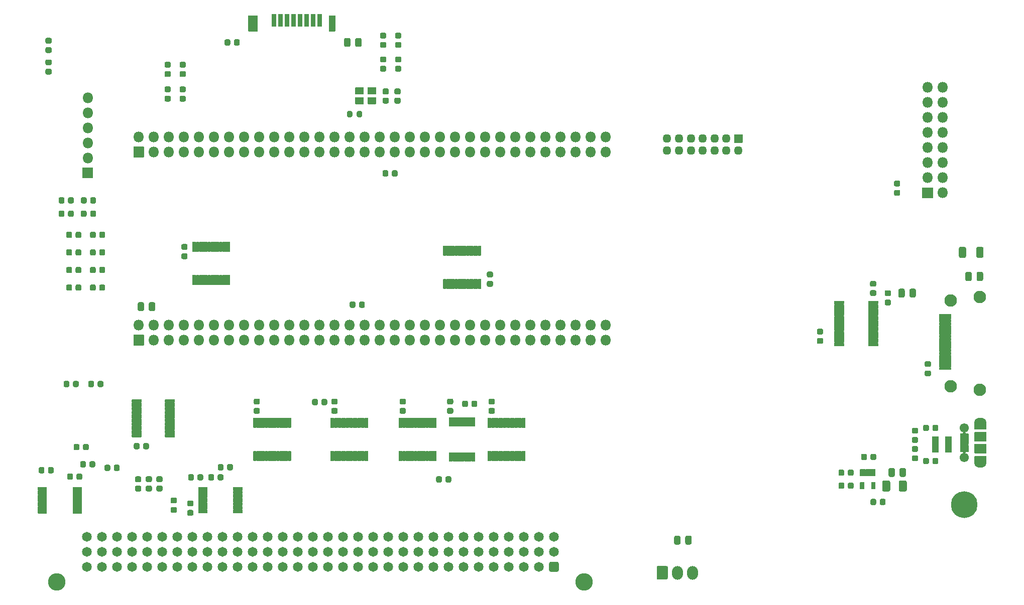
<source format=gbr>
G04 #@! TF.GenerationSoftware,KiCad,Pcbnew,5.1.9+dfsg1-1~bpo10+1*
G04 #@! TF.CreationDate,2023-03-18T13:25:21+01:00*
G04 #@! TF.ProjectId,nubus-to-ztex,6e756275-732d-4746-9f2d-7a7465782e6b,rev?*
G04 #@! TF.SameCoordinates,Original*
G04 #@! TF.FileFunction,Soldermask,Top*
G04 #@! TF.FilePolarity,Negative*
%FSLAX46Y46*%
G04 Gerber Fmt 4.6, Leading zero omitted, Abs format (unit mm)*
G04 Created by KiCad (PCBNEW 5.1.9+dfsg1-1~bpo10+1) date 2023-03-18 13:25:21*
%MOMM*%
%LPD*%
G01*
G04 APERTURE LIST*
%ADD10O,1.802000X1.802000*%
%ADD11O,1.452000X1.452000*%
%ADD12C,4.502000*%
%ADD13C,1.552000*%
%ADD14O,2.002000X1.302000*%
%ADD15O,1.842000X2.302000*%
%ADD16C,2.102000*%
%ADD17C,2.952000*%
%ADD18C,1.652000*%
%ADD19C,0.100000*%
G04 APERTURE END LIST*
G36*
G01*
X150051000Y-7000000D02*
X150051000Y-9600000D01*
G75*
G02*
X150000000Y-9651000I-51000J0D01*
G01*
X148500000Y-9651000D01*
G75*
G02*
X148449000Y-9600000I0J51000D01*
G01*
X148449000Y-7000000D01*
G75*
G02*
X148500000Y-6949000I51000J0D01*
G01*
X150000000Y-6949000D01*
G75*
G02*
X150051000Y-7000000I0J-51000D01*
G01*
G37*
G36*
G01*
X163151000Y-7000000D02*
X163151000Y-9600000D01*
G75*
G02*
X163100000Y-9651000I-51000J0D01*
G01*
X162100000Y-9651000D01*
G75*
G02*
X162049000Y-9600000I0J51000D01*
G01*
X162049000Y-7000000D01*
G75*
G02*
X162100000Y-6949000I51000J0D01*
G01*
X163100000Y-6949000D01*
G75*
G02*
X163151000Y-7000000I0J-51000D01*
G01*
G37*
G36*
G01*
X153201000Y-6799999D02*
X153201000Y-8800001D01*
G75*
G02*
X153150001Y-8851000I-50999J0D01*
G01*
X152449999Y-8851000D01*
G75*
G02*
X152399000Y-8800001I0J50999D01*
G01*
X152399000Y-6799999D01*
G75*
G02*
X152449999Y-6749000I50999J0D01*
G01*
X153150001Y-6749000D01*
G75*
G02*
X153201000Y-6799999I0J-50999D01*
G01*
G37*
G36*
G01*
X154301000Y-6799999D02*
X154301000Y-8800001D01*
G75*
G02*
X154250001Y-8851000I-50999J0D01*
G01*
X153549999Y-8851000D01*
G75*
G02*
X153499000Y-8800001I0J50999D01*
G01*
X153499000Y-6799999D01*
G75*
G02*
X153549999Y-6749000I50999J0D01*
G01*
X154250001Y-6749000D01*
G75*
G02*
X154301000Y-6799999I0J-50999D01*
G01*
G37*
G36*
G01*
X155401000Y-6799999D02*
X155401000Y-8800001D01*
G75*
G02*
X155350001Y-8851000I-50999J0D01*
G01*
X154649999Y-8851000D01*
G75*
G02*
X154599000Y-8800001I0J50999D01*
G01*
X154599000Y-6799999D01*
G75*
G02*
X154649999Y-6749000I50999J0D01*
G01*
X155350001Y-6749000D01*
G75*
G02*
X155401000Y-6799999I0J-50999D01*
G01*
G37*
G36*
G01*
X156501000Y-6799999D02*
X156501000Y-8800001D01*
G75*
G02*
X156450001Y-8851000I-50999J0D01*
G01*
X155749999Y-8851000D01*
G75*
G02*
X155699000Y-8800001I0J50999D01*
G01*
X155699000Y-6799999D01*
G75*
G02*
X155749999Y-6749000I50999J0D01*
G01*
X156450001Y-6749000D01*
G75*
G02*
X156501000Y-6799999I0J-50999D01*
G01*
G37*
G36*
G01*
X157601000Y-6799999D02*
X157601000Y-8800001D01*
G75*
G02*
X157550001Y-8851000I-50999J0D01*
G01*
X156849999Y-8851000D01*
G75*
G02*
X156799000Y-8800001I0J50999D01*
G01*
X156799000Y-6799999D01*
G75*
G02*
X156849999Y-6749000I50999J0D01*
G01*
X157550001Y-6749000D01*
G75*
G02*
X157601000Y-6799999I0J-50999D01*
G01*
G37*
G36*
G01*
X158701000Y-6799999D02*
X158701000Y-8800001D01*
G75*
G02*
X158650001Y-8851000I-50999J0D01*
G01*
X157949999Y-8851000D01*
G75*
G02*
X157899000Y-8800001I0J50999D01*
G01*
X157899000Y-6799999D01*
G75*
G02*
X157949999Y-6749000I50999J0D01*
G01*
X158650001Y-6749000D01*
G75*
G02*
X158701000Y-6799999I0J-50999D01*
G01*
G37*
G36*
G01*
X159801000Y-6799999D02*
X159801000Y-8800001D01*
G75*
G02*
X159750001Y-8851000I-50999J0D01*
G01*
X159049999Y-8851000D01*
G75*
G02*
X158999000Y-8800001I0J50999D01*
G01*
X158999000Y-6799999D01*
G75*
G02*
X159049999Y-6749000I50999J0D01*
G01*
X159750001Y-6749000D01*
G75*
G02*
X159801000Y-6799999I0J-50999D01*
G01*
G37*
G36*
G01*
X160901000Y-6799999D02*
X160901000Y-8800001D01*
G75*
G02*
X160850001Y-8851000I-50999J0D01*
G01*
X160149999Y-8851000D01*
G75*
G02*
X160099000Y-8800001I0J50999D01*
G01*
X160099000Y-6799999D01*
G75*
G02*
X160149999Y-6749000I50999J0D01*
G01*
X160850001Y-6749000D01*
G75*
G02*
X160901000Y-6799999I0J-50999D01*
G01*
G37*
G36*
G01*
X170011000Y-20775000D02*
X170011000Y-21875000D01*
G75*
G02*
X169960000Y-21926000I-51000J0D01*
G01*
X168660000Y-21926000D01*
G75*
G02*
X168609000Y-21875000I0J51000D01*
G01*
X168609000Y-20775000D01*
G75*
G02*
X168660000Y-20724000I51000J0D01*
G01*
X169960000Y-20724000D01*
G75*
G02*
X170011000Y-20775000I0J-51000D01*
G01*
G37*
G36*
G01*
X167911000Y-20775000D02*
X167911000Y-21875000D01*
G75*
G02*
X167860000Y-21926000I-51000J0D01*
G01*
X166560000Y-21926000D01*
G75*
G02*
X166509000Y-21875000I0J51000D01*
G01*
X166509000Y-20775000D01*
G75*
G02*
X166560000Y-20724000I51000J0D01*
G01*
X167860000Y-20724000D01*
G75*
G02*
X167911000Y-20775000I0J-51000D01*
G01*
G37*
G36*
G01*
X167911000Y-19125000D02*
X167911000Y-20225000D01*
G75*
G02*
X167860000Y-20276000I-51000J0D01*
G01*
X166560000Y-20276000D01*
G75*
G02*
X166509000Y-20225000I0J51000D01*
G01*
X166509000Y-19125000D01*
G75*
G02*
X166560000Y-19074000I51000J0D01*
G01*
X167860000Y-19074000D01*
G75*
G02*
X167911000Y-19125000I0J-51000D01*
G01*
G37*
G36*
G01*
X170011000Y-19125000D02*
X170011000Y-20225000D01*
G75*
G02*
X169960000Y-20276000I-51000J0D01*
G01*
X168660000Y-20276000D01*
G75*
G02*
X168609000Y-20225000I0J51000D01*
G01*
X168609000Y-19125000D01*
G75*
G02*
X168660000Y-19074000I51000J0D01*
G01*
X169960000Y-19074000D01*
G75*
G02*
X170011000Y-19125000I0J-51000D01*
G01*
G37*
G36*
G01*
X118079000Y-38440084D02*
X118079000Y-37876584D01*
G75*
G02*
X118323250Y-37632334I244250J0D01*
G01*
X118811750Y-37632334D01*
G75*
G02*
X119056000Y-37876584I0J-244250D01*
G01*
X119056000Y-38440084D01*
G75*
G02*
X118811750Y-38684334I-244250J0D01*
G01*
X118323250Y-38684334D01*
G75*
G02*
X118079000Y-38440084I0J244250D01*
G01*
G37*
G36*
G01*
X116504000Y-38440084D02*
X116504000Y-37876584D01*
G75*
G02*
X116748250Y-37632334I244250J0D01*
G01*
X117236750Y-37632334D01*
G75*
G02*
X117481000Y-37876584I0J-244250D01*
G01*
X117481000Y-38440084D01*
G75*
G02*
X117236750Y-38684334I-244250J0D01*
G01*
X116748250Y-38684334D01*
G75*
G02*
X116504000Y-38440084I0J244250D01*
G01*
G37*
G36*
G01*
X118079000Y-40691750D02*
X118079000Y-40128250D01*
G75*
G02*
X118323250Y-39884000I244250J0D01*
G01*
X118811750Y-39884000D01*
G75*
G02*
X119056000Y-40128250I0J-244250D01*
G01*
X119056000Y-40691750D01*
G75*
G02*
X118811750Y-40936000I-244250J0D01*
G01*
X118323250Y-40936000D01*
G75*
G02*
X118079000Y-40691750I0J244250D01*
G01*
G37*
G36*
G01*
X116504000Y-40691750D02*
X116504000Y-40128250D01*
G75*
G02*
X116748250Y-39884000I244250J0D01*
G01*
X117236750Y-39884000D01*
G75*
G02*
X117481000Y-40128250I0J-244250D01*
G01*
X117481000Y-40691750D01*
G75*
G02*
X117236750Y-40936000I-244250J0D01*
G01*
X116748250Y-40936000D01*
G75*
G02*
X116504000Y-40691750I0J244250D01*
G01*
G37*
G36*
G01*
X122753634Y-43695292D02*
X122753634Y-44258792D01*
G75*
G02*
X122509384Y-44503042I-244250J0D01*
G01*
X122020884Y-44503042D01*
G75*
G02*
X121776634Y-44258792I0J244250D01*
G01*
X121776634Y-43695292D01*
G75*
G02*
X122020884Y-43451042I244250J0D01*
G01*
X122509384Y-43451042D01*
G75*
G02*
X122753634Y-43695292I0J-244250D01*
G01*
G37*
G36*
G01*
X124328634Y-43695292D02*
X124328634Y-44258792D01*
G75*
G02*
X124084384Y-44503042I-244250J0D01*
G01*
X123595884Y-44503042D01*
G75*
G02*
X123351634Y-44258792I0J244250D01*
G01*
X123351634Y-43695292D01*
G75*
G02*
X123595884Y-43451042I244250J0D01*
G01*
X124084384Y-43451042D01*
G75*
G02*
X124328634Y-43695292I0J-244250D01*
G01*
G37*
G36*
G01*
X122753634Y-46661958D02*
X122753634Y-47225458D01*
G75*
G02*
X122509384Y-47469708I-244250J0D01*
G01*
X122020884Y-47469708D01*
G75*
G02*
X121776634Y-47225458I0J244250D01*
G01*
X121776634Y-46661958D01*
G75*
G02*
X122020884Y-46417708I244250J0D01*
G01*
X122509384Y-46417708D01*
G75*
G02*
X122753634Y-46661958I0J-244250D01*
G01*
G37*
G36*
G01*
X124328634Y-46661958D02*
X124328634Y-47225458D01*
G75*
G02*
X124084384Y-47469708I-244250J0D01*
G01*
X123595884Y-47469708D01*
G75*
G02*
X123351634Y-47225458I0J244250D01*
G01*
X123351634Y-46661958D01*
G75*
G02*
X123595884Y-46417708I244250J0D01*
G01*
X124084384Y-46417708D01*
G75*
G02*
X124328634Y-46661958I0J-244250D01*
G01*
G37*
G36*
G01*
X122753634Y-49628624D02*
X122753634Y-50192124D01*
G75*
G02*
X122509384Y-50436374I-244250J0D01*
G01*
X122020884Y-50436374D01*
G75*
G02*
X121776634Y-50192124I0J244250D01*
G01*
X121776634Y-49628624D01*
G75*
G02*
X122020884Y-49384374I244250J0D01*
G01*
X122509384Y-49384374D01*
G75*
G02*
X122753634Y-49628624I0J-244250D01*
G01*
G37*
G36*
G01*
X124328634Y-49628624D02*
X124328634Y-50192124D01*
G75*
G02*
X124084384Y-50436374I-244250J0D01*
G01*
X123595884Y-50436374D01*
G75*
G02*
X123351634Y-50192124I0J244250D01*
G01*
X123351634Y-49628624D01*
G75*
G02*
X123595884Y-49384374I244250J0D01*
G01*
X124084384Y-49384374D01*
G75*
G02*
X124328634Y-49628624I0J-244250D01*
G01*
G37*
G36*
G01*
X122753634Y-52595292D02*
X122753634Y-53158792D01*
G75*
G02*
X122509384Y-53403042I-244250J0D01*
G01*
X122020884Y-53403042D01*
G75*
G02*
X121776634Y-53158792I0J244250D01*
G01*
X121776634Y-52595292D01*
G75*
G02*
X122020884Y-52351042I244250J0D01*
G01*
X122509384Y-52351042D01*
G75*
G02*
X122753634Y-52595292I0J-244250D01*
G01*
G37*
G36*
G01*
X124328634Y-52595292D02*
X124328634Y-53158792D01*
G75*
G02*
X124084384Y-53403042I-244250J0D01*
G01*
X123595884Y-53403042D01*
G75*
G02*
X123351634Y-53158792I0J244250D01*
G01*
X123351634Y-52595292D01*
G75*
G02*
X123595884Y-52351042I244250J0D01*
G01*
X124084384Y-52351042D01*
G75*
G02*
X124328634Y-52595292I0J-244250D01*
G01*
G37*
G36*
G01*
X170922439Y-11430035D02*
X171485939Y-11430035D01*
G75*
G02*
X171730189Y-11674285I0J-244250D01*
G01*
X171730189Y-12162785D01*
G75*
G02*
X171485939Y-12407035I-244250J0D01*
G01*
X170922439Y-12407035D01*
G75*
G02*
X170678189Y-12162785I0J244250D01*
G01*
X170678189Y-11674285D01*
G75*
G02*
X170922439Y-11430035I244250J0D01*
G01*
G37*
G36*
G01*
X170922439Y-9855035D02*
X171485939Y-9855035D01*
G75*
G02*
X171730189Y-10099285I0J-244250D01*
G01*
X171730189Y-10587785D01*
G75*
G02*
X171485939Y-10832035I-244250J0D01*
G01*
X170922439Y-10832035D01*
G75*
G02*
X170678189Y-10587785I0J244250D01*
G01*
X170678189Y-10099285D01*
G75*
G02*
X170922439Y-9855035I244250J0D01*
G01*
G37*
G36*
G01*
X173462439Y-11430035D02*
X174025939Y-11430035D01*
G75*
G02*
X174270189Y-11674285I0J-244250D01*
G01*
X174270189Y-12162785D01*
G75*
G02*
X174025939Y-12407035I-244250J0D01*
G01*
X173462439Y-12407035D01*
G75*
G02*
X173218189Y-12162785I0J244250D01*
G01*
X173218189Y-11674285D01*
G75*
G02*
X173462439Y-11430035I244250J0D01*
G01*
G37*
G36*
G01*
X173462439Y-9855035D02*
X174025939Y-9855035D01*
G75*
G02*
X174270189Y-10099285I0J-244250D01*
G01*
X174270189Y-10587785D01*
G75*
G02*
X174025939Y-10832035I-244250J0D01*
G01*
X173462439Y-10832035D01*
G75*
G02*
X173218189Y-10587785I0J244250D01*
G01*
X173218189Y-10099285D01*
G75*
G02*
X173462439Y-9855035I244250J0D01*
G01*
G37*
G36*
G01*
X122461000Y-68868250D02*
X122461000Y-69431750D01*
G75*
G02*
X122216750Y-69676000I-244250J0D01*
G01*
X121728250Y-69676000D01*
G75*
G02*
X121484000Y-69431750I0J244250D01*
G01*
X121484000Y-68868250D01*
G75*
G02*
X121728250Y-68624000I244250J0D01*
G01*
X122216750Y-68624000D01*
G75*
G02*
X122461000Y-68868250I0J-244250D01*
G01*
G37*
G36*
G01*
X124036000Y-68868250D02*
X124036000Y-69431750D01*
G75*
G02*
X123791750Y-69676000I-244250J0D01*
G01*
X123303250Y-69676000D01*
G75*
G02*
X123059000Y-69431750I0J244250D01*
G01*
X123059000Y-68868250D01*
G75*
G02*
X123303250Y-68624000I244250J0D01*
G01*
X123791750Y-68624000D01*
G75*
G02*
X124036000Y-68868250I0J-244250D01*
G01*
G37*
G36*
G01*
X137691750Y-19911293D02*
X137128250Y-19911293D01*
G75*
G02*
X136884000Y-19667043I0J244250D01*
G01*
X136884000Y-19178543D01*
G75*
G02*
X137128250Y-18934293I244250J0D01*
G01*
X137691750Y-18934293D01*
G75*
G02*
X137936000Y-19178543I0J-244250D01*
G01*
X137936000Y-19667043D01*
G75*
G02*
X137691750Y-19911293I-244250J0D01*
G01*
G37*
G36*
G01*
X137691750Y-21486293D02*
X137128250Y-21486293D01*
G75*
G02*
X136884000Y-21242043I0J244250D01*
G01*
X136884000Y-20753543D01*
G75*
G02*
X137128250Y-20509293I244250J0D01*
G01*
X137691750Y-20509293D01*
G75*
G02*
X137936000Y-20753543I0J-244250D01*
G01*
X137936000Y-21242043D01*
G75*
G02*
X137691750Y-21486293I-244250J0D01*
G01*
G37*
G36*
G01*
X135161750Y-19911293D02*
X134598250Y-19911293D01*
G75*
G02*
X134354000Y-19667043I0J244250D01*
G01*
X134354000Y-19178543D01*
G75*
G02*
X134598250Y-18934293I244250J0D01*
G01*
X135161750Y-18934293D01*
G75*
G02*
X135406000Y-19178543I0J-244250D01*
G01*
X135406000Y-19667043D01*
G75*
G02*
X135161750Y-19911293I-244250J0D01*
G01*
G37*
G36*
G01*
X135161750Y-21486293D02*
X134598250Y-21486293D01*
G75*
G02*
X134354000Y-21242043I0J244250D01*
G01*
X134354000Y-20753543D01*
G75*
G02*
X134598250Y-20509293I244250J0D01*
G01*
X135161750Y-20509293D01*
G75*
G02*
X135406000Y-20753543I0J-244250D01*
G01*
X135406000Y-21242043D01*
G75*
G02*
X135161750Y-21486293I-244250J0D01*
G01*
G37*
G36*
G01*
X115081750Y-15351000D02*
X114518250Y-15351000D01*
G75*
G02*
X114274000Y-15106750I0J244250D01*
G01*
X114274000Y-14618250D01*
G75*
G02*
X114518250Y-14374000I244250J0D01*
G01*
X115081750Y-14374000D01*
G75*
G02*
X115326000Y-14618250I0J-244250D01*
G01*
X115326000Y-15106750D01*
G75*
G02*
X115081750Y-15351000I-244250J0D01*
G01*
G37*
G36*
G01*
X115081750Y-16926000D02*
X114518250Y-16926000D01*
G75*
G02*
X114274000Y-16681750I0J244250D01*
G01*
X114274000Y-16193250D01*
G75*
G02*
X114518250Y-15949000I244250J0D01*
G01*
X115081750Y-15949000D01*
G75*
G02*
X115326000Y-16193250I0J-244250D01*
G01*
X115326000Y-16681750D01*
G75*
G02*
X115081750Y-16926000I-244250J0D01*
G01*
G37*
G36*
G01*
X269488500Y-46276664D02*
X269488500Y-47583336D01*
G75*
G02*
X269215836Y-47856000I-272664J0D01*
G01*
X268534164Y-47856000D01*
G75*
G02*
X268261500Y-47583336I0J272664D01*
G01*
X268261500Y-46276664D01*
G75*
G02*
X268534164Y-46004000I272664J0D01*
G01*
X269215836Y-46004000D01*
G75*
G02*
X269488500Y-46276664I0J-272664D01*
G01*
G37*
G36*
G01*
X272413500Y-46276664D02*
X272413500Y-47583336D01*
G75*
G02*
X272140836Y-47856000I-272664J0D01*
G01*
X271459164Y-47856000D01*
G75*
G02*
X271186500Y-47583336I0J272664D01*
G01*
X271186500Y-46276664D01*
G75*
G02*
X271459164Y-46004000I272664J0D01*
G01*
X272140836Y-46004000D01*
G75*
G02*
X272413500Y-46276664I0J-272664D01*
G01*
G37*
D10*
X265540000Y-19110000D03*
X263000000Y-19110000D03*
X265540000Y-21650000D03*
X263000000Y-21650000D03*
X265540000Y-24190000D03*
X263000000Y-24190000D03*
X265540000Y-26730000D03*
X263000000Y-26730000D03*
X265540000Y-29270000D03*
X263000000Y-29270000D03*
X265540000Y-31810000D03*
X263000000Y-31810000D03*
X265540000Y-34350000D03*
X263000000Y-34350000D03*
X265540000Y-36890000D03*
G36*
G01*
X263901000Y-36040000D02*
X263901000Y-37740000D01*
G75*
G02*
X263850000Y-37791000I-51000J0D01*
G01*
X262150000Y-37791000D01*
G75*
G02*
X262099000Y-37740000I0J51000D01*
G01*
X262099000Y-36040000D01*
G75*
G02*
X262150000Y-35989000I51000J0D01*
G01*
X263850000Y-35989000D01*
G75*
G02*
X263901000Y-36040000I0J-51000D01*
G01*
G37*
D11*
X219080000Y-29730000D03*
X219080000Y-27730000D03*
X221080000Y-29730000D03*
X221080000Y-27730000D03*
X223080000Y-29730000D03*
X223080000Y-27730000D03*
X225080000Y-29730000D03*
X225080000Y-27730000D03*
X227080000Y-29730000D03*
X227080000Y-27730000D03*
X229080000Y-29730000D03*
X229080000Y-27730000D03*
X231080000Y-29730000D03*
G36*
G01*
X230405000Y-27004000D02*
X231755000Y-27004000D01*
G75*
G02*
X231806000Y-27055000I0J-51000D01*
G01*
X231806000Y-28405000D01*
G75*
G02*
X231755000Y-28456000I-51000J0D01*
G01*
X230405000Y-28456000D01*
G75*
G02*
X230354000Y-28405000I0J51000D01*
G01*
X230354000Y-27055000D01*
G75*
G02*
X230405000Y-27004000I51000J0D01*
G01*
G37*
G36*
G01*
X166759000Y-23900500D02*
X166759000Y-23299500D01*
G75*
G02*
X166984500Y-23074000I225500J0D01*
G01*
X167435500Y-23074000D01*
G75*
G02*
X167661000Y-23299500I0J-225500D01*
G01*
X167661000Y-23900500D01*
G75*
G02*
X167435500Y-24126000I-225500J0D01*
G01*
X166984500Y-24126000D01*
G75*
G02*
X166759000Y-23900500I0J225500D01*
G01*
G37*
G36*
G01*
X165109000Y-23900500D02*
X165109000Y-23299500D01*
G75*
G02*
X165334500Y-23074000I225500J0D01*
G01*
X165785500Y-23074000D01*
G75*
G02*
X166011000Y-23299500I0J-225500D01*
G01*
X166011000Y-23900500D01*
G75*
G02*
X165785500Y-24126000I-225500J0D01*
G01*
X165334500Y-24126000D01*
G75*
G02*
X165109000Y-23900500I0J225500D01*
G01*
G37*
G36*
G01*
X171910500Y-20276000D02*
X171359500Y-20276000D01*
G75*
G02*
X171109000Y-20025500I0J250500D01*
G01*
X171109000Y-19524500D01*
G75*
G02*
X171359500Y-19274000I250500J0D01*
G01*
X171910500Y-19274000D01*
G75*
G02*
X172161000Y-19524500I0J-250500D01*
G01*
X172161000Y-20025500D01*
G75*
G02*
X171910500Y-20276000I-250500J0D01*
G01*
G37*
G36*
G01*
X171910500Y-21826000D02*
X171359500Y-21826000D01*
G75*
G02*
X171109000Y-21575500I0J250500D01*
G01*
X171109000Y-21074500D01*
G75*
G02*
X171359500Y-20824000I250500J0D01*
G01*
X171910500Y-20824000D01*
G75*
G02*
X172161000Y-21074500I0J-250500D01*
G01*
X172161000Y-21575500D01*
G75*
G02*
X171910500Y-21826000I-250500J0D01*
G01*
G37*
G36*
G01*
X173910500Y-20276000D02*
X173359500Y-20276000D01*
G75*
G02*
X173109000Y-20025500I0J250500D01*
G01*
X173109000Y-19524500D01*
G75*
G02*
X173359500Y-19274000I250500J0D01*
G01*
X173910500Y-19274000D01*
G75*
G02*
X174161000Y-19524500I0J-250500D01*
G01*
X174161000Y-20025500D01*
G75*
G02*
X173910500Y-20276000I-250500J0D01*
G01*
G37*
G36*
G01*
X173910500Y-21826000D02*
X173359500Y-21826000D01*
G75*
G02*
X173109000Y-21575500I0J250500D01*
G01*
X173109000Y-21074500D01*
G75*
G02*
X173359500Y-20824000I250500J0D01*
G01*
X173910500Y-20824000D01*
G75*
G02*
X174161000Y-21074500I0J-250500D01*
G01*
X174161000Y-21575500D01*
G75*
G02*
X173910500Y-21826000I-250500J0D01*
G01*
G37*
G36*
G01*
X122301000Y-32678000D02*
X122301000Y-34378000D01*
G75*
G02*
X122250000Y-34429000I-51000J0D01*
G01*
X120550000Y-34429000D01*
G75*
G02*
X120499000Y-34378000I0J51000D01*
G01*
X120499000Y-32678000D01*
G75*
G02*
X120550000Y-32627000I51000J0D01*
G01*
X122250000Y-32627000D01*
G75*
G02*
X122301000Y-32678000I0J-51000D01*
G01*
G37*
D10*
X121400000Y-30988000D03*
X121400000Y-28448000D03*
X121400000Y-25908000D03*
X121400000Y-23368000D03*
X121400000Y-20828000D03*
G36*
G01*
X270451000Y-50499500D02*
X270451000Y-51500500D01*
G75*
G02*
X270175500Y-51776000I-275500J0D01*
G01*
X269624500Y-51776000D01*
G75*
G02*
X269349000Y-51500500I0J275500D01*
G01*
X269349000Y-50499500D01*
G75*
G02*
X269624500Y-50224000I275500J0D01*
G01*
X270175500Y-50224000D01*
G75*
G02*
X270451000Y-50499500I0J-275500D01*
G01*
G37*
G36*
G01*
X272351000Y-50499500D02*
X272351000Y-51500500D01*
G75*
G02*
X272075500Y-51776000I-275500J0D01*
G01*
X271524500Y-51776000D01*
G75*
G02*
X271249000Y-51500500I0J275500D01*
G01*
X271249000Y-50499500D01*
G75*
G02*
X271524500Y-50224000I275500J0D01*
G01*
X272075500Y-50224000D01*
G75*
G02*
X272351000Y-50499500I0J-275500D01*
G01*
G37*
G36*
G01*
X129164000Y-79921750D02*
X129164000Y-79358250D01*
G75*
G02*
X129408250Y-79114000I244250J0D01*
G01*
X129896750Y-79114000D01*
G75*
G02*
X130141000Y-79358250I0J-244250D01*
G01*
X130141000Y-79921750D01*
G75*
G02*
X129896750Y-80166000I-244250J0D01*
G01*
X129408250Y-80166000D01*
G75*
G02*
X129164000Y-79921750I0J244250D01*
G01*
G37*
G36*
G01*
X130739000Y-79921750D02*
X130739000Y-79358250D01*
G75*
G02*
X130983250Y-79114000I244250J0D01*
G01*
X131471750Y-79114000D01*
G75*
G02*
X131716000Y-79358250I0J-244250D01*
G01*
X131716000Y-79921750D01*
G75*
G02*
X131471750Y-80166000I-244250J0D01*
G01*
X130983250Y-80166000D01*
G75*
G02*
X130739000Y-79921750I0J244250D01*
G01*
G37*
G36*
G01*
X136076000Y-77640000D02*
X136076000Y-78090000D01*
G75*
G02*
X136025000Y-78141000I-51000J0D01*
G01*
X134475000Y-78141000D01*
G75*
G02*
X134424000Y-78090000I0J51000D01*
G01*
X134424000Y-77640000D01*
G75*
G02*
X134475000Y-77589000I51000J0D01*
G01*
X136025000Y-77589000D01*
G75*
G02*
X136076000Y-77640000I0J-51000D01*
G01*
G37*
G36*
G01*
X136076000Y-76990000D02*
X136076000Y-77440000D01*
G75*
G02*
X136025000Y-77491000I-51000J0D01*
G01*
X134475000Y-77491000D01*
G75*
G02*
X134424000Y-77440000I0J51000D01*
G01*
X134424000Y-76990000D01*
G75*
G02*
X134475000Y-76939000I51000J0D01*
G01*
X136025000Y-76939000D01*
G75*
G02*
X136076000Y-76990000I0J-51000D01*
G01*
G37*
G36*
G01*
X136076000Y-76340000D02*
X136076000Y-76790000D01*
G75*
G02*
X136025000Y-76841000I-51000J0D01*
G01*
X134475000Y-76841000D01*
G75*
G02*
X134424000Y-76790000I0J51000D01*
G01*
X134424000Y-76340000D01*
G75*
G02*
X134475000Y-76289000I51000J0D01*
G01*
X136025000Y-76289000D01*
G75*
G02*
X136076000Y-76340000I0J-51000D01*
G01*
G37*
G36*
G01*
X136076000Y-75690000D02*
X136076000Y-76140000D01*
G75*
G02*
X136025000Y-76191000I-51000J0D01*
G01*
X134475000Y-76191000D01*
G75*
G02*
X134424000Y-76140000I0J51000D01*
G01*
X134424000Y-75690000D01*
G75*
G02*
X134475000Y-75639000I51000J0D01*
G01*
X136025000Y-75639000D01*
G75*
G02*
X136076000Y-75690000I0J-51000D01*
G01*
G37*
G36*
G01*
X136076000Y-75040000D02*
X136076000Y-75490000D01*
G75*
G02*
X136025000Y-75541000I-51000J0D01*
G01*
X134475000Y-75541000D01*
G75*
G02*
X134424000Y-75490000I0J51000D01*
G01*
X134424000Y-75040000D01*
G75*
G02*
X134475000Y-74989000I51000J0D01*
G01*
X136025000Y-74989000D01*
G75*
G02*
X136076000Y-75040000I0J-51000D01*
G01*
G37*
G36*
G01*
X136076000Y-74390000D02*
X136076000Y-74840000D01*
G75*
G02*
X136025000Y-74891000I-51000J0D01*
G01*
X134475000Y-74891000D01*
G75*
G02*
X134424000Y-74840000I0J51000D01*
G01*
X134424000Y-74390000D01*
G75*
G02*
X134475000Y-74339000I51000J0D01*
G01*
X136025000Y-74339000D01*
G75*
G02*
X136076000Y-74390000I0J-51000D01*
G01*
G37*
G36*
G01*
X136076000Y-73740000D02*
X136076000Y-74190000D01*
G75*
G02*
X136025000Y-74241000I-51000J0D01*
G01*
X134475000Y-74241000D01*
G75*
G02*
X134424000Y-74190000I0J51000D01*
G01*
X134424000Y-73740000D01*
G75*
G02*
X134475000Y-73689000I51000J0D01*
G01*
X136025000Y-73689000D01*
G75*
G02*
X136076000Y-73740000I0J-51000D01*
G01*
G37*
G36*
G01*
X136076000Y-73090000D02*
X136076000Y-73540000D01*
G75*
G02*
X136025000Y-73591000I-51000J0D01*
G01*
X134475000Y-73591000D01*
G75*
G02*
X134424000Y-73540000I0J51000D01*
G01*
X134424000Y-73090000D01*
G75*
G02*
X134475000Y-73039000I51000J0D01*
G01*
X136025000Y-73039000D01*
G75*
G02*
X136076000Y-73090000I0J-51000D01*
G01*
G37*
G36*
G01*
X136076000Y-72440000D02*
X136076000Y-72890000D01*
G75*
G02*
X136025000Y-72941000I-51000J0D01*
G01*
X134475000Y-72941000D01*
G75*
G02*
X134424000Y-72890000I0J51000D01*
G01*
X134424000Y-72440000D01*
G75*
G02*
X134475000Y-72389000I51000J0D01*
G01*
X136025000Y-72389000D01*
G75*
G02*
X136076000Y-72440000I0J-51000D01*
G01*
G37*
G36*
G01*
X136076000Y-71790000D02*
X136076000Y-72240000D01*
G75*
G02*
X136025000Y-72291000I-51000J0D01*
G01*
X134475000Y-72291000D01*
G75*
G02*
X134424000Y-72240000I0J51000D01*
G01*
X134424000Y-71790000D01*
G75*
G02*
X134475000Y-71739000I51000J0D01*
G01*
X136025000Y-71739000D01*
G75*
G02*
X136076000Y-71790000I0J-51000D01*
G01*
G37*
G36*
G01*
X130476000Y-71790000D02*
X130476000Y-72240000D01*
G75*
G02*
X130425000Y-72291000I-51000J0D01*
G01*
X128875000Y-72291000D01*
G75*
G02*
X128824000Y-72240000I0J51000D01*
G01*
X128824000Y-71790000D01*
G75*
G02*
X128875000Y-71739000I51000J0D01*
G01*
X130425000Y-71739000D01*
G75*
G02*
X130476000Y-71790000I0J-51000D01*
G01*
G37*
G36*
G01*
X130476000Y-72440000D02*
X130476000Y-72890000D01*
G75*
G02*
X130425000Y-72941000I-51000J0D01*
G01*
X128875000Y-72941000D01*
G75*
G02*
X128824000Y-72890000I0J51000D01*
G01*
X128824000Y-72440000D01*
G75*
G02*
X128875000Y-72389000I51000J0D01*
G01*
X130425000Y-72389000D01*
G75*
G02*
X130476000Y-72440000I0J-51000D01*
G01*
G37*
G36*
G01*
X130476000Y-73090000D02*
X130476000Y-73540000D01*
G75*
G02*
X130425000Y-73591000I-51000J0D01*
G01*
X128875000Y-73591000D01*
G75*
G02*
X128824000Y-73540000I0J51000D01*
G01*
X128824000Y-73090000D01*
G75*
G02*
X128875000Y-73039000I51000J0D01*
G01*
X130425000Y-73039000D01*
G75*
G02*
X130476000Y-73090000I0J-51000D01*
G01*
G37*
G36*
G01*
X130476000Y-73740000D02*
X130476000Y-74190000D01*
G75*
G02*
X130425000Y-74241000I-51000J0D01*
G01*
X128875000Y-74241000D01*
G75*
G02*
X128824000Y-74190000I0J51000D01*
G01*
X128824000Y-73740000D01*
G75*
G02*
X128875000Y-73689000I51000J0D01*
G01*
X130425000Y-73689000D01*
G75*
G02*
X130476000Y-73740000I0J-51000D01*
G01*
G37*
G36*
G01*
X130476000Y-74390000D02*
X130476000Y-74840000D01*
G75*
G02*
X130425000Y-74891000I-51000J0D01*
G01*
X128875000Y-74891000D01*
G75*
G02*
X128824000Y-74840000I0J51000D01*
G01*
X128824000Y-74390000D01*
G75*
G02*
X128875000Y-74339000I51000J0D01*
G01*
X130425000Y-74339000D01*
G75*
G02*
X130476000Y-74390000I0J-51000D01*
G01*
G37*
G36*
G01*
X130476000Y-75040000D02*
X130476000Y-75490000D01*
G75*
G02*
X130425000Y-75541000I-51000J0D01*
G01*
X128875000Y-75541000D01*
G75*
G02*
X128824000Y-75490000I0J51000D01*
G01*
X128824000Y-75040000D01*
G75*
G02*
X128875000Y-74989000I51000J0D01*
G01*
X130425000Y-74989000D01*
G75*
G02*
X130476000Y-75040000I0J-51000D01*
G01*
G37*
G36*
G01*
X130476000Y-75690000D02*
X130476000Y-76140000D01*
G75*
G02*
X130425000Y-76191000I-51000J0D01*
G01*
X128875000Y-76191000D01*
G75*
G02*
X128824000Y-76140000I0J51000D01*
G01*
X128824000Y-75690000D01*
G75*
G02*
X128875000Y-75639000I51000J0D01*
G01*
X130425000Y-75639000D01*
G75*
G02*
X130476000Y-75690000I0J-51000D01*
G01*
G37*
G36*
G01*
X130476000Y-76340000D02*
X130476000Y-76790000D01*
G75*
G02*
X130425000Y-76841000I-51000J0D01*
G01*
X128875000Y-76841000D01*
G75*
G02*
X128824000Y-76790000I0J51000D01*
G01*
X128824000Y-76340000D01*
G75*
G02*
X128875000Y-76289000I51000J0D01*
G01*
X130425000Y-76289000D01*
G75*
G02*
X130476000Y-76340000I0J-51000D01*
G01*
G37*
G36*
G01*
X130476000Y-76990000D02*
X130476000Y-77440000D01*
G75*
G02*
X130425000Y-77491000I-51000J0D01*
G01*
X128875000Y-77491000D01*
G75*
G02*
X128824000Y-77440000I0J51000D01*
G01*
X128824000Y-76990000D01*
G75*
G02*
X128875000Y-76939000I51000J0D01*
G01*
X130425000Y-76939000D01*
G75*
G02*
X130476000Y-76990000I0J-51000D01*
G01*
G37*
G36*
G01*
X130476000Y-77640000D02*
X130476000Y-78090000D01*
G75*
G02*
X130425000Y-78141000I-51000J0D01*
G01*
X128875000Y-78141000D01*
G75*
G02*
X128824000Y-78090000I0J51000D01*
G01*
X128824000Y-77640000D01*
G75*
G02*
X128875000Y-77589000I51000J0D01*
G01*
X130425000Y-77589000D01*
G75*
G02*
X130476000Y-77640000I0J-51000D01*
G01*
G37*
G36*
G01*
X189493121Y-52738953D02*
X188929621Y-52738953D01*
G75*
G02*
X188685371Y-52494703I0J244250D01*
G01*
X188685371Y-52006203D01*
G75*
G02*
X188929621Y-51761953I244250J0D01*
G01*
X189493121Y-51761953D01*
G75*
G02*
X189737371Y-52006203I0J-244250D01*
G01*
X189737371Y-52494703D01*
G75*
G02*
X189493121Y-52738953I-244250J0D01*
G01*
G37*
G36*
G01*
X189493121Y-51163953D02*
X188929621Y-51163953D01*
G75*
G02*
X188685371Y-50919703I0J244250D01*
G01*
X188685371Y-50431203D01*
G75*
G02*
X188929621Y-50186953I244250J0D01*
G01*
X189493121Y-50186953D01*
G75*
G02*
X189737371Y-50431203I0J-244250D01*
G01*
X189737371Y-50919703D01*
G75*
G02*
X189493121Y-51163953I-244250J0D01*
G01*
G37*
G36*
G01*
X187211371Y-45836953D02*
X187661371Y-45836953D01*
G75*
G02*
X187712371Y-45887953I0J-51000D01*
G01*
X187712371Y-47437953D01*
G75*
G02*
X187661371Y-47488953I-51000J0D01*
G01*
X187211371Y-47488953D01*
G75*
G02*
X187160371Y-47437953I0J51000D01*
G01*
X187160371Y-45887953D01*
G75*
G02*
X187211371Y-45836953I51000J0D01*
G01*
G37*
G36*
G01*
X186561371Y-45836953D02*
X187011371Y-45836953D01*
G75*
G02*
X187062371Y-45887953I0J-51000D01*
G01*
X187062371Y-47437953D01*
G75*
G02*
X187011371Y-47488953I-51000J0D01*
G01*
X186561371Y-47488953D01*
G75*
G02*
X186510371Y-47437953I0J51000D01*
G01*
X186510371Y-45887953D01*
G75*
G02*
X186561371Y-45836953I51000J0D01*
G01*
G37*
G36*
G01*
X185911371Y-45836953D02*
X186361371Y-45836953D01*
G75*
G02*
X186412371Y-45887953I0J-51000D01*
G01*
X186412371Y-47437953D01*
G75*
G02*
X186361371Y-47488953I-51000J0D01*
G01*
X185911371Y-47488953D01*
G75*
G02*
X185860371Y-47437953I0J51000D01*
G01*
X185860371Y-45887953D01*
G75*
G02*
X185911371Y-45836953I51000J0D01*
G01*
G37*
G36*
G01*
X185261371Y-45836953D02*
X185711371Y-45836953D01*
G75*
G02*
X185762371Y-45887953I0J-51000D01*
G01*
X185762371Y-47437953D01*
G75*
G02*
X185711371Y-47488953I-51000J0D01*
G01*
X185261371Y-47488953D01*
G75*
G02*
X185210371Y-47437953I0J51000D01*
G01*
X185210371Y-45887953D01*
G75*
G02*
X185261371Y-45836953I51000J0D01*
G01*
G37*
G36*
G01*
X184611371Y-45836953D02*
X185061371Y-45836953D01*
G75*
G02*
X185112371Y-45887953I0J-51000D01*
G01*
X185112371Y-47437953D01*
G75*
G02*
X185061371Y-47488953I-51000J0D01*
G01*
X184611371Y-47488953D01*
G75*
G02*
X184560371Y-47437953I0J51000D01*
G01*
X184560371Y-45887953D01*
G75*
G02*
X184611371Y-45836953I51000J0D01*
G01*
G37*
G36*
G01*
X183961371Y-45836953D02*
X184411371Y-45836953D01*
G75*
G02*
X184462371Y-45887953I0J-51000D01*
G01*
X184462371Y-47437953D01*
G75*
G02*
X184411371Y-47488953I-51000J0D01*
G01*
X183961371Y-47488953D01*
G75*
G02*
X183910371Y-47437953I0J51000D01*
G01*
X183910371Y-45887953D01*
G75*
G02*
X183961371Y-45836953I51000J0D01*
G01*
G37*
G36*
G01*
X183311371Y-45836953D02*
X183761371Y-45836953D01*
G75*
G02*
X183812371Y-45887953I0J-51000D01*
G01*
X183812371Y-47437953D01*
G75*
G02*
X183761371Y-47488953I-51000J0D01*
G01*
X183311371Y-47488953D01*
G75*
G02*
X183260371Y-47437953I0J51000D01*
G01*
X183260371Y-45887953D01*
G75*
G02*
X183311371Y-45836953I51000J0D01*
G01*
G37*
G36*
G01*
X182661371Y-45836953D02*
X183111371Y-45836953D01*
G75*
G02*
X183162371Y-45887953I0J-51000D01*
G01*
X183162371Y-47437953D01*
G75*
G02*
X183111371Y-47488953I-51000J0D01*
G01*
X182661371Y-47488953D01*
G75*
G02*
X182610371Y-47437953I0J51000D01*
G01*
X182610371Y-45887953D01*
G75*
G02*
X182661371Y-45836953I51000J0D01*
G01*
G37*
G36*
G01*
X182011371Y-45836953D02*
X182461371Y-45836953D01*
G75*
G02*
X182512371Y-45887953I0J-51000D01*
G01*
X182512371Y-47437953D01*
G75*
G02*
X182461371Y-47488953I-51000J0D01*
G01*
X182011371Y-47488953D01*
G75*
G02*
X181960371Y-47437953I0J51000D01*
G01*
X181960371Y-45887953D01*
G75*
G02*
X182011371Y-45836953I51000J0D01*
G01*
G37*
G36*
G01*
X181361371Y-45836953D02*
X181811371Y-45836953D01*
G75*
G02*
X181862371Y-45887953I0J-51000D01*
G01*
X181862371Y-47437953D01*
G75*
G02*
X181811371Y-47488953I-51000J0D01*
G01*
X181361371Y-47488953D01*
G75*
G02*
X181310371Y-47437953I0J51000D01*
G01*
X181310371Y-45887953D01*
G75*
G02*
X181361371Y-45836953I51000J0D01*
G01*
G37*
G36*
G01*
X181361371Y-51436953D02*
X181811371Y-51436953D01*
G75*
G02*
X181862371Y-51487953I0J-51000D01*
G01*
X181862371Y-53037953D01*
G75*
G02*
X181811371Y-53088953I-51000J0D01*
G01*
X181361371Y-53088953D01*
G75*
G02*
X181310371Y-53037953I0J51000D01*
G01*
X181310371Y-51487953D01*
G75*
G02*
X181361371Y-51436953I51000J0D01*
G01*
G37*
G36*
G01*
X182011371Y-51436953D02*
X182461371Y-51436953D01*
G75*
G02*
X182512371Y-51487953I0J-51000D01*
G01*
X182512371Y-53037953D01*
G75*
G02*
X182461371Y-53088953I-51000J0D01*
G01*
X182011371Y-53088953D01*
G75*
G02*
X181960371Y-53037953I0J51000D01*
G01*
X181960371Y-51487953D01*
G75*
G02*
X182011371Y-51436953I51000J0D01*
G01*
G37*
G36*
G01*
X182661371Y-51436953D02*
X183111371Y-51436953D01*
G75*
G02*
X183162371Y-51487953I0J-51000D01*
G01*
X183162371Y-53037953D01*
G75*
G02*
X183111371Y-53088953I-51000J0D01*
G01*
X182661371Y-53088953D01*
G75*
G02*
X182610371Y-53037953I0J51000D01*
G01*
X182610371Y-51487953D01*
G75*
G02*
X182661371Y-51436953I51000J0D01*
G01*
G37*
G36*
G01*
X183311371Y-51436953D02*
X183761371Y-51436953D01*
G75*
G02*
X183812371Y-51487953I0J-51000D01*
G01*
X183812371Y-53037953D01*
G75*
G02*
X183761371Y-53088953I-51000J0D01*
G01*
X183311371Y-53088953D01*
G75*
G02*
X183260371Y-53037953I0J51000D01*
G01*
X183260371Y-51487953D01*
G75*
G02*
X183311371Y-51436953I51000J0D01*
G01*
G37*
G36*
G01*
X183961371Y-51436953D02*
X184411371Y-51436953D01*
G75*
G02*
X184462371Y-51487953I0J-51000D01*
G01*
X184462371Y-53037953D01*
G75*
G02*
X184411371Y-53088953I-51000J0D01*
G01*
X183961371Y-53088953D01*
G75*
G02*
X183910371Y-53037953I0J51000D01*
G01*
X183910371Y-51487953D01*
G75*
G02*
X183961371Y-51436953I51000J0D01*
G01*
G37*
G36*
G01*
X184611371Y-51436953D02*
X185061371Y-51436953D01*
G75*
G02*
X185112371Y-51487953I0J-51000D01*
G01*
X185112371Y-53037953D01*
G75*
G02*
X185061371Y-53088953I-51000J0D01*
G01*
X184611371Y-53088953D01*
G75*
G02*
X184560371Y-53037953I0J51000D01*
G01*
X184560371Y-51487953D01*
G75*
G02*
X184611371Y-51436953I51000J0D01*
G01*
G37*
G36*
G01*
X185261371Y-51436953D02*
X185711371Y-51436953D01*
G75*
G02*
X185762371Y-51487953I0J-51000D01*
G01*
X185762371Y-53037953D01*
G75*
G02*
X185711371Y-53088953I-51000J0D01*
G01*
X185261371Y-53088953D01*
G75*
G02*
X185210371Y-53037953I0J51000D01*
G01*
X185210371Y-51487953D01*
G75*
G02*
X185261371Y-51436953I51000J0D01*
G01*
G37*
G36*
G01*
X185911371Y-51436953D02*
X186361371Y-51436953D01*
G75*
G02*
X186412371Y-51487953I0J-51000D01*
G01*
X186412371Y-53037953D01*
G75*
G02*
X186361371Y-53088953I-51000J0D01*
G01*
X185911371Y-53088953D01*
G75*
G02*
X185860371Y-53037953I0J51000D01*
G01*
X185860371Y-51487953D01*
G75*
G02*
X185911371Y-51436953I51000J0D01*
G01*
G37*
G36*
G01*
X186561371Y-51436953D02*
X187011371Y-51436953D01*
G75*
G02*
X187062371Y-51487953I0J-51000D01*
G01*
X187062371Y-53037953D01*
G75*
G02*
X187011371Y-53088953I-51000J0D01*
G01*
X186561371Y-53088953D01*
G75*
G02*
X186510371Y-53037953I0J51000D01*
G01*
X186510371Y-51487953D01*
G75*
G02*
X186561371Y-51436953I51000J0D01*
G01*
G37*
G36*
G01*
X187211371Y-51436953D02*
X187661371Y-51436953D01*
G75*
G02*
X187712371Y-51487953I0J-51000D01*
G01*
X187712371Y-53037953D01*
G75*
G02*
X187661371Y-53088953I-51000J0D01*
G01*
X187211371Y-53088953D01*
G75*
G02*
X187160371Y-53037953I0J51000D01*
G01*
X187160371Y-51487953D01*
G75*
G02*
X187211371Y-51436953I51000J0D01*
G01*
G37*
D12*
X269197500Y-89500000D03*
G36*
G01*
X258131750Y-37378500D02*
X257568250Y-37378500D01*
G75*
G02*
X257324000Y-37134250I0J244250D01*
G01*
X257324000Y-36645750D01*
G75*
G02*
X257568250Y-36401500I244250J0D01*
G01*
X258131750Y-36401500D01*
G75*
G02*
X258376000Y-36645750I0J-244250D01*
G01*
X258376000Y-37134250D01*
G75*
G02*
X258131750Y-37378500I-244250J0D01*
G01*
G37*
G36*
G01*
X258131750Y-35803500D02*
X257568250Y-35803500D01*
G75*
G02*
X257324000Y-35559250I0J244250D01*
G01*
X257324000Y-35070750D01*
G75*
G02*
X257568250Y-34826500I244250J0D01*
G01*
X258131750Y-34826500D01*
G75*
G02*
X258376000Y-35070750I0J-244250D01*
G01*
X258376000Y-35559250D01*
G75*
G02*
X258131750Y-35803500I-244250J0D01*
G01*
G37*
G36*
G01*
X134598250Y-14784293D02*
X135161750Y-14784293D01*
G75*
G02*
X135406000Y-15028543I0J-244250D01*
G01*
X135406000Y-15517043D01*
G75*
G02*
X135161750Y-15761293I-244250J0D01*
G01*
X134598250Y-15761293D01*
G75*
G02*
X134354000Y-15517043I0J244250D01*
G01*
X134354000Y-15028543D01*
G75*
G02*
X134598250Y-14784293I244250J0D01*
G01*
G37*
G36*
G01*
X134598250Y-16359293D02*
X135161750Y-16359293D01*
G75*
G02*
X135406000Y-16603543I0J-244250D01*
G01*
X135406000Y-17092043D01*
G75*
G02*
X135161750Y-17336293I-244250J0D01*
G01*
X134598250Y-17336293D01*
G75*
G02*
X134354000Y-17092043I0J244250D01*
G01*
X134354000Y-16603543D01*
G75*
G02*
X134598250Y-16359293I244250J0D01*
G01*
G37*
G36*
G01*
X137138250Y-16359293D02*
X137701750Y-16359293D01*
G75*
G02*
X137946000Y-16603543I0J-244250D01*
G01*
X137946000Y-17092043D01*
G75*
G02*
X137701750Y-17336293I-244250J0D01*
G01*
X137138250Y-17336293D01*
G75*
G02*
X136894000Y-17092043I0J244250D01*
G01*
X136894000Y-16603543D01*
G75*
G02*
X137138250Y-16359293I244250J0D01*
G01*
G37*
G36*
G01*
X137138250Y-14784293D02*
X137701750Y-14784293D01*
G75*
G02*
X137946000Y-15028543I0J-244250D01*
G01*
X137946000Y-15517043D01*
G75*
G02*
X137701750Y-15761293I-244250J0D01*
G01*
X137138250Y-15761293D01*
G75*
G02*
X136894000Y-15517043I0J244250D01*
G01*
X136894000Y-15028543D01*
G75*
G02*
X137138250Y-14784293I244250J0D01*
G01*
G37*
G36*
G01*
X117334000Y-69431750D02*
X117334000Y-68868250D01*
G75*
G02*
X117578250Y-68624000I244250J0D01*
G01*
X118066750Y-68624000D01*
G75*
G02*
X118311000Y-68868250I0J-244250D01*
G01*
X118311000Y-69431750D01*
G75*
G02*
X118066750Y-69676000I-244250J0D01*
G01*
X117578250Y-69676000D01*
G75*
G02*
X117334000Y-69431750I0J244250D01*
G01*
G37*
G36*
G01*
X118909000Y-69431750D02*
X118909000Y-68868250D01*
G75*
G02*
X119153250Y-68624000I244250J0D01*
G01*
X119641750Y-68624000D01*
G75*
G02*
X119886000Y-68868250I0J-244250D01*
G01*
X119886000Y-69431750D01*
G75*
G02*
X119641750Y-69676000I-244250J0D01*
G01*
X119153250Y-69676000D01*
G75*
G02*
X118909000Y-69431750I0J244250D01*
G01*
G37*
G36*
G01*
X174025939Y-14862035D02*
X173462439Y-14862035D01*
G75*
G02*
X173218189Y-14617785I0J244250D01*
G01*
X173218189Y-14129285D01*
G75*
G02*
X173462439Y-13885035I244250J0D01*
G01*
X174025939Y-13885035D01*
G75*
G02*
X174270189Y-14129285I0J-244250D01*
G01*
X174270189Y-14617785D01*
G75*
G02*
X174025939Y-14862035I-244250J0D01*
G01*
G37*
G36*
G01*
X174025939Y-16437035D02*
X173462439Y-16437035D01*
G75*
G02*
X173218189Y-16192785I0J244250D01*
G01*
X173218189Y-15704285D01*
G75*
G02*
X173462439Y-15460035I244250J0D01*
G01*
X174025939Y-15460035D01*
G75*
G02*
X174270189Y-15704285I0J-244250D01*
G01*
X174270189Y-16192785D01*
G75*
G02*
X174025939Y-16437035I-244250J0D01*
G01*
G37*
G36*
G01*
X171485939Y-16437035D02*
X170922439Y-16437035D01*
G75*
G02*
X170678189Y-16192785I0J244250D01*
G01*
X170678189Y-15704285D01*
G75*
G02*
X170922439Y-15460035I244250J0D01*
G01*
X171485939Y-15460035D01*
G75*
G02*
X171730189Y-15704285I0J-244250D01*
G01*
X171730189Y-16192785D01*
G75*
G02*
X171485939Y-16437035I-244250J0D01*
G01*
G37*
G36*
G01*
X171485939Y-14862035D02*
X170922439Y-14862035D01*
G75*
G02*
X170678189Y-14617785I0J244250D01*
G01*
X170678189Y-14129285D01*
G75*
G02*
X170922439Y-13885035I244250J0D01*
G01*
X171485939Y-13885035D01*
G75*
G02*
X171730189Y-14129285I0J-244250D01*
G01*
X171730189Y-14617785D01*
G75*
G02*
X171485939Y-14862035I-244250J0D01*
G01*
G37*
G36*
G01*
X139500000Y-52426000D02*
X139050000Y-52426000D01*
G75*
G02*
X138999000Y-52375000I0J51000D01*
G01*
X138999000Y-50825000D01*
G75*
G02*
X139050000Y-50774000I51000J0D01*
G01*
X139500000Y-50774000D01*
G75*
G02*
X139551000Y-50825000I0J-51000D01*
G01*
X139551000Y-52375000D01*
G75*
G02*
X139500000Y-52426000I-51000J0D01*
G01*
G37*
G36*
G01*
X140150000Y-52426000D02*
X139700000Y-52426000D01*
G75*
G02*
X139649000Y-52375000I0J51000D01*
G01*
X139649000Y-50825000D01*
G75*
G02*
X139700000Y-50774000I51000J0D01*
G01*
X140150000Y-50774000D01*
G75*
G02*
X140201000Y-50825000I0J-51000D01*
G01*
X140201000Y-52375000D01*
G75*
G02*
X140150000Y-52426000I-51000J0D01*
G01*
G37*
G36*
G01*
X140800000Y-52426000D02*
X140350000Y-52426000D01*
G75*
G02*
X140299000Y-52375000I0J51000D01*
G01*
X140299000Y-50825000D01*
G75*
G02*
X140350000Y-50774000I51000J0D01*
G01*
X140800000Y-50774000D01*
G75*
G02*
X140851000Y-50825000I0J-51000D01*
G01*
X140851000Y-52375000D01*
G75*
G02*
X140800000Y-52426000I-51000J0D01*
G01*
G37*
G36*
G01*
X141450000Y-52426000D02*
X141000000Y-52426000D01*
G75*
G02*
X140949000Y-52375000I0J51000D01*
G01*
X140949000Y-50825000D01*
G75*
G02*
X141000000Y-50774000I51000J0D01*
G01*
X141450000Y-50774000D01*
G75*
G02*
X141501000Y-50825000I0J-51000D01*
G01*
X141501000Y-52375000D01*
G75*
G02*
X141450000Y-52426000I-51000J0D01*
G01*
G37*
G36*
G01*
X142100000Y-52426000D02*
X141650000Y-52426000D01*
G75*
G02*
X141599000Y-52375000I0J51000D01*
G01*
X141599000Y-50825000D01*
G75*
G02*
X141650000Y-50774000I51000J0D01*
G01*
X142100000Y-50774000D01*
G75*
G02*
X142151000Y-50825000I0J-51000D01*
G01*
X142151000Y-52375000D01*
G75*
G02*
X142100000Y-52426000I-51000J0D01*
G01*
G37*
G36*
G01*
X142750000Y-52426000D02*
X142300000Y-52426000D01*
G75*
G02*
X142249000Y-52375000I0J51000D01*
G01*
X142249000Y-50825000D01*
G75*
G02*
X142300000Y-50774000I51000J0D01*
G01*
X142750000Y-50774000D01*
G75*
G02*
X142801000Y-50825000I0J-51000D01*
G01*
X142801000Y-52375000D01*
G75*
G02*
X142750000Y-52426000I-51000J0D01*
G01*
G37*
G36*
G01*
X143400000Y-52426000D02*
X142950000Y-52426000D01*
G75*
G02*
X142899000Y-52375000I0J51000D01*
G01*
X142899000Y-50825000D01*
G75*
G02*
X142950000Y-50774000I51000J0D01*
G01*
X143400000Y-50774000D01*
G75*
G02*
X143451000Y-50825000I0J-51000D01*
G01*
X143451000Y-52375000D01*
G75*
G02*
X143400000Y-52426000I-51000J0D01*
G01*
G37*
G36*
G01*
X144050000Y-52426000D02*
X143600000Y-52426000D01*
G75*
G02*
X143549000Y-52375000I0J51000D01*
G01*
X143549000Y-50825000D01*
G75*
G02*
X143600000Y-50774000I51000J0D01*
G01*
X144050000Y-50774000D01*
G75*
G02*
X144101000Y-50825000I0J-51000D01*
G01*
X144101000Y-52375000D01*
G75*
G02*
X144050000Y-52426000I-51000J0D01*
G01*
G37*
G36*
G01*
X144700000Y-52426000D02*
X144250000Y-52426000D01*
G75*
G02*
X144199000Y-52375000I0J51000D01*
G01*
X144199000Y-50825000D01*
G75*
G02*
X144250000Y-50774000I51000J0D01*
G01*
X144700000Y-50774000D01*
G75*
G02*
X144751000Y-50825000I0J-51000D01*
G01*
X144751000Y-52375000D01*
G75*
G02*
X144700000Y-52426000I-51000J0D01*
G01*
G37*
G36*
G01*
X145350000Y-52426000D02*
X144900000Y-52426000D01*
G75*
G02*
X144849000Y-52375000I0J51000D01*
G01*
X144849000Y-50825000D01*
G75*
G02*
X144900000Y-50774000I51000J0D01*
G01*
X145350000Y-50774000D01*
G75*
G02*
X145401000Y-50825000I0J-51000D01*
G01*
X145401000Y-52375000D01*
G75*
G02*
X145350000Y-52426000I-51000J0D01*
G01*
G37*
G36*
G01*
X145350000Y-46826000D02*
X144900000Y-46826000D01*
G75*
G02*
X144849000Y-46775000I0J51000D01*
G01*
X144849000Y-45225000D01*
G75*
G02*
X144900000Y-45174000I51000J0D01*
G01*
X145350000Y-45174000D01*
G75*
G02*
X145401000Y-45225000I0J-51000D01*
G01*
X145401000Y-46775000D01*
G75*
G02*
X145350000Y-46826000I-51000J0D01*
G01*
G37*
G36*
G01*
X144700000Y-46826000D02*
X144250000Y-46826000D01*
G75*
G02*
X144199000Y-46775000I0J51000D01*
G01*
X144199000Y-45225000D01*
G75*
G02*
X144250000Y-45174000I51000J0D01*
G01*
X144700000Y-45174000D01*
G75*
G02*
X144751000Y-45225000I0J-51000D01*
G01*
X144751000Y-46775000D01*
G75*
G02*
X144700000Y-46826000I-51000J0D01*
G01*
G37*
G36*
G01*
X144050000Y-46826000D02*
X143600000Y-46826000D01*
G75*
G02*
X143549000Y-46775000I0J51000D01*
G01*
X143549000Y-45225000D01*
G75*
G02*
X143600000Y-45174000I51000J0D01*
G01*
X144050000Y-45174000D01*
G75*
G02*
X144101000Y-45225000I0J-51000D01*
G01*
X144101000Y-46775000D01*
G75*
G02*
X144050000Y-46826000I-51000J0D01*
G01*
G37*
G36*
G01*
X143400000Y-46826000D02*
X142950000Y-46826000D01*
G75*
G02*
X142899000Y-46775000I0J51000D01*
G01*
X142899000Y-45225000D01*
G75*
G02*
X142950000Y-45174000I51000J0D01*
G01*
X143400000Y-45174000D01*
G75*
G02*
X143451000Y-45225000I0J-51000D01*
G01*
X143451000Y-46775000D01*
G75*
G02*
X143400000Y-46826000I-51000J0D01*
G01*
G37*
G36*
G01*
X142750000Y-46826000D02*
X142300000Y-46826000D01*
G75*
G02*
X142249000Y-46775000I0J51000D01*
G01*
X142249000Y-45225000D01*
G75*
G02*
X142300000Y-45174000I51000J0D01*
G01*
X142750000Y-45174000D01*
G75*
G02*
X142801000Y-45225000I0J-51000D01*
G01*
X142801000Y-46775000D01*
G75*
G02*
X142750000Y-46826000I-51000J0D01*
G01*
G37*
G36*
G01*
X142100000Y-46826000D02*
X141650000Y-46826000D01*
G75*
G02*
X141599000Y-46775000I0J51000D01*
G01*
X141599000Y-45225000D01*
G75*
G02*
X141650000Y-45174000I51000J0D01*
G01*
X142100000Y-45174000D01*
G75*
G02*
X142151000Y-45225000I0J-51000D01*
G01*
X142151000Y-46775000D01*
G75*
G02*
X142100000Y-46826000I-51000J0D01*
G01*
G37*
G36*
G01*
X141450000Y-46826000D02*
X141000000Y-46826000D01*
G75*
G02*
X140949000Y-46775000I0J51000D01*
G01*
X140949000Y-45225000D01*
G75*
G02*
X141000000Y-45174000I51000J0D01*
G01*
X141450000Y-45174000D01*
G75*
G02*
X141501000Y-45225000I0J-51000D01*
G01*
X141501000Y-46775000D01*
G75*
G02*
X141450000Y-46826000I-51000J0D01*
G01*
G37*
G36*
G01*
X140800000Y-46826000D02*
X140350000Y-46826000D01*
G75*
G02*
X140299000Y-46775000I0J51000D01*
G01*
X140299000Y-45225000D01*
G75*
G02*
X140350000Y-45174000I51000J0D01*
G01*
X140800000Y-45174000D01*
G75*
G02*
X140851000Y-45225000I0J-51000D01*
G01*
X140851000Y-46775000D01*
G75*
G02*
X140800000Y-46826000I-51000J0D01*
G01*
G37*
G36*
G01*
X140150000Y-46826000D02*
X139700000Y-46826000D01*
G75*
G02*
X139649000Y-46775000I0J51000D01*
G01*
X139649000Y-45225000D01*
G75*
G02*
X139700000Y-45174000I51000J0D01*
G01*
X140150000Y-45174000D01*
G75*
G02*
X140201000Y-45225000I0J-51000D01*
G01*
X140201000Y-46775000D01*
G75*
G02*
X140150000Y-46826000I-51000J0D01*
G01*
G37*
G36*
G01*
X139500000Y-46826000D02*
X139050000Y-46826000D01*
G75*
G02*
X138999000Y-46775000I0J51000D01*
G01*
X138999000Y-45225000D01*
G75*
G02*
X139050000Y-45174000I51000J0D01*
G01*
X139500000Y-45174000D01*
G75*
G02*
X139551000Y-45225000I0J-51000D01*
G01*
X139551000Y-46775000D01*
G75*
G02*
X139500000Y-46826000I-51000J0D01*
G01*
G37*
G36*
G01*
X147026000Y-11218250D02*
X147026000Y-11781750D01*
G75*
G02*
X146781750Y-12026000I-244250J0D01*
G01*
X146293250Y-12026000D01*
G75*
G02*
X146049000Y-11781750I0J244250D01*
G01*
X146049000Y-11218250D01*
G75*
G02*
X146293250Y-10974000I244250J0D01*
G01*
X146781750Y-10974000D01*
G75*
G02*
X147026000Y-11218250I0J-244250D01*
G01*
G37*
G36*
G01*
X145451000Y-11218250D02*
X145451000Y-11781750D01*
G75*
G02*
X145206750Y-12026000I-244250J0D01*
G01*
X144718250Y-12026000D01*
G75*
G02*
X144474000Y-11781750I0J244250D01*
G01*
X144474000Y-11218250D01*
G75*
G02*
X144718250Y-10974000I244250J0D01*
G01*
X145206750Y-10974000D01*
G75*
G02*
X145451000Y-11218250I0J-244250D01*
G01*
G37*
G36*
G01*
X164624000Y-11981750D02*
X164624000Y-11018250D01*
G75*
G02*
X164893250Y-10749000I269250J0D01*
G01*
X165431750Y-10749000D01*
G75*
G02*
X165701000Y-11018250I0J-269250D01*
G01*
X165701000Y-11981750D01*
G75*
G02*
X165431750Y-12251000I-269250J0D01*
G01*
X164893250Y-12251000D01*
G75*
G02*
X164624000Y-11981750I0J269250D01*
G01*
G37*
G36*
G01*
X166499000Y-11981750D02*
X166499000Y-11018250D01*
G75*
G02*
X166768250Y-10749000I269250J0D01*
G01*
X167306750Y-10749000D01*
G75*
G02*
X167576000Y-11018250I0J-269250D01*
G01*
X167576000Y-11981750D01*
G75*
G02*
X167306750Y-12251000I-269250J0D01*
G01*
X166768250Y-12251000D01*
G75*
G02*
X166499000Y-11981750I0J269250D01*
G01*
G37*
G36*
G01*
X137418250Y-45524000D02*
X137981750Y-45524000D01*
G75*
G02*
X138226000Y-45768250I0J-244250D01*
G01*
X138226000Y-46256750D01*
G75*
G02*
X137981750Y-46501000I-244250J0D01*
G01*
X137418250Y-46501000D01*
G75*
G02*
X137174000Y-46256750I0J244250D01*
G01*
X137174000Y-45768250D01*
G75*
G02*
X137418250Y-45524000I244250J0D01*
G01*
G37*
G36*
G01*
X137418250Y-47099000D02*
X137981750Y-47099000D01*
G75*
G02*
X138226000Y-47343250I0J-244250D01*
G01*
X138226000Y-47831750D01*
G75*
G02*
X137981750Y-48076000I-244250J0D01*
G01*
X137418250Y-48076000D01*
G75*
G02*
X137174000Y-47831750I0J244250D01*
G01*
X137174000Y-47343250D01*
G75*
G02*
X137418250Y-47099000I244250J0D01*
G01*
G37*
G36*
G01*
X114101000Y-83418250D02*
X114101000Y-83981750D01*
G75*
G02*
X113856750Y-84226000I-244250J0D01*
G01*
X113368250Y-84226000D01*
G75*
G02*
X113124000Y-83981750I0J244250D01*
G01*
X113124000Y-83418250D01*
G75*
G02*
X113368250Y-83174000I244250J0D01*
G01*
X113856750Y-83174000D01*
G75*
G02*
X114101000Y-83418250I0J-244250D01*
G01*
G37*
G36*
G01*
X115676000Y-83418250D02*
X115676000Y-83981750D01*
G75*
G02*
X115431750Y-84226000I-244250J0D01*
G01*
X114943250Y-84226000D01*
G75*
G02*
X114699000Y-83981750I0J244250D01*
G01*
X114699000Y-83418250D01*
G75*
G02*
X114943250Y-83174000I244250J0D01*
G01*
X115431750Y-83174000D01*
G75*
G02*
X115676000Y-83418250I0J-244250D01*
G01*
G37*
G36*
G01*
X119024000Y-80081750D02*
X119024000Y-79518250D01*
G75*
G02*
X119268250Y-79274000I244250J0D01*
G01*
X119756750Y-79274000D01*
G75*
G02*
X120001000Y-79518250I0J-244250D01*
G01*
X120001000Y-80081750D01*
G75*
G02*
X119756750Y-80326000I-244250J0D01*
G01*
X119268250Y-80326000D01*
G75*
G02*
X119024000Y-80081750I0J244250D01*
G01*
G37*
G36*
G01*
X120599000Y-80081750D02*
X120599000Y-79518250D01*
G75*
G02*
X120843250Y-79274000I244250J0D01*
G01*
X121331750Y-79274000D01*
G75*
G02*
X121576000Y-79518250I0J-244250D01*
G01*
X121576000Y-80081750D01*
G75*
G02*
X121331750Y-80326000I-244250J0D01*
G01*
X120843250Y-80326000D01*
G75*
G02*
X120599000Y-80081750I0J244250D01*
G01*
G37*
G36*
G01*
X125201000Y-83018250D02*
X125201000Y-83581750D01*
G75*
G02*
X124956750Y-83826000I-244250J0D01*
G01*
X124468250Y-83826000D01*
G75*
G02*
X124224000Y-83581750I0J244250D01*
G01*
X124224000Y-83018250D01*
G75*
G02*
X124468250Y-82774000I244250J0D01*
G01*
X124956750Y-82774000D01*
G75*
G02*
X125201000Y-83018250I0J-244250D01*
G01*
G37*
G36*
G01*
X126776000Y-83018250D02*
X126776000Y-83581750D01*
G75*
G02*
X126531750Y-83826000I-244250J0D01*
G01*
X126043250Y-83826000D01*
G75*
G02*
X125799000Y-83581750I0J244250D01*
G01*
X125799000Y-83018250D01*
G75*
G02*
X126043250Y-82774000I244250J0D01*
G01*
X126531750Y-82774000D01*
G75*
G02*
X126776000Y-83018250I0J-244250D01*
G01*
G37*
G36*
G01*
X120124000Y-82981750D02*
X120124000Y-82418250D01*
G75*
G02*
X120368250Y-82174000I244250J0D01*
G01*
X120856750Y-82174000D01*
G75*
G02*
X121101000Y-82418250I0J-244250D01*
G01*
X121101000Y-82981750D01*
G75*
G02*
X120856750Y-83226000I-244250J0D01*
G01*
X120368250Y-83226000D01*
G75*
G02*
X120124000Y-82981750I0J244250D01*
G01*
G37*
G36*
G01*
X121699000Y-82981750D02*
X121699000Y-82418250D01*
G75*
G02*
X121943250Y-82174000I244250J0D01*
G01*
X122431750Y-82174000D01*
G75*
G02*
X122676000Y-82418250I0J-244250D01*
G01*
X122676000Y-82981750D01*
G75*
G02*
X122431750Y-83226000I-244250J0D01*
G01*
X121943250Y-83226000D01*
G75*
G02*
X121699000Y-82981750I0J244250D01*
G01*
G37*
G36*
G01*
X181711661Y-85537247D02*
X181711661Y-84973747D01*
G75*
G02*
X181955911Y-84729497I244250J0D01*
G01*
X182444411Y-84729497D01*
G75*
G02*
X182688661Y-84973747I0J-244250D01*
G01*
X182688661Y-85537247D01*
G75*
G02*
X182444411Y-85781497I-244250J0D01*
G01*
X181955911Y-85781497D01*
G75*
G02*
X181711661Y-85537247I0J244250D01*
G01*
G37*
G36*
G01*
X180136661Y-85537247D02*
X180136661Y-84973747D01*
G75*
G02*
X180380911Y-84729497I244250J0D01*
G01*
X180869411Y-84729497D01*
G75*
G02*
X181113661Y-84973747I0J-244250D01*
G01*
X181113661Y-85537247D01*
G75*
G02*
X180869411Y-85781497I-244250J0D01*
G01*
X180380911Y-85781497D01*
G75*
G02*
X180136661Y-85537247I0J244250D01*
G01*
G37*
G36*
G01*
X187076000Y-72218250D02*
X187076000Y-72781750D01*
G75*
G02*
X186831750Y-73026000I-244250J0D01*
G01*
X186343250Y-73026000D01*
G75*
G02*
X186099000Y-72781750I0J244250D01*
G01*
X186099000Y-72218250D01*
G75*
G02*
X186343250Y-71974000I244250J0D01*
G01*
X186831750Y-71974000D01*
G75*
G02*
X187076000Y-72218250I0J-244250D01*
G01*
G37*
G36*
G01*
X185501000Y-72218250D02*
X185501000Y-72781750D01*
G75*
G02*
X185256750Y-73026000I-244250J0D01*
G01*
X184768250Y-73026000D01*
G75*
G02*
X184524000Y-72781750I0J244250D01*
G01*
X184524000Y-72218250D01*
G75*
G02*
X184768250Y-71974000I244250J0D01*
G01*
X185256750Y-71974000D01*
G75*
G02*
X185501000Y-72218250I0J-244250D01*
G01*
G37*
G36*
G01*
X142701000Y-84618250D02*
X142701000Y-85181750D01*
G75*
G02*
X142456750Y-85426000I-244250J0D01*
G01*
X141968250Y-85426000D01*
G75*
G02*
X141724000Y-85181750I0J244250D01*
G01*
X141724000Y-84618250D01*
G75*
G02*
X141968250Y-84374000I244250J0D01*
G01*
X142456750Y-84374000D01*
G75*
G02*
X142701000Y-84618250I0J-244250D01*
G01*
G37*
G36*
G01*
X144276000Y-84618250D02*
X144276000Y-85181750D01*
G75*
G02*
X144031750Y-85426000I-244250J0D01*
G01*
X143543250Y-85426000D01*
G75*
G02*
X143299000Y-85181750I0J244250D01*
G01*
X143299000Y-84618250D01*
G75*
G02*
X143543250Y-84374000I244250J0D01*
G01*
X144031750Y-84374000D01*
G75*
G02*
X144276000Y-84618250I0J-244250D01*
G01*
G37*
G36*
G01*
X143324000Y-83481750D02*
X143324000Y-82918250D01*
G75*
G02*
X143568250Y-82674000I244250J0D01*
G01*
X144056750Y-82674000D01*
G75*
G02*
X144301000Y-82918250I0J-244250D01*
G01*
X144301000Y-83481750D01*
G75*
G02*
X144056750Y-83726000I-244250J0D01*
G01*
X143568250Y-83726000D01*
G75*
G02*
X143324000Y-83481750I0J244250D01*
G01*
G37*
G36*
G01*
X144899000Y-83481750D02*
X144899000Y-82918250D01*
G75*
G02*
X145143250Y-82674000I244250J0D01*
G01*
X145631750Y-82674000D01*
G75*
G02*
X145876000Y-82918250I0J-244250D01*
G01*
X145876000Y-83481750D01*
G75*
G02*
X145631750Y-83726000I-244250J0D01*
G01*
X145143250Y-83726000D01*
G75*
G02*
X144899000Y-83481750I0J244250D01*
G01*
G37*
G36*
G01*
X136181750Y-89301000D02*
X135618250Y-89301000D01*
G75*
G02*
X135374000Y-89056750I0J244250D01*
G01*
X135374000Y-88568250D01*
G75*
G02*
X135618250Y-88324000I244250J0D01*
G01*
X136181750Y-88324000D01*
G75*
G02*
X136426000Y-88568250I0J-244250D01*
G01*
X136426000Y-89056750D01*
G75*
G02*
X136181750Y-89301000I-244250J0D01*
G01*
G37*
G36*
G01*
X136181750Y-90876000D02*
X135618250Y-90876000D01*
G75*
G02*
X135374000Y-90631750I0J244250D01*
G01*
X135374000Y-90143250D01*
G75*
G02*
X135618250Y-89899000I244250J0D01*
G01*
X136181750Y-89899000D01*
G75*
G02*
X136426000Y-90143250I0J-244250D01*
G01*
X136426000Y-90631750D01*
G75*
G02*
X136181750Y-90876000I-244250J0D01*
G01*
G37*
G36*
G01*
X140876000Y-84618250D02*
X140876000Y-85181750D01*
G75*
G02*
X140631750Y-85426000I-244250J0D01*
G01*
X140143250Y-85426000D01*
G75*
G02*
X139899000Y-85181750I0J244250D01*
G01*
X139899000Y-84618250D01*
G75*
G02*
X140143250Y-84374000I244250J0D01*
G01*
X140631750Y-84374000D01*
G75*
G02*
X140876000Y-84618250I0J-244250D01*
G01*
G37*
G36*
G01*
X139301000Y-84618250D02*
X139301000Y-85181750D01*
G75*
G02*
X139056750Y-85426000I-244250J0D01*
G01*
X138568250Y-85426000D01*
G75*
G02*
X138324000Y-85181750I0J244250D01*
G01*
X138324000Y-84618250D01*
G75*
G02*
X138568250Y-84374000I244250J0D01*
G01*
X139056750Y-84374000D01*
G75*
G02*
X139301000Y-84618250I0J-244250D01*
G01*
G37*
G36*
G01*
X129824000Y-56581750D02*
X129824000Y-55618250D01*
G75*
G02*
X130093250Y-55349000I269250J0D01*
G01*
X130631750Y-55349000D01*
G75*
G02*
X130901000Y-55618250I0J-269250D01*
G01*
X130901000Y-56581750D01*
G75*
G02*
X130631750Y-56851000I-269250J0D01*
G01*
X130093250Y-56851000D01*
G75*
G02*
X129824000Y-56581750I0J269250D01*
G01*
G37*
G36*
G01*
X131699000Y-56581750D02*
X131699000Y-55618250D01*
G75*
G02*
X131968250Y-55349000I269250J0D01*
G01*
X132506750Y-55349000D01*
G75*
G02*
X132776000Y-55618250I0J-269250D01*
G01*
X132776000Y-56581750D01*
G75*
G02*
X132506750Y-56851000I-269250J0D01*
G01*
X131968250Y-56851000D01*
G75*
G02*
X131699000Y-56581750I0J269250D01*
G01*
G37*
G36*
G01*
X114518250Y-10724000D02*
X115081750Y-10724000D01*
G75*
G02*
X115326000Y-10968250I0J-244250D01*
G01*
X115326000Y-11456750D01*
G75*
G02*
X115081750Y-11701000I-244250J0D01*
G01*
X114518250Y-11701000D01*
G75*
G02*
X114274000Y-11456750I0J244250D01*
G01*
X114274000Y-10968250D01*
G75*
G02*
X114518250Y-10724000I244250J0D01*
G01*
G37*
G36*
G01*
X114518250Y-12299000D02*
X115081750Y-12299000D01*
G75*
G02*
X115326000Y-12543250I0J-244250D01*
G01*
X115326000Y-13031750D01*
G75*
G02*
X115081750Y-13276000I-244250J0D01*
G01*
X114518250Y-13276000D01*
G75*
G02*
X114274000Y-13031750I0J244250D01*
G01*
X114274000Y-12543250D01*
G75*
G02*
X114518250Y-12299000I244250J0D01*
G01*
G37*
G36*
G01*
X182781750Y-74176000D02*
X182218250Y-74176000D01*
G75*
G02*
X181974000Y-73931750I0J244250D01*
G01*
X181974000Y-73443250D01*
G75*
G02*
X182218250Y-73199000I244250J0D01*
G01*
X182781750Y-73199000D01*
G75*
G02*
X183026000Y-73443250I0J-244250D01*
G01*
X183026000Y-73931750D01*
G75*
G02*
X182781750Y-74176000I-244250J0D01*
G01*
G37*
G36*
G01*
X182781750Y-72601000D02*
X182218250Y-72601000D01*
G75*
G02*
X181974000Y-72356750I0J244250D01*
G01*
X181974000Y-71868250D01*
G75*
G02*
X182218250Y-71624000I244250J0D01*
G01*
X182781750Y-71624000D01*
G75*
G02*
X183026000Y-71868250I0J-244250D01*
G01*
X183026000Y-72356750D01*
G75*
G02*
X182781750Y-72601000I-244250J0D01*
G01*
G37*
G36*
G01*
X182775000Y-82226000D02*
X182325000Y-82226000D01*
G75*
G02*
X182274000Y-82175000I0J51000D01*
G01*
X182274000Y-80725000D01*
G75*
G02*
X182325000Y-80674000I51000J0D01*
G01*
X182775000Y-80674000D01*
G75*
G02*
X182826000Y-80725000I0J-51000D01*
G01*
X182826000Y-82175000D01*
G75*
G02*
X182775000Y-82226000I-51000J0D01*
G01*
G37*
G36*
G01*
X183425000Y-82226000D02*
X182975000Y-82226000D01*
G75*
G02*
X182924000Y-82175000I0J51000D01*
G01*
X182924000Y-80725000D01*
G75*
G02*
X182975000Y-80674000I51000J0D01*
G01*
X183425000Y-80674000D01*
G75*
G02*
X183476000Y-80725000I0J-51000D01*
G01*
X183476000Y-82175000D01*
G75*
G02*
X183425000Y-82226000I-51000J0D01*
G01*
G37*
G36*
G01*
X184075000Y-82226000D02*
X183625000Y-82226000D01*
G75*
G02*
X183574000Y-82175000I0J51000D01*
G01*
X183574000Y-80725000D01*
G75*
G02*
X183625000Y-80674000I51000J0D01*
G01*
X184075000Y-80674000D01*
G75*
G02*
X184126000Y-80725000I0J-51000D01*
G01*
X184126000Y-82175000D01*
G75*
G02*
X184075000Y-82226000I-51000J0D01*
G01*
G37*
G36*
G01*
X184725000Y-82226000D02*
X184275000Y-82226000D01*
G75*
G02*
X184224000Y-82175000I0J51000D01*
G01*
X184224000Y-80725000D01*
G75*
G02*
X184275000Y-80674000I51000J0D01*
G01*
X184725000Y-80674000D01*
G75*
G02*
X184776000Y-80725000I0J-51000D01*
G01*
X184776000Y-82175000D01*
G75*
G02*
X184725000Y-82226000I-51000J0D01*
G01*
G37*
G36*
G01*
X185375000Y-82226000D02*
X184925000Y-82226000D01*
G75*
G02*
X184874000Y-82175000I0J51000D01*
G01*
X184874000Y-80725000D01*
G75*
G02*
X184925000Y-80674000I51000J0D01*
G01*
X185375000Y-80674000D01*
G75*
G02*
X185426000Y-80725000I0J-51000D01*
G01*
X185426000Y-82175000D01*
G75*
G02*
X185375000Y-82226000I-51000J0D01*
G01*
G37*
G36*
G01*
X186025000Y-82226000D02*
X185575000Y-82226000D01*
G75*
G02*
X185524000Y-82175000I0J51000D01*
G01*
X185524000Y-80725000D01*
G75*
G02*
X185575000Y-80674000I51000J0D01*
G01*
X186025000Y-80674000D01*
G75*
G02*
X186076000Y-80725000I0J-51000D01*
G01*
X186076000Y-82175000D01*
G75*
G02*
X186025000Y-82226000I-51000J0D01*
G01*
G37*
G36*
G01*
X186675000Y-82226000D02*
X186225000Y-82226000D01*
G75*
G02*
X186174000Y-82175000I0J51000D01*
G01*
X186174000Y-80725000D01*
G75*
G02*
X186225000Y-80674000I51000J0D01*
G01*
X186675000Y-80674000D01*
G75*
G02*
X186726000Y-80725000I0J-51000D01*
G01*
X186726000Y-82175000D01*
G75*
G02*
X186675000Y-82226000I-51000J0D01*
G01*
G37*
G36*
G01*
X186675000Y-76326000D02*
X186225000Y-76326000D01*
G75*
G02*
X186174000Y-76275000I0J51000D01*
G01*
X186174000Y-74825000D01*
G75*
G02*
X186225000Y-74774000I51000J0D01*
G01*
X186675000Y-74774000D01*
G75*
G02*
X186726000Y-74825000I0J-51000D01*
G01*
X186726000Y-76275000D01*
G75*
G02*
X186675000Y-76326000I-51000J0D01*
G01*
G37*
G36*
G01*
X186025000Y-76326000D02*
X185575000Y-76326000D01*
G75*
G02*
X185524000Y-76275000I0J51000D01*
G01*
X185524000Y-74825000D01*
G75*
G02*
X185575000Y-74774000I51000J0D01*
G01*
X186025000Y-74774000D01*
G75*
G02*
X186076000Y-74825000I0J-51000D01*
G01*
X186076000Y-76275000D01*
G75*
G02*
X186025000Y-76326000I-51000J0D01*
G01*
G37*
G36*
G01*
X185375000Y-76326000D02*
X184925000Y-76326000D01*
G75*
G02*
X184874000Y-76275000I0J51000D01*
G01*
X184874000Y-74825000D01*
G75*
G02*
X184925000Y-74774000I51000J0D01*
G01*
X185375000Y-74774000D01*
G75*
G02*
X185426000Y-74825000I0J-51000D01*
G01*
X185426000Y-76275000D01*
G75*
G02*
X185375000Y-76326000I-51000J0D01*
G01*
G37*
G36*
G01*
X184725000Y-76326000D02*
X184275000Y-76326000D01*
G75*
G02*
X184224000Y-76275000I0J51000D01*
G01*
X184224000Y-74825000D01*
G75*
G02*
X184275000Y-74774000I51000J0D01*
G01*
X184725000Y-74774000D01*
G75*
G02*
X184776000Y-74825000I0J-51000D01*
G01*
X184776000Y-76275000D01*
G75*
G02*
X184725000Y-76326000I-51000J0D01*
G01*
G37*
G36*
G01*
X184075000Y-76326000D02*
X183625000Y-76326000D01*
G75*
G02*
X183574000Y-76275000I0J51000D01*
G01*
X183574000Y-74825000D01*
G75*
G02*
X183625000Y-74774000I51000J0D01*
G01*
X184075000Y-74774000D01*
G75*
G02*
X184126000Y-74825000I0J-51000D01*
G01*
X184126000Y-76275000D01*
G75*
G02*
X184075000Y-76326000I-51000J0D01*
G01*
G37*
G36*
G01*
X183425000Y-76326000D02*
X182975000Y-76326000D01*
G75*
G02*
X182924000Y-76275000I0J51000D01*
G01*
X182924000Y-74825000D01*
G75*
G02*
X182975000Y-74774000I51000J0D01*
G01*
X183425000Y-74774000D01*
G75*
G02*
X183476000Y-74825000I0J-51000D01*
G01*
X183476000Y-76275000D01*
G75*
G02*
X183425000Y-76326000I-51000J0D01*
G01*
G37*
G36*
G01*
X182775000Y-76326000D02*
X182325000Y-76326000D01*
G75*
G02*
X182274000Y-76275000I0J51000D01*
G01*
X182274000Y-74825000D01*
G75*
G02*
X182325000Y-74774000I51000J0D01*
G01*
X182775000Y-74774000D01*
G75*
G02*
X182826000Y-74825000I0J-51000D01*
G01*
X182826000Y-76275000D01*
G75*
G02*
X182775000Y-76326000I-51000J0D01*
G01*
G37*
G36*
G01*
X162800000Y-82126000D02*
X162350000Y-82126000D01*
G75*
G02*
X162299000Y-82075000I0J51000D01*
G01*
X162299000Y-80525000D01*
G75*
G02*
X162350000Y-80474000I51000J0D01*
G01*
X162800000Y-80474000D01*
G75*
G02*
X162851000Y-80525000I0J-51000D01*
G01*
X162851000Y-82075000D01*
G75*
G02*
X162800000Y-82126000I-51000J0D01*
G01*
G37*
G36*
G01*
X163450000Y-82126000D02*
X163000000Y-82126000D01*
G75*
G02*
X162949000Y-82075000I0J51000D01*
G01*
X162949000Y-80525000D01*
G75*
G02*
X163000000Y-80474000I51000J0D01*
G01*
X163450000Y-80474000D01*
G75*
G02*
X163501000Y-80525000I0J-51000D01*
G01*
X163501000Y-82075000D01*
G75*
G02*
X163450000Y-82126000I-51000J0D01*
G01*
G37*
G36*
G01*
X164100000Y-82126000D02*
X163650000Y-82126000D01*
G75*
G02*
X163599000Y-82075000I0J51000D01*
G01*
X163599000Y-80525000D01*
G75*
G02*
X163650000Y-80474000I51000J0D01*
G01*
X164100000Y-80474000D01*
G75*
G02*
X164151000Y-80525000I0J-51000D01*
G01*
X164151000Y-82075000D01*
G75*
G02*
X164100000Y-82126000I-51000J0D01*
G01*
G37*
G36*
G01*
X164750000Y-82126000D02*
X164300000Y-82126000D01*
G75*
G02*
X164249000Y-82075000I0J51000D01*
G01*
X164249000Y-80525000D01*
G75*
G02*
X164300000Y-80474000I51000J0D01*
G01*
X164750000Y-80474000D01*
G75*
G02*
X164801000Y-80525000I0J-51000D01*
G01*
X164801000Y-82075000D01*
G75*
G02*
X164750000Y-82126000I-51000J0D01*
G01*
G37*
G36*
G01*
X165400000Y-82126000D02*
X164950000Y-82126000D01*
G75*
G02*
X164899000Y-82075000I0J51000D01*
G01*
X164899000Y-80525000D01*
G75*
G02*
X164950000Y-80474000I51000J0D01*
G01*
X165400000Y-80474000D01*
G75*
G02*
X165451000Y-80525000I0J-51000D01*
G01*
X165451000Y-82075000D01*
G75*
G02*
X165400000Y-82126000I-51000J0D01*
G01*
G37*
G36*
G01*
X166050000Y-82126000D02*
X165600000Y-82126000D01*
G75*
G02*
X165549000Y-82075000I0J51000D01*
G01*
X165549000Y-80525000D01*
G75*
G02*
X165600000Y-80474000I51000J0D01*
G01*
X166050000Y-80474000D01*
G75*
G02*
X166101000Y-80525000I0J-51000D01*
G01*
X166101000Y-82075000D01*
G75*
G02*
X166050000Y-82126000I-51000J0D01*
G01*
G37*
G36*
G01*
X166700000Y-82126000D02*
X166250000Y-82126000D01*
G75*
G02*
X166199000Y-82075000I0J51000D01*
G01*
X166199000Y-80525000D01*
G75*
G02*
X166250000Y-80474000I51000J0D01*
G01*
X166700000Y-80474000D01*
G75*
G02*
X166751000Y-80525000I0J-51000D01*
G01*
X166751000Y-82075000D01*
G75*
G02*
X166700000Y-82126000I-51000J0D01*
G01*
G37*
G36*
G01*
X167350000Y-82126000D02*
X166900000Y-82126000D01*
G75*
G02*
X166849000Y-82075000I0J51000D01*
G01*
X166849000Y-80525000D01*
G75*
G02*
X166900000Y-80474000I51000J0D01*
G01*
X167350000Y-80474000D01*
G75*
G02*
X167401000Y-80525000I0J-51000D01*
G01*
X167401000Y-82075000D01*
G75*
G02*
X167350000Y-82126000I-51000J0D01*
G01*
G37*
G36*
G01*
X168000000Y-82126000D02*
X167550000Y-82126000D01*
G75*
G02*
X167499000Y-82075000I0J51000D01*
G01*
X167499000Y-80525000D01*
G75*
G02*
X167550000Y-80474000I51000J0D01*
G01*
X168000000Y-80474000D01*
G75*
G02*
X168051000Y-80525000I0J-51000D01*
G01*
X168051000Y-82075000D01*
G75*
G02*
X168000000Y-82126000I-51000J0D01*
G01*
G37*
G36*
G01*
X168650000Y-82126000D02*
X168200000Y-82126000D01*
G75*
G02*
X168149000Y-82075000I0J51000D01*
G01*
X168149000Y-80525000D01*
G75*
G02*
X168200000Y-80474000I51000J0D01*
G01*
X168650000Y-80474000D01*
G75*
G02*
X168701000Y-80525000I0J-51000D01*
G01*
X168701000Y-82075000D01*
G75*
G02*
X168650000Y-82126000I-51000J0D01*
G01*
G37*
G36*
G01*
X168650000Y-76526000D02*
X168200000Y-76526000D01*
G75*
G02*
X168149000Y-76475000I0J51000D01*
G01*
X168149000Y-74925000D01*
G75*
G02*
X168200000Y-74874000I51000J0D01*
G01*
X168650000Y-74874000D01*
G75*
G02*
X168701000Y-74925000I0J-51000D01*
G01*
X168701000Y-76475000D01*
G75*
G02*
X168650000Y-76526000I-51000J0D01*
G01*
G37*
G36*
G01*
X168000000Y-76526000D02*
X167550000Y-76526000D01*
G75*
G02*
X167499000Y-76475000I0J51000D01*
G01*
X167499000Y-74925000D01*
G75*
G02*
X167550000Y-74874000I51000J0D01*
G01*
X168000000Y-74874000D01*
G75*
G02*
X168051000Y-74925000I0J-51000D01*
G01*
X168051000Y-76475000D01*
G75*
G02*
X168000000Y-76526000I-51000J0D01*
G01*
G37*
G36*
G01*
X167350000Y-76526000D02*
X166900000Y-76526000D01*
G75*
G02*
X166849000Y-76475000I0J51000D01*
G01*
X166849000Y-74925000D01*
G75*
G02*
X166900000Y-74874000I51000J0D01*
G01*
X167350000Y-74874000D01*
G75*
G02*
X167401000Y-74925000I0J-51000D01*
G01*
X167401000Y-76475000D01*
G75*
G02*
X167350000Y-76526000I-51000J0D01*
G01*
G37*
G36*
G01*
X166700000Y-76526000D02*
X166250000Y-76526000D01*
G75*
G02*
X166199000Y-76475000I0J51000D01*
G01*
X166199000Y-74925000D01*
G75*
G02*
X166250000Y-74874000I51000J0D01*
G01*
X166700000Y-74874000D01*
G75*
G02*
X166751000Y-74925000I0J-51000D01*
G01*
X166751000Y-76475000D01*
G75*
G02*
X166700000Y-76526000I-51000J0D01*
G01*
G37*
G36*
G01*
X166050000Y-76526000D02*
X165600000Y-76526000D01*
G75*
G02*
X165549000Y-76475000I0J51000D01*
G01*
X165549000Y-74925000D01*
G75*
G02*
X165600000Y-74874000I51000J0D01*
G01*
X166050000Y-74874000D01*
G75*
G02*
X166101000Y-74925000I0J-51000D01*
G01*
X166101000Y-76475000D01*
G75*
G02*
X166050000Y-76526000I-51000J0D01*
G01*
G37*
G36*
G01*
X165400000Y-76526000D02*
X164950000Y-76526000D01*
G75*
G02*
X164899000Y-76475000I0J51000D01*
G01*
X164899000Y-74925000D01*
G75*
G02*
X164950000Y-74874000I51000J0D01*
G01*
X165400000Y-74874000D01*
G75*
G02*
X165451000Y-74925000I0J-51000D01*
G01*
X165451000Y-76475000D01*
G75*
G02*
X165400000Y-76526000I-51000J0D01*
G01*
G37*
G36*
G01*
X164750000Y-76526000D02*
X164300000Y-76526000D01*
G75*
G02*
X164249000Y-76475000I0J51000D01*
G01*
X164249000Y-74925000D01*
G75*
G02*
X164300000Y-74874000I51000J0D01*
G01*
X164750000Y-74874000D01*
G75*
G02*
X164801000Y-74925000I0J-51000D01*
G01*
X164801000Y-76475000D01*
G75*
G02*
X164750000Y-76526000I-51000J0D01*
G01*
G37*
G36*
G01*
X164100000Y-76526000D02*
X163650000Y-76526000D01*
G75*
G02*
X163599000Y-76475000I0J51000D01*
G01*
X163599000Y-74925000D01*
G75*
G02*
X163650000Y-74874000I51000J0D01*
G01*
X164100000Y-74874000D01*
G75*
G02*
X164151000Y-74925000I0J-51000D01*
G01*
X164151000Y-76475000D01*
G75*
G02*
X164100000Y-76526000I-51000J0D01*
G01*
G37*
G36*
G01*
X163450000Y-76526000D02*
X163000000Y-76526000D01*
G75*
G02*
X162949000Y-76475000I0J51000D01*
G01*
X162949000Y-74925000D01*
G75*
G02*
X163000000Y-74874000I51000J0D01*
G01*
X163450000Y-74874000D01*
G75*
G02*
X163501000Y-74925000I0J-51000D01*
G01*
X163501000Y-76475000D01*
G75*
G02*
X163450000Y-76526000I-51000J0D01*
G01*
G37*
G36*
G01*
X162800000Y-76526000D02*
X162350000Y-76526000D01*
G75*
G02*
X162299000Y-76475000I0J51000D01*
G01*
X162299000Y-74925000D01*
G75*
G02*
X162350000Y-74874000I51000J0D01*
G01*
X162800000Y-74874000D01*
G75*
G02*
X162851000Y-74925000I0J-51000D01*
G01*
X162851000Y-76475000D01*
G75*
G02*
X162800000Y-76526000I-51000J0D01*
G01*
G37*
G36*
G01*
X189300000Y-76526000D02*
X188850000Y-76526000D01*
G75*
G02*
X188799000Y-76475000I0J51000D01*
G01*
X188799000Y-74925000D01*
G75*
G02*
X188850000Y-74874000I51000J0D01*
G01*
X189300000Y-74874000D01*
G75*
G02*
X189351000Y-74925000I0J-51000D01*
G01*
X189351000Y-76475000D01*
G75*
G02*
X189300000Y-76526000I-51000J0D01*
G01*
G37*
G36*
G01*
X189950000Y-76526000D02*
X189500000Y-76526000D01*
G75*
G02*
X189449000Y-76475000I0J51000D01*
G01*
X189449000Y-74925000D01*
G75*
G02*
X189500000Y-74874000I51000J0D01*
G01*
X189950000Y-74874000D01*
G75*
G02*
X190001000Y-74925000I0J-51000D01*
G01*
X190001000Y-76475000D01*
G75*
G02*
X189950000Y-76526000I-51000J0D01*
G01*
G37*
G36*
G01*
X190600000Y-76526000D02*
X190150000Y-76526000D01*
G75*
G02*
X190099000Y-76475000I0J51000D01*
G01*
X190099000Y-74925000D01*
G75*
G02*
X190150000Y-74874000I51000J0D01*
G01*
X190600000Y-74874000D01*
G75*
G02*
X190651000Y-74925000I0J-51000D01*
G01*
X190651000Y-76475000D01*
G75*
G02*
X190600000Y-76526000I-51000J0D01*
G01*
G37*
G36*
G01*
X191250000Y-76526000D02*
X190800000Y-76526000D01*
G75*
G02*
X190749000Y-76475000I0J51000D01*
G01*
X190749000Y-74925000D01*
G75*
G02*
X190800000Y-74874000I51000J0D01*
G01*
X191250000Y-74874000D01*
G75*
G02*
X191301000Y-74925000I0J-51000D01*
G01*
X191301000Y-76475000D01*
G75*
G02*
X191250000Y-76526000I-51000J0D01*
G01*
G37*
G36*
G01*
X191900000Y-76526000D02*
X191450000Y-76526000D01*
G75*
G02*
X191399000Y-76475000I0J51000D01*
G01*
X191399000Y-74925000D01*
G75*
G02*
X191450000Y-74874000I51000J0D01*
G01*
X191900000Y-74874000D01*
G75*
G02*
X191951000Y-74925000I0J-51000D01*
G01*
X191951000Y-76475000D01*
G75*
G02*
X191900000Y-76526000I-51000J0D01*
G01*
G37*
G36*
G01*
X192550000Y-76526000D02*
X192100000Y-76526000D01*
G75*
G02*
X192049000Y-76475000I0J51000D01*
G01*
X192049000Y-74925000D01*
G75*
G02*
X192100000Y-74874000I51000J0D01*
G01*
X192550000Y-74874000D01*
G75*
G02*
X192601000Y-74925000I0J-51000D01*
G01*
X192601000Y-76475000D01*
G75*
G02*
X192550000Y-76526000I-51000J0D01*
G01*
G37*
G36*
G01*
X193200000Y-76526000D02*
X192750000Y-76526000D01*
G75*
G02*
X192699000Y-76475000I0J51000D01*
G01*
X192699000Y-74925000D01*
G75*
G02*
X192750000Y-74874000I51000J0D01*
G01*
X193200000Y-74874000D01*
G75*
G02*
X193251000Y-74925000I0J-51000D01*
G01*
X193251000Y-76475000D01*
G75*
G02*
X193200000Y-76526000I-51000J0D01*
G01*
G37*
G36*
G01*
X193850000Y-76526000D02*
X193400000Y-76526000D01*
G75*
G02*
X193349000Y-76475000I0J51000D01*
G01*
X193349000Y-74925000D01*
G75*
G02*
X193400000Y-74874000I51000J0D01*
G01*
X193850000Y-74874000D01*
G75*
G02*
X193901000Y-74925000I0J-51000D01*
G01*
X193901000Y-76475000D01*
G75*
G02*
X193850000Y-76526000I-51000J0D01*
G01*
G37*
G36*
G01*
X194500000Y-76526000D02*
X194050000Y-76526000D01*
G75*
G02*
X193999000Y-76475000I0J51000D01*
G01*
X193999000Y-74925000D01*
G75*
G02*
X194050000Y-74874000I51000J0D01*
G01*
X194500000Y-74874000D01*
G75*
G02*
X194551000Y-74925000I0J-51000D01*
G01*
X194551000Y-76475000D01*
G75*
G02*
X194500000Y-76526000I-51000J0D01*
G01*
G37*
G36*
G01*
X195150000Y-76526000D02*
X194700000Y-76526000D01*
G75*
G02*
X194649000Y-76475000I0J51000D01*
G01*
X194649000Y-74925000D01*
G75*
G02*
X194700000Y-74874000I51000J0D01*
G01*
X195150000Y-74874000D01*
G75*
G02*
X195201000Y-74925000I0J-51000D01*
G01*
X195201000Y-76475000D01*
G75*
G02*
X195150000Y-76526000I-51000J0D01*
G01*
G37*
G36*
G01*
X195150000Y-82126000D02*
X194700000Y-82126000D01*
G75*
G02*
X194649000Y-82075000I0J51000D01*
G01*
X194649000Y-80525000D01*
G75*
G02*
X194700000Y-80474000I51000J0D01*
G01*
X195150000Y-80474000D01*
G75*
G02*
X195201000Y-80525000I0J-51000D01*
G01*
X195201000Y-82075000D01*
G75*
G02*
X195150000Y-82126000I-51000J0D01*
G01*
G37*
G36*
G01*
X194500000Y-82126000D02*
X194050000Y-82126000D01*
G75*
G02*
X193999000Y-82075000I0J51000D01*
G01*
X193999000Y-80525000D01*
G75*
G02*
X194050000Y-80474000I51000J0D01*
G01*
X194500000Y-80474000D01*
G75*
G02*
X194551000Y-80525000I0J-51000D01*
G01*
X194551000Y-82075000D01*
G75*
G02*
X194500000Y-82126000I-51000J0D01*
G01*
G37*
G36*
G01*
X193850000Y-82126000D02*
X193400000Y-82126000D01*
G75*
G02*
X193349000Y-82075000I0J51000D01*
G01*
X193349000Y-80525000D01*
G75*
G02*
X193400000Y-80474000I51000J0D01*
G01*
X193850000Y-80474000D01*
G75*
G02*
X193901000Y-80525000I0J-51000D01*
G01*
X193901000Y-82075000D01*
G75*
G02*
X193850000Y-82126000I-51000J0D01*
G01*
G37*
G36*
G01*
X193200000Y-82126000D02*
X192750000Y-82126000D01*
G75*
G02*
X192699000Y-82075000I0J51000D01*
G01*
X192699000Y-80525000D01*
G75*
G02*
X192750000Y-80474000I51000J0D01*
G01*
X193200000Y-80474000D01*
G75*
G02*
X193251000Y-80525000I0J-51000D01*
G01*
X193251000Y-82075000D01*
G75*
G02*
X193200000Y-82126000I-51000J0D01*
G01*
G37*
G36*
G01*
X192550000Y-82126000D02*
X192100000Y-82126000D01*
G75*
G02*
X192049000Y-82075000I0J51000D01*
G01*
X192049000Y-80525000D01*
G75*
G02*
X192100000Y-80474000I51000J0D01*
G01*
X192550000Y-80474000D01*
G75*
G02*
X192601000Y-80525000I0J-51000D01*
G01*
X192601000Y-82075000D01*
G75*
G02*
X192550000Y-82126000I-51000J0D01*
G01*
G37*
G36*
G01*
X191900000Y-82126000D02*
X191450000Y-82126000D01*
G75*
G02*
X191399000Y-82075000I0J51000D01*
G01*
X191399000Y-80525000D01*
G75*
G02*
X191450000Y-80474000I51000J0D01*
G01*
X191900000Y-80474000D01*
G75*
G02*
X191951000Y-80525000I0J-51000D01*
G01*
X191951000Y-82075000D01*
G75*
G02*
X191900000Y-82126000I-51000J0D01*
G01*
G37*
G36*
G01*
X191250000Y-82126000D02*
X190800000Y-82126000D01*
G75*
G02*
X190749000Y-82075000I0J51000D01*
G01*
X190749000Y-80525000D01*
G75*
G02*
X190800000Y-80474000I51000J0D01*
G01*
X191250000Y-80474000D01*
G75*
G02*
X191301000Y-80525000I0J-51000D01*
G01*
X191301000Y-82075000D01*
G75*
G02*
X191250000Y-82126000I-51000J0D01*
G01*
G37*
G36*
G01*
X190600000Y-82126000D02*
X190150000Y-82126000D01*
G75*
G02*
X190099000Y-82075000I0J51000D01*
G01*
X190099000Y-80525000D01*
G75*
G02*
X190150000Y-80474000I51000J0D01*
G01*
X190600000Y-80474000D01*
G75*
G02*
X190651000Y-80525000I0J-51000D01*
G01*
X190651000Y-82075000D01*
G75*
G02*
X190600000Y-82126000I-51000J0D01*
G01*
G37*
G36*
G01*
X189950000Y-82126000D02*
X189500000Y-82126000D01*
G75*
G02*
X189449000Y-82075000I0J51000D01*
G01*
X189449000Y-80525000D01*
G75*
G02*
X189500000Y-80474000I51000J0D01*
G01*
X189950000Y-80474000D01*
G75*
G02*
X190001000Y-80525000I0J-51000D01*
G01*
X190001000Y-82075000D01*
G75*
G02*
X189950000Y-82126000I-51000J0D01*
G01*
G37*
G36*
G01*
X189300000Y-82126000D02*
X188850000Y-82126000D01*
G75*
G02*
X188799000Y-82075000I0J51000D01*
G01*
X188799000Y-80525000D01*
G75*
G02*
X188850000Y-80474000I51000J0D01*
G01*
X189300000Y-80474000D01*
G75*
G02*
X189351000Y-80525000I0J-51000D01*
G01*
X189351000Y-82075000D01*
G75*
G02*
X189300000Y-82126000I-51000J0D01*
G01*
G37*
G36*
G01*
X174300000Y-82126000D02*
X173850000Y-82126000D01*
G75*
G02*
X173799000Y-82075000I0J51000D01*
G01*
X173799000Y-80525000D01*
G75*
G02*
X173850000Y-80474000I51000J0D01*
G01*
X174300000Y-80474000D01*
G75*
G02*
X174351000Y-80525000I0J-51000D01*
G01*
X174351000Y-82075000D01*
G75*
G02*
X174300000Y-82126000I-51000J0D01*
G01*
G37*
G36*
G01*
X174950000Y-82126000D02*
X174500000Y-82126000D01*
G75*
G02*
X174449000Y-82075000I0J51000D01*
G01*
X174449000Y-80525000D01*
G75*
G02*
X174500000Y-80474000I51000J0D01*
G01*
X174950000Y-80474000D01*
G75*
G02*
X175001000Y-80525000I0J-51000D01*
G01*
X175001000Y-82075000D01*
G75*
G02*
X174950000Y-82126000I-51000J0D01*
G01*
G37*
G36*
G01*
X175600000Y-82126000D02*
X175150000Y-82126000D01*
G75*
G02*
X175099000Y-82075000I0J51000D01*
G01*
X175099000Y-80525000D01*
G75*
G02*
X175150000Y-80474000I51000J0D01*
G01*
X175600000Y-80474000D01*
G75*
G02*
X175651000Y-80525000I0J-51000D01*
G01*
X175651000Y-82075000D01*
G75*
G02*
X175600000Y-82126000I-51000J0D01*
G01*
G37*
G36*
G01*
X176250000Y-82126000D02*
X175800000Y-82126000D01*
G75*
G02*
X175749000Y-82075000I0J51000D01*
G01*
X175749000Y-80525000D01*
G75*
G02*
X175800000Y-80474000I51000J0D01*
G01*
X176250000Y-80474000D01*
G75*
G02*
X176301000Y-80525000I0J-51000D01*
G01*
X176301000Y-82075000D01*
G75*
G02*
X176250000Y-82126000I-51000J0D01*
G01*
G37*
G36*
G01*
X176900000Y-82126000D02*
X176450000Y-82126000D01*
G75*
G02*
X176399000Y-82075000I0J51000D01*
G01*
X176399000Y-80525000D01*
G75*
G02*
X176450000Y-80474000I51000J0D01*
G01*
X176900000Y-80474000D01*
G75*
G02*
X176951000Y-80525000I0J-51000D01*
G01*
X176951000Y-82075000D01*
G75*
G02*
X176900000Y-82126000I-51000J0D01*
G01*
G37*
G36*
G01*
X177550000Y-82126000D02*
X177100000Y-82126000D01*
G75*
G02*
X177049000Y-82075000I0J51000D01*
G01*
X177049000Y-80525000D01*
G75*
G02*
X177100000Y-80474000I51000J0D01*
G01*
X177550000Y-80474000D01*
G75*
G02*
X177601000Y-80525000I0J-51000D01*
G01*
X177601000Y-82075000D01*
G75*
G02*
X177550000Y-82126000I-51000J0D01*
G01*
G37*
G36*
G01*
X178200000Y-82126000D02*
X177750000Y-82126000D01*
G75*
G02*
X177699000Y-82075000I0J51000D01*
G01*
X177699000Y-80525000D01*
G75*
G02*
X177750000Y-80474000I51000J0D01*
G01*
X178200000Y-80474000D01*
G75*
G02*
X178251000Y-80525000I0J-51000D01*
G01*
X178251000Y-82075000D01*
G75*
G02*
X178200000Y-82126000I-51000J0D01*
G01*
G37*
G36*
G01*
X178850000Y-82126000D02*
X178400000Y-82126000D01*
G75*
G02*
X178349000Y-82075000I0J51000D01*
G01*
X178349000Y-80525000D01*
G75*
G02*
X178400000Y-80474000I51000J0D01*
G01*
X178850000Y-80474000D01*
G75*
G02*
X178901000Y-80525000I0J-51000D01*
G01*
X178901000Y-82075000D01*
G75*
G02*
X178850000Y-82126000I-51000J0D01*
G01*
G37*
G36*
G01*
X179500000Y-82126000D02*
X179050000Y-82126000D01*
G75*
G02*
X178999000Y-82075000I0J51000D01*
G01*
X178999000Y-80525000D01*
G75*
G02*
X179050000Y-80474000I51000J0D01*
G01*
X179500000Y-80474000D01*
G75*
G02*
X179551000Y-80525000I0J-51000D01*
G01*
X179551000Y-82075000D01*
G75*
G02*
X179500000Y-82126000I-51000J0D01*
G01*
G37*
G36*
G01*
X180150000Y-82126000D02*
X179700000Y-82126000D01*
G75*
G02*
X179649000Y-82075000I0J51000D01*
G01*
X179649000Y-80525000D01*
G75*
G02*
X179700000Y-80474000I51000J0D01*
G01*
X180150000Y-80474000D01*
G75*
G02*
X180201000Y-80525000I0J-51000D01*
G01*
X180201000Y-82075000D01*
G75*
G02*
X180150000Y-82126000I-51000J0D01*
G01*
G37*
G36*
G01*
X180150000Y-76526000D02*
X179700000Y-76526000D01*
G75*
G02*
X179649000Y-76475000I0J51000D01*
G01*
X179649000Y-74925000D01*
G75*
G02*
X179700000Y-74874000I51000J0D01*
G01*
X180150000Y-74874000D01*
G75*
G02*
X180201000Y-74925000I0J-51000D01*
G01*
X180201000Y-76475000D01*
G75*
G02*
X180150000Y-76526000I-51000J0D01*
G01*
G37*
G36*
G01*
X179500000Y-76526000D02*
X179050000Y-76526000D01*
G75*
G02*
X178999000Y-76475000I0J51000D01*
G01*
X178999000Y-74925000D01*
G75*
G02*
X179050000Y-74874000I51000J0D01*
G01*
X179500000Y-74874000D01*
G75*
G02*
X179551000Y-74925000I0J-51000D01*
G01*
X179551000Y-76475000D01*
G75*
G02*
X179500000Y-76526000I-51000J0D01*
G01*
G37*
G36*
G01*
X178850000Y-76526000D02*
X178400000Y-76526000D01*
G75*
G02*
X178349000Y-76475000I0J51000D01*
G01*
X178349000Y-74925000D01*
G75*
G02*
X178400000Y-74874000I51000J0D01*
G01*
X178850000Y-74874000D01*
G75*
G02*
X178901000Y-74925000I0J-51000D01*
G01*
X178901000Y-76475000D01*
G75*
G02*
X178850000Y-76526000I-51000J0D01*
G01*
G37*
G36*
G01*
X178200000Y-76526000D02*
X177750000Y-76526000D01*
G75*
G02*
X177699000Y-76475000I0J51000D01*
G01*
X177699000Y-74925000D01*
G75*
G02*
X177750000Y-74874000I51000J0D01*
G01*
X178200000Y-74874000D01*
G75*
G02*
X178251000Y-74925000I0J-51000D01*
G01*
X178251000Y-76475000D01*
G75*
G02*
X178200000Y-76526000I-51000J0D01*
G01*
G37*
G36*
G01*
X177550000Y-76526000D02*
X177100000Y-76526000D01*
G75*
G02*
X177049000Y-76475000I0J51000D01*
G01*
X177049000Y-74925000D01*
G75*
G02*
X177100000Y-74874000I51000J0D01*
G01*
X177550000Y-74874000D01*
G75*
G02*
X177601000Y-74925000I0J-51000D01*
G01*
X177601000Y-76475000D01*
G75*
G02*
X177550000Y-76526000I-51000J0D01*
G01*
G37*
G36*
G01*
X176900000Y-76526000D02*
X176450000Y-76526000D01*
G75*
G02*
X176399000Y-76475000I0J51000D01*
G01*
X176399000Y-74925000D01*
G75*
G02*
X176450000Y-74874000I51000J0D01*
G01*
X176900000Y-74874000D01*
G75*
G02*
X176951000Y-74925000I0J-51000D01*
G01*
X176951000Y-76475000D01*
G75*
G02*
X176900000Y-76526000I-51000J0D01*
G01*
G37*
G36*
G01*
X176250000Y-76526000D02*
X175800000Y-76526000D01*
G75*
G02*
X175749000Y-76475000I0J51000D01*
G01*
X175749000Y-74925000D01*
G75*
G02*
X175800000Y-74874000I51000J0D01*
G01*
X176250000Y-74874000D01*
G75*
G02*
X176301000Y-74925000I0J-51000D01*
G01*
X176301000Y-76475000D01*
G75*
G02*
X176250000Y-76526000I-51000J0D01*
G01*
G37*
G36*
G01*
X175600000Y-76526000D02*
X175150000Y-76526000D01*
G75*
G02*
X175099000Y-76475000I0J51000D01*
G01*
X175099000Y-74925000D01*
G75*
G02*
X175150000Y-74874000I51000J0D01*
G01*
X175600000Y-74874000D01*
G75*
G02*
X175651000Y-74925000I0J-51000D01*
G01*
X175651000Y-76475000D01*
G75*
G02*
X175600000Y-76526000I-51000J0D01*
G01*
G37*
G36*
G01*
X174950000Y-76526000D02*
X174500000Y-76526000D01*
G75*
G02*
X174449000Y-76475000I0J51000D01*
G01*
X174449000Y-74925000D01*
G75*
G02*
X174500000Y-74874000I51000J0D01*
G01*
X174950000Y-74874000D01*
G75*
G02*
X175001000Y-74925000I0J-51000D01*
G01*
X175001000Y-76475000D01*
G75*
G02*
X174950000Y-76526000I-51000J0D01*
G01*
G37*
G36*
G01*
X174300000Y-76526000D02*
X173850000Y-76526000D01*
G75*
G02*
X173799000Y-76475000I0J51000D01*
G01*
X173799000Y-74925000D01*
G75*
G02*
X173850000Y-74874000I51000J0D01*
G01*
X174300000Y-74874000D01*
G75*
G02*
X174351000Y-74925000I0J-51000D01*
G01*
X174351000Y-76475000D01*
G75*
G02*
X174300000Y-76526000I-51000J0D01*
G01*
G37*
G36*
G01*
X149800000Y-82126000D02*
X149350000Y-82126000D01*
G75*
G02*
X149299000Y-82075000I0J51000D01*
G01*
X149299000Y-80525000D01*
G75*
G02*
X149350000Y-80474000I51000J0D01*
G01*
X149800000Y-80474000D01*
G75*
G02*
X149851000Y-80525000I0J-51000D01*
G01*
X149851000Y-82075000D01*
G75*
G02*
X149800000Y-82126000I-51000J0D01*
G01*
G37*
G36*
G01*
X150450000Y-82126000D02*
X150000000Y-82126000D01*
G75*
G02*
X149949000Y-82075000I0J51000D01*
G01*
X149949000Y-80525000D01*
G75*
G02*
X150000000Y-80474000I51000J0D01*
G01*
X150450000Y-80474000D01*
G75*
G02*
X150501000Y-80525000I0J-51000D01*
G01*
X150501000Y-82075000D01*
G75*
G02*
X150450000Y-82126000I-51000J0D01*
G01*
G37*
G36*
G01*
X151100000Y-82126000D02*
X150650000Y-82126000D01*
G75*
G02*
X150599000Y-82075000I0J51000D01*
G01*
X150599000Y-80525000D01*
G75*
G02*
X150650000Y-80474000I51000J0D01*
G01*
X151100000Y-80474000D01*
G75*
G02*
X151151000Y-80525000I0J-51000D01*
G01*
X151151000Y-82075000D01*
G75*
G02*
X151100000Y-82126000I-51000J0D01*
G01*
G37*
G36*
G01*
X151750000Y-82126000D02*
X151300000Y-82126000D01*
G75*
G02*
X151249000Y-82075000I0J51000D01*
G01*
X151249000Y-80525000D01*
G75*
G02*
X151300000Y-80474000I51000J0D01*
G01*
X151750000Y-80474000D01*
G75*
G02*
X151801000Y-80525000I0J-51000D01*
G01*
X151801000Y-82075000D01*
G75*
G02*
X151750000Y-82126000I-51000J0D01*
G01*
G37*
G36*
G01*
X152400000Y-82126000D02*
X151950000Y-82126000D01*
G75*
G02*
X151899000Y-82075000I0J51000D01*
G01*
X151899000Y-80525000D01*
G75*
G02*
X151950000Y-80474000I51000J0D01*
G01*
X152400000Y-80474000D01*
G75*
G02*
X152451000Y-80525000I0J-51000D01*
G01*
X152451000Y-82075000D01*
G75*
G02*
X152400000Y-82126000I-51000J0D01*
G01*
G37*
G36*
G01*
X153050000Y-82126000D02*
X152600000Y-82126000D01*
G75*
G02*
X152549000Y-82075000I0J51000D01*
G01*
X152549000Y-80525000D01*
G75*
G02*
X152600000Y-80474000I51000J0D01*
G01*
X153050000Y-80474000D01*
G75*
G02*
X153101000Y-80525000I0J-51000D01*
G01*
X153101000Y-82075000D01*
G75*
G02*
X153050000Y-82126000I-51000J0D01*
G01*
G37*
G36*
G01*
X153700000Y-82126000D02*
X153250000Y-82126000D01*
G75*
G02*
X153199000Y-82075000I0J51000D01*
G01*
X153199000Y-80525000D01*
G75*
G02*
X153250000Y-80474000I51000J0D01*
G01*
X153700000Y-80474000D01*
G75*
G02*
X153751000Y-80525000I0J-51000D01*
G01*
X153751000Y-82075000D01*
G75*
G02*
X153700000Y-82126000I-51000J0D01*
G01*
G37*
G36*
G01*
X154350000Y-82126000D02*
X153900000Y-82126000D01*
G75*
G02*
X153849000Y-82075000I0J51000D01*
G01*
X153849000Y-80525000D01*
G75*
G02*
X153900000Y-80474000I51000J0D01*
G01*
X154350000Y-80474000D01*
G75*
G02*
X154401000Y-80525000I0J-51000D01*
G01*
X154401000Y-82075000D01*
G75*
G02*
X154350000Y-82126000I-51000J0D01*
G01*
G37*
G36*
G01*
X155000000Y-82126000D02*
X154550000Y-82126000D01*
G75*
G02*
X154499000Y-82075000I0J51000D01*
G01*
X154499000Y-80525000D01*
G75*
G02*
X154550000Y-80474000I51000J0D01*
G01*
X155000000Y-80474000D01*
G75*
G02*
X155051000Y-80525000I0J-51000D01*
G01*
X155051000Y-82075000D01*
G75*
G02*
X155000000Y-82126000I-51000J0D01*
G01*
G37*
G36*
G01*
X155650000Y-82126000D02*
X155200000Y-82126000D01*
G75*
G02*
X155149000Y-82075000I0J51000D01*
G01*
X155149000Y-80525000D01*
G75*
G02*
X155200000Y-80474000I51000J0D01*
G01*
X155650000Y-80474000D01*
G75*
G02*
X155701000Y-80525000I0J-51000D01*
G01*
X155701000Y-82075000D01*
G75*
G02*
X155650000Y-82126000I-51000J0D01*
G01*
G37*
G36*
G01*
X155650000Y-76526000D02*
X155200000Y-76526000D01*
G75*
G02*
X155149000Y-76475000I0J51000D01*
G01*
X155149000Y-74925000D01*
G75*
G02*
X155200000Y-74874000I51000J0D01*
G01*
X155650000Y-74874000D01*
G75*
G02*
X155701000Y-74925000I0J-51000D01*
G01*
X155701000Y-76475000D01*
G75*
G02*
X155650000Y-76526000I-51000J0D01*
G01*
G37*
G36*
G01*
X155000000Y-76526000D02*
X154550000Y-76526000D01*
G75*
G02*
X154499000Y-76475000I0J51000D01*
G01*
X154499000Y-74925000D01*
G75*
G02*
X154550000Y-74874000I51000J0D01*
G01*
X155000000Y-74874000D01*
G75*
G02*
X155051000Y-74925000I0J-51000D01*
G01*
X155051000Y-76475000D01*
G75*
G02*
X155000000Y-76526000I-51000J0D01*
G01*
G37*
G36*
G01*
X154350000Y-76526000D02*
X153900000Y-76526000D01*
G75*
G02*
X153849000Y-76475000I0J51000D01*
G01*
X153849000Y-74925000D01*
G75*
G02*
X153900000Y-74874000I51000J0D01*
G01*
X154350000Y-74874000D01*
G75*
G02*
X154401000Y-74925000I0J-51000D01*
G01*
X154401000Y-76475000D01*
G75*
G02*
X154350000Y-76526000I-51000J0D01*
G01*
G37*
G36*
G01*
X153700000Y-76526000D02*
X153250000Y-76526000D01*
G75*
G02*
X153199000Y-76475000I0J51000D01*
G01*
X153199000Y-74925000D01*
G75*
G02*
X153250000Y-74874000I51000J0D01*
G01*
X153700000Y-74874000D01*
G75*
G02*
X153751000Y-74925000I0J-51000D01*
G01*
X153751000Y-76475000D01*
G75*
G02*
X153700000Y-76526000I-51000J0D01*
G01*
G37*
G36*
G01*
X153050000Y-76526000D02*
X152600000Y-76526000D01*
G75*
G02*
X152549000Y-76475000I0J51000D01*
G01*
X152549000Y-74925000D01*
G75*
G02*
X152600000Y-74874000I51000J0D01*
G01*
X153050000Y-74874000D01*
G75*
G02*
X153101000Y-74925000I0J-51000D01*
G01*
X153101000Y-76475000D01*
G75*
G02*
X153050000Y-76526000I-51000J0D01*
G01*
G37*
G36*
G01*
X152400000Y-76526000D02*
X151950000Y-76526000D01*
G75*
G02*
X151899000Y-76475000I0J51000D01*
G01*
X151899000Y-74925000D01*
G75*
G02*
X151950000Y-74874000I51000J0D01*
G01*
X152400000Y-74874000D01*
G75*
G02*
X152451000Y-74925000I0J-51000D01*
G01*
X152451000Y-76475000D01*
G75*
G02*
X152400000Y-76526000I-51000J0D01*
G01*
G37*
G36*
G01*
X151750000Y-76526000D02*
X151300000Y-76526000D01*
G75*
G02*
X151249000Y-76475000I0J51000D01*
G01*
X151249000Y-74925000D01*
G75*
G02*
X151300000Y-74874000I51000J0D01*
G01*
X151750000Y-74874000D01*
G75*
G02*
X151801000Y-74925000I0J-51000D01*
G01*
X151801000Y-76475000D01*
G75*
G02*
X151750000Y-76526000I-51000J0D01*
G01*
G37*
G36*
G01*
X151100000Y-76526000D02*
X150650000Y-76526000D01*
G75*
G02*
X150599000Y-76475000I0J51000D01*
G01*
X150599000Y-74925000D01*
G75*
G02*
X150650000Y-74874000I51000J0D01*
G01*
X151100000Y-74874000D01*
G75*
G02*
X151151000Y-74925000I0J-51000D01*
G01*
X151151000Y-76475000D01*
G75*
G02*
X151100000Y-76526000I-51000J0D01*
G01*
G37*
G36*
G01*
X150450000Y-76526000D02*
X150000000Y-76526000D01*
G75*
G02*
X149949000Y-76475000I0J51000D01*
G01*
X149949000Y-74925000D01*
G75*
G02*
X150000000Y-74874000I51000J0D01*
G01*
X150450000Y-74874000D01*
G75*
G02*
X150501000Y-74925000I0J-51000D01*
G01*
X150501000Y-76475000D01*
G75*
G02*
X150450000Y-76526000I-51000J0D01*
G01*
G37*
G36*
G01*
X149800000Y-76526000D02*
X149350000Y-76526000D01*
G75*
G02*
X149299000Y-76475000I0J51000D01*
G01*
X149299000Y-74925000D01*
G75*
G02*
X149350000Y-74874000I51000J0D01*
G01*
X149800000Y-74874000D01*
G75*
G02*
X149851000Y-74925000I0J-51000D01*
G01*
X149851000Y-76475000D01*
G75*
G02*
X149800000Y-76526000I-51000J0D01*
G01*
G37*
G36*
G01*
X120476000Y-84498250D02*
X120476000Y-85061750D01*
G75*
G02*
X120231750Y-85306000I-244250J0D01*
G01*
X119743250Y-85306000D01*
G75*
G02*
X119499000Y-85061750I0J244250D01*
G01*
X119499000Y-84498250D01*
G75*
G02*
X119743250Y-84254000I244250J0D01*
G01*
X120231750Y-84254000D01*
G75*
G02*
X120476000Y-84498250I0J-244250D01*
G01*
G37*
G36*
G01*
X118901000Y-84498250D02*
X118901000Y-85061750D01*
G75*
G02*
X118656750Y-85306000I-244250J0D01*
G01*
X118168250Y-85306000D01*
G75*
G02*
X117924000Y-85061750I0J244250D01*
G01*
X117924000Y-84498250D01*
G75*
G02*
X118168250Y-84254000I244250J0D01*
G01*
X118656750Y-84254000D01*
G75*
G02*
X118901000Y-84498250I0J-244250D01*
G01*
G37*
G36*
G01*
X112974000Y-87055000D02*
X112974000Y-86605000D01*
G75*
G02*
X113025000Y-86554000I51000J0D01*
G01*
X114475000Y-86554000D01*
G75*
G02*
X114526000Y-86605000I0J-51000D01*
G01*
X114526000Y-87055000D01*
G75*
G02*
X114475000Y-87106000I-51000J0D01*
G01*
X113025000Y-87106000D01*
G75*
G02*
X112974000Y-87055000I0J51000D01*
G01*
G37*
G36*
G01*
X112974000Y-87705000D02*
X112974000Y-87255000D01*
G75*
G02*
X113025000Y-87204000I51000J0D01*
G01*
X114475000Y-87204000D01*
G75*
G02*
X114526000Y-87255000I0J-51000D01*
G01*
X114526000Y-87705000D01*
G75*
G02*
X114475000Y-87756000I-51000J0D01*
G01*
X113025000Y-87756000D01*
G75*
G02*
X112974000Y-87705000I0J51000D01*
G01*
G37*
G36*
G01*
X112974000Y-88355000D02*
X112974000Y-87905000D01*
G75*
G02*
X113025000Y-87854000I51000J0D01*
G01*
X114475000Y-87854000D01*
G75*
G02*
X114526000Y-87905000I0J-51000D01*
G01*
X114526000Y-88355000D01*
G75*
G02*
X114475000Y-88406000I-51000J0D01*
G01*
X113025000Y-88406000D01*
G75*
G02*
X112974000Y-88355000I0J51000D01*
G01*
G37*
G36*
G01*
X112974000Y-89005000D02*
X112974000Y-88555000D01*
G75*
G02*
X113025000Y-88504000I51000J0D01*
G01*
X114475000Y-88504000D01*
G75*
G02*
X114526000Y-88555000I0J-51000D01*
G01*
X114526000Y-89005000D01*
G75*
G02*
X114475000Y-89056000I-51000J0D01*
G01*
X113025000Y-89056000D01*
G75*
G02*
X112974000Y-89005000I0J51000D01*
G01*
G37*
G36*
G01*
X112974000Y-89655000D02*
X112974000Y-89205000D01*
G75*
G02*
X113025000Y-89154000I51000J0D01*
G01*
X114475000Y-89154000D01*
G75*
G02*
X114526000Y-89205000I0J-51000D01*
G01*
X114526000Y-89655000D01*
G75*
G02*
X114475000Y-89706000I-51000J0D01*
G01*
X113025000Y-89706000D01*
G75*
G02*
X112974000Y-89655000I0J51000D01*
G01*
G37*
G36*
G01*
X112974000Y-90305000D02*
X112974000Y-89855000D01*
G75*
G02*
X113025000Y-89804000I51000J0D01*
G01*
X114475000Y-89804000D01*
G75*
G02*
X114526000Y-89855000I0J-51000D01*
G01*
X114526000Y-90305000D01*
G75*
G02*
X114475000Y-90356000I-51000J0D01*
G01*
X113025000Y-90356000D01*
G75*
G02*
X112974000Y-90305000I0J51000D01*
G01*
G37*
G36*
G01*
X112974000Y-90955000D02*
X112974000Y-90505000D01*
G75*
G02*
X113025000Y-90454000I51000J0D01*
G01*
X114475000Y-90454000D01*
G75*
G02*
X114526000Y-90505000I0J-51000D01*
G01*
X114526000Y-90955000D01*
G75*
G02*
X114475000Y-91006000I-51000J0D01*
G01*
X113025000Y-91006000D01*
G75*
G02*
X112974000Y-90955000I0J51000D01*
G01*
G37*
G36*
G01*
X118874000Y-90955000D02*
X118874000Y-90505000D01*
G75*
G02*
X118925000Y-90454000I51000J0D01*
G01*
X120375000Y-90454000D01*
G75*
G02*
X120426000Y-90505000I0J-51000D01*
G01*
X120426000Y-90955000D01*
G75*
G02*
X120375000Y-91006000I-51000J0D01*
G01*
X118925000Y-91006000D01*
G75*
G02*
X118874000Y-90955000I0J51000D01*
G01*
G37*
G36*
G01*
X118874000Y-90305000D02*
X118874000Y-89855000D01*
G75*
G02*
X118925000Y-89804000I51000J0D01*
G01*
X120375000Y-89804000D01*
G75*
G02*
X120426000Y-89855000I0J-51000D01*
G01*
X120426000Y-90305000D01*
G75*
G02*
X120375000Y-90356000I-51000J0D01*
G01*
X118925000Y-90356000D01*
G75*
G02*
X118874000Y-90305000I0J51000D01*
G01*
G37*
G36*
G01*
X118874000Y-89655000D02*
X118874000Y-89205000D01*
G75*
G02*
X118925000Y-89154000I51000J0D01*
G01*
X120375000Y-89154000D01*
G75*
G02*
X120426000Y-89205000I0J-51000D01*
G01*
X120426000Y-89655000D01*
G75*
G02*
X120375000Y-89706000I-51000J0D01*
G01*
X118925000Y-89706000D01*
G75*
G02*
X118874000Y-89655000I0J51000D01*
G01*
G37*
G36*
G01*
X118874000Y-89005000D02*
X118874000Y-88555000D01*
G75*
G02*
X118925000Y-88504000I51000J0D01*
G01*
X120375000Y-88504000D01*
G75*
G02*
X120426000Y-88555000I0J-51000D01*
G01*
X120426000Y-89005000D01*
G75*
G02*
X120375000Y-89056000I-51000J0D01*
G01*
X118925000Y-89056000D01*
G75*
G02*
X118874000Y-89005000I0J51000D01*
G01*
G37*
G36*
G01*
X118874000Y-88355000D02*
X118874000Y-87905000D01*
G75*
G02*
X118925000Y-87854000I51000J0D01*
G01*
X120375000Y-87854000D01*
G75*
G02*
X120426000Y-87905000I0J-51000D01*
G01*
X120426000Y-88355000D01*
G75*
G02*
X120375000Y-88406000I-51000J0D01*
G01*
X118925000Y-88406000D01*
G75*
G02*
X118874000Y-88355000I0J51000D01*
G01*
G37*
G36*
G01*
X118874000Y-87705000D02*
X118874000Y-87255000D01*
G75*
G02*
X118925000Y-87204000I51000J0D01*
G01*
X120375000Y-87204000D01*
G75*
G02*
X120426000Y-87255000I0J-51000D01*
G01*
X120426000Y-87705000D01*
G75*
G02*
X120375000Y-87756000I-51000J0D01*
G01*
X118925000Y-87756000D01*
G75*
G02*
X118874000Y-87705000I0J51000D01*
G01*
G37*
G36*
G01*
X118874000Y-87055000D02*
X118874000Y-86605000D01*
G75*
G02*
X118925000Y-86554000I51000J0D01*
G01*
X120375000Y-86554000D01*
G75*
G02*
X120426000Y-86605000I0J-51000D01*
G01*
X120426000Y-87055000D01*
G75*
G02*
X120375000Y-87106000I-51000J0D01*
G01*
X118925000Y-87106000D01*
G75*
G02*
X118874000Y-87055000I0J51000D01*
G01*
G37*
G36*
G01*
X138981750Y-89801000D02*
X138418250Y-89801000D01*
G75*
G02*
X138174000Y-89556750I0J244250D01*
G01*
X138174000Y-89068250D01*
G75*
G02*
X138418250Y-88824000I244250J0D01*
G01*
X138981750Y-88824000D01*
G75*
G02*
X139226000Y-89068250I0J-244250D01*
G01*
X139226000Y-89556750D01*
G75*
G02*
X138981750Y-89801000I-244250J0D01*
G01*
G37*
G36*
G01*
X138981750Y-91376000D02*
X138418250Y-91376000D01*
G75*
G02*
X138174000Y-91131750I0J244250D01*
G01*
X138174000Y-90643250D01*
G75*
G02*
X138418250Y-90399000I244250J0D01*
G01*
X138981750Y-90399000D01*
G75*
G02*
X139226000Y-90643250I0J-244250D01*
G01*
X139226000Y-91131750D01*
G75*
G02*
X138981750Y-91376000I-244250J0D01*
G01*
G37*
G36*
G01*
X147476000Y-90475000D02*
X147476000Y-90925000D01*
G75*
G02*
X147425000Y-90976000I-51000J0D01*
G01*
X145975000Y-90976000D01*
G75*
G02*
X145924000Y-90925000I0J51000D01*
G01*
X145924000Y-90475000D01*
G75*
G02*
X145975000Y-90424000I51000J0D01*
G01*
X147425000Y-90424000D01*
G75*
G02*
X147476000Y-90475000I0J-51000D01*
G01*
G37*
G36*
G01*
X147476000Y-89825000D02*
X147476000Y-90275000D01*
G75*
G02*
X147425000Y-90326000I-51000J0D01*
G01*
X145975000Y-90326000D01*
G75*
G02*
X145924000Y-90275000I0J51000D01*
G01*
X145924000Y-89825000D01*
G75*
G02*
X145975000Y-89774000I51000J0D01*
G01*
X147425000Y-89774000D01*
G75*
G02*
X147476000Y-89825000I0J-51000D01*
G01*
G37*
G36*
G01*
X147476000Y-89175000D02*
X147476000Y-89625000D01*
G75*
G02*
X147425000Y-89676000I-51000J0D01*
G01*
X145975000Y-89676000D01*
G75*
G02*
X145924000Y-89625000I0J51000D01*
G01*
X145924000Y-89175000D01*
G75*
G02*
X145975000Y-89124000I51000J0D01*
G01*
X147425000Y-89124000D01*
G75*
G02*
X147476000Y-89175000I0J-51000D01*
G01*
G37*
G36*
G01*
X147476000Y-88525000D02*
X147476000Y-88975000D01*
G75*
G02*
X147425000Y-89026000I-51000J0D01*
G01*
X145975000Y-89026000D01*
G75*
G02*
X145924000Y-88975000I0J51000D01*
G01*
X145924000Y-88525000D01*
G75*
G02*
X145975000Y-88474000I51000J0D01*
G01*
X147425000Y-88474000D01*
G75*
G02*
X147476000Y-88525000I0J-51000D01*
G01*
G37*
G36*
G01*
X147476000Y-87875000D02*
X147476000Y-88325000D01*
G75*
G02*
X147425000Y-88376000I-51000J0D01*
G01*
X145975000Y-88376000D01*
G75*
G02*
X145924000Y-88325000I0J51000D01*
G01*
X145924000Y-87875000D01*
G75*
G02*
X145975000Y-87824000I51000J0D01*
G01*
X147425000Y-87824000D01*
G75*
G02*
X147476000Y-87875000I0J-51000D01*
G01*
G37*
G36*
G01*
X147476000Y-87225000D02*
X147476000Y-87675000D01*
G75*
G02*
X147425000Y-87726000I-51000J0D01*
G01*
X145975000Y-87726000D01*
G75*
G02*
X145924000Y-87675000I0J51000D01*
G01*
X145924000Y-87225000D01*
G75*
G02*
X145975000Y-87174000I51000J0D01*
G01*
X147425000Y-87174000D01*
G75*
G02*
X147476000Y-87225000I0J-51000D01*
G01*
G37*
G36*
G01*
X147476000Y-86575000D02*
X147476000Y-87025000D01*
G75*
G02*
X147425000Y-87076000I-51000J0D01*
G01*
X145975000Y-87076000D01*
G75*
G02*
X145924000Y-87025000I0J51000D01*
G01*
X145924000Y-86575000D01*
G75*
G02*
X145975000Y-86524000I51000J0D01*
G01*
X147425000Y-86524000D01*
G75*
G02*
X147476000Y-86575000I0J-51000D01*
G01*
G37*
G36*
G01*
X141576000Y-86575000D02*
X141576000Y-87025000D01*
G75*
G02*
X141525000Y-87076000I-51000J0D01*
G01*
X140075000Y-87076000D01*
G75*
G02*
X140024000Y-87025000I0J51000D01*
G01*
X140024000Y-86575000D01*
G75*
G02*
X140075000Y-86524000I51000J0D01*
G01*
X141525000Y-86524000D01*
G75*
G02*
X141576000Y-86575000I0J-51000D01*
G01*
G37*
G36*
G01*
X141576000Y-87225000D02*
X141576000Y-87675000D01*
G75*
G02*
X141525000Y-87726000I-51000J0D01*
G01*
X140075000Y-87726000D01*
G75*
G02*
X140024000Y-87675000I0J51000D01*
G01*
X140024000Y-87225000D01*
G75*
G02*
X140075000Y-87174000I51000J0D01*
G01*
X141525000Y-87174000D01*
G75*
G02*
X141576000Y-87225000I0J-51000D01*
G01*
G37*
G36*
G01*
X141576000Y-87875000D02*
X141576000Y-88325000D01*
G75*
G02*
X141525000Y-88376000I-51000J0D01*
G01*
X140075000Y-88376000D01*
G75*
G02*
X140024000Y-88325000I0J51000D01*
G01*
X140024000Y-87875000D01*
G75*
G02*
X140075000Y-87824000I51000J0D01*
G01*
X141525000Y-87824000D01*
G75*
G02*
X141576000Y-87875000I0J-51000D01*
G01*
G37*
G36*
G01*
X141576000Y-88525000D02*
X141576000Y-88975000D01*
G75*
G02*
X141525000Y-89026000I-51000J0D01*
G01*
X140075000Y-89026000D01*
G75*
G02*
X140024000Y-88975000I0J51000D01*
G01*
X140024000Y-88525000D01*
G75*
G02*
X140075000Y-88474000I51000J0D01*
G01*
X141525000Y-88474000D01*
G75*
G02*
X141576000Y-88525000I0J-51000D01*
G01*
G37*
G36*
G01*
X141576000Y-89175000D02*
X141576000Y-89625000D01*
G75*
G02*
X141525000Y-89676000I-51000J0D01*
G01*
X140075000Y-89676000D01*
G75*
G02*
X140024000Y-89625000I0J51000D01*
G01*
X140024000Y-89175000D01*
G75*
G02*
X140075000Y-89124000I51000J0D01*
G01*
X141525000Y-89124000D01*
G75*
G02*
X141576000Y-89175000I0J-51000D01*
G01*
G37*
G36*
G01*
X141576000Y-89825000D02*
X141576000Y-90275000D01*
G75*
G02*
X141525000Y-90326000I-51000J0D01*
G01*
X140075000Y-90326000D01*
G75*
G02*
X140024000Y-90275000I0J51000D01*
G01*
X140024000Y-89825000D01*
G75*
G02*
X140075000Y-89774000I51000J0D01*
G01*
X141525000Y-89774000D01*
G75*
G02*
X141576000Y-89825000I0J-51000D01*
G01*
G37*
G36*
G01*
X141576000Y-90475000D02*
X141576000Y-90925000D01*
G75*
G02*
X141525000Y-90976000I-51000J0D01*
G01*
X140075000Y-90976000D01*
G75*
G02*
X140024000Y-90925000I0J51000D01*
G01*
X140024000Y-90475000D01*
G75*
G02*
X140075000Y-90424000I51000J0D01*
G01*
X141525000Y-90424000D01*
G75*
G02*
X141576000Y-90475000I0J-51000D01*
G01*
G37*
G36*
G01*
X247244000Y-55580000D02*
X247244000Y-55170000D01*
G75*
G02*
X247295000Y-55119000I51000J0D01*
G01*
X248865000Y-55119000D01*
G75*
G02*
X248916000Y-55170000I0J-51000D01*
G01*
X248916000Y-55580000D01*
G75*
G02*
X248865000Y-55631000I-51000J0D01*
G01*
X247295000Y-55631000D01*
G75*
G02*
X247244000Y-55580000I0J51000D01*
G01*
G37*
G36*
G01*
X247244000Y-56230000D02*
X247244000Y-55820000D01*
G75*
G02*
X247295000Y-55769000I51000J0D01*
G01*
X248865000Y-55769000D01*
G75*
G02*
X248916000Y-55820000I0J-51000D01*
G01*
X248916000Y-56230000D01*
G75*
G02*
X248865000Y-56281000I-51000J0D01*
G01*
X247295000Y-56281000D01*
G75*
G02*
X247244000Y-56230000I0J51000D01*
G01*
G37*
G36*
G01*
X247244000Y-56880000D02*
X247244000Y-56470000D01*
G75*
G02*
X247295000Y-56419000I51000J0D01*
G01*
X248865000Y-56419000D01*
G75*
G02*
X248916000Y-56470000I0J-51000D01*
G01*
X248916000Y-56880000D01*
G75*
G02*
X248865000Y-56931000I-51000J0D01*
G01*
X247295000Y-56931000D01*
G75*
G02*
X247244000Y-56880000I0J51000D01*
G01*
G37*
G36*
G01*
X247244000Y-57530000D02*
X247244000Y-57120000D01*
G75*
G02*
X247295000Y-57069000I51000J0D01*
G01*
X248865000Y-57069000D01*
G75*
G02*
X248916000Y-57120000I0J-51000D01*
G01*
X248916000Y-57530000D01*
G75*
G02*
X248865000Y-57581000I-51000J0D01*
G01*
X247295000Y-57581000D01*
G75*
G02*
X247244000Y-57530000I0J51000D01*
G01*
G37*
G36*
G01*
X247244000Y-58180000D02*
X247244000Y-57770000D01*
G75*
G02*
X247295000Y-57719000I51000J0D01*
G01*
X248865000Y-57719000D01*
G75*
G02*
X248916000Y-57770000I0J-51000D01*
G01*
X248916000Y-58180000D01*
G75*
G02*
X248865000Y-58231000I-51000J0D01*
G01*
X247295000Y-58231000D01*
G75*
G02*
X247244000Y-58180000I0J51000D01*
G01*
G37*
G36*
G01*
X247244000Y-58830000D02*
X247244000Y-58420000D01*
G75*
G02*
X247295000Y-58369000I51000J0D01*
G01*
X248865000Y-58369000D01*
G75*
G02*
X248916000Y-58420000I0J-51000D01*
G01*
X248916000Y-58830000D01*
G75*
G02*
X248865000Y-58881000I-51000J0D01*
G01*
X247295000Y-58881000D01*
G75*
G02*
X247244000Y-58830000I0J51000D01*
G01*
G37*
G36*
G01*
X247244000Y-59480000D02*
X247244000Y-59070000D01*
G75*
G02*
X247295000Y-59019000I51000J0D01*
G01*
X248865000Y-59019000D01*
G75*
G02*
X248916000Y-59070000I0J-51000D01*
G01*
X248916000Y-59480000D01*
G75*
G02*
X248865000Y-59531000I-51000J0D01*
G01*
X247295000Y-59531000D01*
G75*
G02*
X247244000Y-59480000I0J51000D01*
G01*
G37*
G36*
G01*
X247244000Y-60130000D02*
X247244000Y-59720000D01*
G75*
G02*
X247295000Y-59669000I51000J0D01*
G01*
X248865000Y-59669000D01*
G75*
G02*
X248916000Y-59720000I0J-51000D01*
G01*
X248916000Y-60130000D01*
G75*
G02*
X248865000Y-60181000I-51000J0D01*
G01*
X247295000Y-60181000D01*
G75*
G02*
X247244000Y-60130000I0J51000D01*
G01*
G37*
G36*
G01*
X247244000Y-60780000D02*
X247244000Y-60370000D01*
G75*
G02*
X247295000Y-60319000I51000J0D01*
G01*
X248865000Y-60319000D01*
G75*
G02*
X248916000Y-60370000I0J-51000D01*
G01*
X248916000Y-60780000D01*
G75*
G02*
X248865000Y-60831000I-51000J0D01*
G01*
X247295000Y-60831000D01*
G75*
G02*
X247244000Y-60780000I0J51000D01*
G01*
G37*
G36*
G01*
X247244000Y-61430000D02*
X247244000Y-61020000D01*
G75*
G02*
X247295000Y-60969000I51000J0D01*
G01*
X248865000Y-60969000D01*
G75*
G02*
X248916000Y-61020000I0J-51000D01*
G01*
X248916000Y-61430000D01*
G75*
G02*
X248865000Y-61481000I-51000J0D01*
G01*
X247295000Y-61481000D01*
G75*
G02*
X247244000Y-61430000I0J51000D01*
G01*
G37*
G36*
G01*
X247244000Y-62080000D02*
X247244000Y-61670000D01*
G75*
G02*
X247295000Y-61619000I51000J0D01*
G01*
X248865000Y-61619000D01*
G75*
G02*
X248916000Y-61670000I0J-51000D01*
G01*
X248916000Y-62080000D01*
G75*
G02*
X248865000Y-62131000I-51000J0D01*
G01*
X247295000Y-62131000D01*
G75*
G02*
X247244000Y-62080000I0J51000D01*
G01*
G37*
G36*
G01*
X247244000Y-62730000D02*
X247244000Y-62320000D01*
G75*
G02*
X247295000Y-62269000I51000J0D01*
G01*
X248865000Y-62269000D01*
G75*
G02*
X248916000Y-62320000I0J-51000D01*
G01*
X248916000Y-62730000D01*
G75*
G02*
X248865000Y-62781000I-51000J0D01*
G01*
X247295000Y-62781000D01*
G75*
G02*
X247244000Y-62730000I0J51000D01*
G01*
G37*
G36*
G01*
X252984000Y-62730000D02*
X252984000Y-62320000D01*
G75*
G02*
X253035000Y-62269000I51000J0D01*
G01*
X254605000Y-62269000D01*
G75*
G02*
X254656000Y-62320000I0J-51000D01*
G01*
X254656000Y-62730000D01*
G75*
G02*
X254605000Y-62781000I-51000J0D01*
G01*
X253035000Y-62781000D01*
G75*
G02*
X252984000Y-62730000I0J51000D01*
G01*
G37*
G36*
G01*
X252984000Y-62080000D02*
X252984000Y-61670000D01*
G75*
G02*
X253035000Y-61619000I51000J0D01*
G01*
X254605000Y-61619000D01*
G75*
G02*
X254656000Y-61670000I0J-51000D01*
G01*
X254656000Y-62080000D01*
G75*
G02*
X254605000Y-62131000I-51000J0D01*
G01*
X253035000Y-62131000D01*
G75*
G02*
X252984000Y-62080000I0J51000D01*
G01*
G37*
G36*
G01*
X252984000Y-61430000D02*
X252984000Y-61020000D01*
G75*
G02*
X253035000Y-60969000I51000J0D01*
G01*
X254605000Y-60969000D01*
G75*
G02*
X254656000Y-61020000I0J-51000D01*
G01*
X254656000Y-61430000D01*
G75*
G02*
X254605000Y-61481000I-51000J0D01*
G01*
X253035000Y-61481000D01*
G75*
G02*
X252984000Y-61430000I0J51000D01*
G01*
G37*
G36*
G01*
X252984000Y-60780000D02*
X252984000Y-60370000D01*
G75*
G02*
X253035000Y-60319000I51000J0D01*
G01*
X254605000Y-60319000D01*
G75*
G02*
X254656000Y-60370000I0J-51000D01*
G01*
X254656000Y-60780000D01*
G75*
G02*
X254605000Y-60831000I-51000J0D01*
G01*
X253035000Y-60831000D01*
G75*
G02*
X252984000Y-60780000I0J51000D01*
G01*
G37*
G36*
G01*
X252984000Y-60130000D02*
X252984000Y-59720000D01*
G75*
G02*
X253035000Y-59669000I51000J0D01*
G01*
X254605000Y-59669000D01*
G75*
G02*
X254656000Y-59720000I0J-51000D01*
G01*
X254656000Y-60130000D01*
G75*
G02*
X254605000Y-60181000I-51000J0D01*
G01*
X253035000Y-60181000D01*
G75*
G02*
X252984000Y-60130000I0J51000D01*
G01*
G37*
G36*
G01*
X252984000Y-59480000D02*
X252984000Y-59070000D01*
G75*
G02*
X253035000Y-59019000I51000J0D01*
G01*
X254605000Y-59019000D01*
G75*
G02*
X254656000Y-59070000I0J-51000D01*
G01*
X254656000Y-59480000D01*
G75*
G02*
X254605000Y-59531000I-51000J0D01*
G01*
X253035000Y-59531000D01*
G75*
G02*
X252984000Y-59480000I0J51000D01*
G01*
G37*
G36*
G01*
X252984000Y-58830000D02*
X252984000Y-58420000D01*
G75*
G02*
X253035000Y-58369000I51000J0D01*
G01*
X254605000Y-58369000D01*
G75*
G02*
X254656000Y-58420000I0J-51000D01*
G01*
X254656000Y-58830000D01*
G75*
G02*
X254605000Y-58881000I-51000J0D01*
G01*
X253035000Y-58881000D01*
G75*
G02*
X252984000Y-58830000I0J51000D01*
G01*
G37*
G36*
G01*
X252984000Y-58180000D02*
X252984000Y-57770000D01*
G75*
G02*
X253035000Y-57719000I51000J0D01*
G01*
X254605000Y-57719000D01*
G75*
G02*
X254656000Y-57770000I0J-51000D01*
G01*
X254656000Y-58180000D01*
G75*
G02*
X254605000Y-58231000I-51000J0D01*
G01*
X253035000Y-58231000D01*
G75*
G02*
X252984000Y-58180000I0J51000D01*
G01*
G37*
G36*
G01*
X252984000Y-57530000D02*
X252984000Y-57120000D01*
G75*
G02*
X253035000Y-57069000I51000J0D01*
G01*
X254605000Y-57069000D01*
G75*
G02*
X254656000Y-57120000I0J-51000D01*
G01*
X254656000Y-57530000D01*
G75*
G02*
X254605000Y-57581000I-51000J0D01*
G01*
X253035000Y-57581000D01*
G75*
G02*
X252984000Y-57530000I0J51000D01*
G01*
G37*
G36*
G01*
X252984000Y-56880000D02*
X252984000Y-56470000D01*
G75*
G02*
X253035000Y-56419000I51000J0D01*
G01*
X254605000Y-56419000D01*
G75*
G02*
X254656000Y-56470000I0J-51000D01*
G01*
X254656000Y-56880000D01*
G75*
G02*
X254605000Y-56931000I-51000J0D01*
G01*
X253035000Y-56931000D01*
G75*
G02*
X252984000Y-56880000I0J51000D01*
G01*
G37*
G36*
G01*
X252984000Y-56230000D02*
X252984000Y-55820000D01*
G75*
G02*
X253035000Y-55769000I51000J0D01*
G01*
X254605000Y-55769000D01*
G75*
G02*
X254656000Y-55820000I0J-51000D01*
G01*
X254656000Y-56230000D01*
G75*
G02*
X254605000Y-56281000I-51000J0D01*
G01*
X253035000Y-56281000D01*
G75*
G02*
X252984000Y-56230000I0J51000D01*
G01*
G37*
G36*
G01*
X252984000Y-55580000D02*
X252984000Y-55170000D01*
G75*
G02*
X253035000Y-55119000I51000J0D01*
G01*
X254605000Y-55119000D01*
G75*
G02*
X254656000Y-55170000I0J-51000D01*
G01*
X254656000Y-55580000D01*
G75*
G02*
X254605000Y-55631000I-51000J0D01*
G01*
X253035000Y-55631000D01*
G75*
G02*
X252984000Y-55580000I0J51000D01*
G01*
G37*
G36*
G01*
X119351634Y-53158792D02*
X119351634Y-52595292D01*
G75*
G02*
X119595884Y-52351042I244250J0D01*
G01*
X120084384Y-52351042D01*
G75*
G02*
X120328634Y-52595292I0J-244250D01*
G01*
X120328634Y-53158792D01*
G75*
G02*
X120084384Y-53403042I-244250J0D01*
G01*
X119595884Y-53403042D01*
G75*
G02*
X119351634Y-53158792I0J244250D01*
G01*
G37*
G36*
G01*
X117776634Y-53158792D02*
X117776634Y-52595292D01*
G75*
G02*
X118020884Y-52351042I244250J0D01*
G01*
X118509384Y-52351042D01*
G75*
G02*
X118753634Y-52595292I0J-244250D01*
G01*
X118753634Y-53158792D01*
G75*
G02*
X118509384Y-53403042I-244250J0D01*
G01*
X118020884Y-53403042D01*
G75*
G02*
X117776634Y-53158792I0J244250D01*
G01*
G37*
G36*
G01*
X117776634Y-44258792D02*
X117776634Y-43695292D01*
G75*
G02*
X118020884Y-43451042I244250J0D01*
G01*
X118509384Y-43451042D01*
G75*
G02*
X118753634Y-43695292I0J-244250D01*
G01*
X118753634Y-44258792D01*
G75*
G02*
X118509384Y-44503042I-244250J0D01*
G01*
X118020884Y-44503042D01*
G75*
G02*
X117776634Y-44258792I0J244250D01*
G01*
G37*
G36*
G01*
X119351634Y-44258792D02*
X119351634Y-43695292D01*
G75*
G02*
X119595884Y-43451042I244250J0D01*
G01*
X120084384Y-43451042D01*
G75*
G02*
X120328634Y-43695292I0J-244250D01*
G01*
X120328634Y-44258792D01*
G75*
G02*
X120084384Y-44503042I-244250J0D01*
G01*
X119595884Y-44503042D01*
G75*
G02*
X119351634Y-44258792I0J244250D01*
G01*
G37*
G36*
G01*
X119351634Y-47225458D02*
X119351634Y-46661958D01*
G75*
G02*
X119595884Y-46417708I244250J0D01*
G01*
X120084384Y-46417708D01*
G75*
G02*
X120328634Y-46661958I0J-244250D01*
G01*
X120328634Y-47225458D01*
G75*
G02*
X120084384Y-47469708I-244250J0D01*
G01*
X119595884Y-47469708D01*
G75*
G02*
X119351634Y-47225458I0J244250D01*
G01*
G37*
G36*
G01*
X117776634Y-47225458D02*
X117776634Y-46661958D01*
G75*
G02*
X118020884Y-46417708I244250J0D01*
G01*
X118509384Y-46417708D01*
G75*
G02*
X118753634Y-46661958I0J-244250D01*
G01*
X118753634Y-47225458D01*
G75*
G02*
X118509384Y-47469708I-244250J0D01*
G01*
X118020884Y-47469708D01*
G75*
G02*
X117776634Y-47225458I0J244250D01*
G01*
G37*
G36*
G01*
X117776634Y-50192124D02*
X117776634Y-49628624D01*
G75*
G02*
X118020884Y-49384374I244250J0D01*
G01*
X118509384Y-49384374D01*
G75*
G02*
X118753634Y-49628624I0J-244250D01*
G01*
X118753634Y-50192124D01*
G75*
G02*
X118509384Y-50436374I-244250J0D01*
G01*
X118020884Y-50436374D01*
G75*
G02*
X117776634Y-50192124I0J244250D01*
G01*
G37*
G36*
G01*
X119351634Y-50192124D02*
X119351634Y-49628624D01*
G75*
G02*
X119595884Y-49384374I244250J0D01*
G01*
X120084384Y-49384374D01*
G75*
G02*
X120328634Y-49628624I0J-244250D01*
G01*
X120328634Y-50192124D01*
G75*
G02*
X120084384Y-50436374I-244250J0D01*
G01*
X119595884Y-50436374D01*
G75*
G02*
X119351634Y-50192124I0J244250D01*
G01*
G37*
G36*
G01*
X272847500Y-78871000D02*
X270947500Y-78871000D01*
G75*
G02*
X270896500Y-78820000I0J51000D01*
G01*
X270896500Y-77320000D01*
G75*
G02*
X270947500Y-77269000I51000J0D01*
G01*
X272847500Y-77269000D01*
G75*
G02*
X272898500Y-77320000I0J-51000D01*
G01*
X272898500Y-78820000D01*
G75*
G02*
X272847500Y-78871000I-51000J0D01*
G01*
G37*
D13*
X269197500Y-81570000D03*
G36*
G01*
X269872500Y-79971000D02*
X268522500Y-79971000D01*
G75*
G02*
X268471500Y-79920000I0J51000D01*
G01*
X268471500Y-79520000D01*
G75*
G02*
X268522500Y-79469000I51000J0D01*
G01*
X269872500Y-79469000D01*
G75*
G02*
X269923500Y-79520000I0J-51000D01*
G01*
X269923500Y-79920000D01*
G75*
G02*
X269872500Y-79971000I-51000J0D01*
G01*
G37*
G36*
G01*
X269872500Y-80621000D02*
X268522500Y-80621000D01*
G75*
G02*
X268471500Y-80570000I0J51000D01*
G01*
X268471500Y-80170000D01*
G75*
G02*
X268522500Y-80119000I51000J0D01*
G01*
X269872500Y-80119000D01*
G75*
G02*
X269923500Y-80170000I0J-51000D01*
G01*
X269923500Y-80570000D01*
G75*
G02*
X269872500Y-80621000I-51000J0D01*
G01*
G37*
G36*
G01*
X269872500Y-78021000D02*
X268522500Y-78021000D01*
G75*
G02*
X268471500Y-77970000I0J51000D01*
G01*
X268471500Y-77570000D01*
G75*
G02*
X268522500Y-77519000I51000J0D01*
G01*
X269872500Y-77519000D01*
G75*
G02*
X269923500Y-77570000I0J-51000D01*
G01*
X269923500Y-77970000D01*
G75*
G02*
X269872500Y-78021000I-51000J0D01*
G01*
G37*
G36*
G01*
X269872500Y-78671000D02*
X268522500Y-78671000D01*
G75*
G02*
X268471500Y-78620000I0J51000D01*
G01*
X268471500Y-78220000D01*
G75*
G02*
X268522500Y-78169000I51000J0D01*
G01*
X269872500Y-78169000D01*
G75*
G02*
X269923500Y-78220000I0J-51000D01*
G01*
X269923500Y-78620000D01*
G75*
G02*
X269872500Y-78671000I-51000J0D01*
G01*
G37*
G36*
G01*
X269872500Y-79321000D02*
X268522500Y-79321000D01*
G75*
G02*
X268471500Y-79270000I0J51000D01*
G01*
X268471500Y-78870000D01*
G75*
G02*
X268522500Y-78819000I51000J0D01*
G01*
X269872500Y-78819000D01*
G75*
G02*
X269923500Y-78870000I0J-51000D01*
G01*
X269923500Y-79270000D01*
G75*
G02*
X269872500Y-79321000I-51000J0D01*
G01*
G37*
X269197500Y-76570000D03*
G36*
G01*
X272847500Y-80871000D02*
X270947500Y-80871000D01*
G75*
G02*
X270896500Y-80820000I0J51000D01*
G01*
X270896500Y-79320000D01*
G75*
G02*
X270947500Y-79269000I51000J0D01*
G01*
X272847500Y-79269000D01*
G75*
G02*
X272898500Y-79320000I0J-51000D01*
G01*
X272898500Y-80820000D01*
G75*
G02*
X272847500Y-80871000I-51000J0D01*
G01*
G37*
D14*
X271897500Y-82570000D03*
X271897500Y-75570000D03*
G36*
G01*
X272847501Y-76821000D02*
X270947499Y-76821000D01*
G75*
G02*
X270896500Y-76770001I0J50999D01*
G01*
X270896500Y-75569999D01*
G75*
G02*
X270947499Y-75519000I50999J0D01*
G01*
X272847501Y-75519000D01*
G75*
G02*
X272898500Y-75569999I0J-50999D01*
G01*
X272898500Y-76770001D01*
G75*
G02*
X272847501Y-76821000I-50999J0D01*
G01*
G37*
G36*
G01*
X272847501Y-82621000D02*
X270947499Y-82621000D01*
G75*
G02*
X270896500Y-82570001I0J50999D01*
G01*
X270896500Y-81369999D01*
G75*
G02*
X270947499Y-81319000I50999J0D01*
G01*
X272847501Y-81319000D01*
G75*
G02*
X272898500Y-81369999I0J-50999D01*
G01*
X272898500Y-82570001D01*
G75*
G02*
X272847501Y-82621000I-50999J0D01*
G01*
G37*
G36*
G01*
X163281750Y-72601000D02*
X162718250Y-72601000D01*
G75*
G02*
X162474000Y-72356750I0J244250D01*
G01*
X162474000Y-71868250D01*
G75*
G02*
X162718250Y-71624000I244250J0D01*
G01*
X163281750Y-71624000D01*
G75*
G02*
X163526000Y-71868250I0J-244250D01*
G01*
X163526000Y-72356750D01*
G75*
G02*
X163281750Y-72601000I-244250J0D01*
G01*
G37*
G36*
G01*
X163281750Y-74176000D02*
X162718250Y-74176000D01*
G75*
G02*
X162474000Y-73931750I0J244250D01*
G01*
X162474000Y-73443250D01*
G75*
G02*
X162718250Y-73199000I244250J0D01*
G01*
X163281750Y-73199000D01*
G75*
G02*
X163526000Y-73443250I0J-244250D01*
G01*
X163526000Y-73931750D01*
G75*
G02*
X163281750Y-74176000I-244250J0D01*
G01*
G37*
G36*
G01*
X174781750Y-74176000D02*
X174218250Y-74176000D01*
G75*
G02*
X173974000Y-73931750I0J244250D01*
G01*
X173974000Y-73443250D01*
G75*
G02*
X174218250Y-73199000I244250J0D01*
G01*
X174781750Y-73199000D01*
G75*
G02*
X175026000Y-73443250I0J-244250D01*
G01*
X175026000Y-73931750D01*
G75*
G02*
X174781750Y-74176000I-244250J0D01*
G01*
G37*
G36*
G01*
X174781750Y-72601000D02*
X174218250Y-72601000D01*
G75*
G02*
X173974000Y-72356750I0J244250D01*
G01*
X173974000Y-71868250D01*
G75*
G02*
X174218250Y-71624000I244250J0D01*
G01*
X174781750Y-71624000D01*
G75*
G02*
X175026000Y-71868250I0J-244250D01*
G01*
X175026000Y-72356750D01*
G75*
G02*
X174781750Y-72601000I-244250J0D01*
G01*
G37*
G36*
G01*
X189781750Y-72601000D02*
X189218250Y-72601000D01*
G75*
G02*
X188974000Y-72356750I0J244250D01*
G01*
X188974000Y-71868250D01*
G75*
G02*
X189218250Y-71624000I244250J0D01*
G01*
X189781750Y-71624000D01*
G75*
G02*
X190026000Y-71868250I0J-244250D01*
G01*
X190026000Y-72356750D01*
G75*
G02*
X189781750Y-72601000I-244250J0D01*
G01*
G37*
G36*
G01*
X189781750Y-74176000D02*
X189218250Y-74176000D01*
G75*
G02*
X188974000Y-73931750I0J244250D01*
G01*
X188974000Y-73443250D01*
G75*
G02*
X189218250Y-73199000I244250J0D01*
G01*
X189781750Y-73199000D01*
G75*
G02*
X190026000Y-73443250I0J-244250D01*
G01*
X190026000Y-73931750D01*
G75*
G02*
X189781750Y-74176000I-244250J0D01*
G01*
G37*
G36*
G01*
X150181750Y-74176000D02*
X149618250Y-74176000D01*
G75*
G02*
X149374000Y-73931750I0J244250D01*
G01*
X149374000Y-73443250D01*
G75*
G02*
X149618250Y-73199000I244250J0D01*
G01*
X150181750Y-73199000D01*
G75*
G02*
X150426000Y-73443250I0J-244250D01*
G01*
X150426000Y-73931750D01*
G75*
G02*
X150181750Y-74176000I-244250J0D01*
G01*
G37*
G36*
G01*
X150181750Y-72601000D02*
X149618250Y-72601000D01*
G75*
G02*
X149374000Y-72356750I0J244250D01*
G01*
X149374000Y-71868250D01*
G75*
G02*
X149618250Y-71624000I244250J0D01*
G01*
X150181750Y-71624000D01*
G75*
G02*
X150426000Y-71868250I0J-244250D01*
G01*
X150426000Y-72356750D01*
G75*
G02*
X150181750Y-72601000I-244250J0D01*
G01*
G37*
G36*
G01*
X220261500Y-95981750D02*
X220261500Y-95018250D01*
G75*
G02*
X220530750Y-94749000I269250J0D01*
G01*
X221069250Y-94749000D01*
G75*
G02*
X221338500Y-95018250I0J-269250D01*
G01*
X221338500Y-95981750D01*
G75*
G02*
X221069250Y-96251000I-269250J0D01*
G01*
X220530750Y-96251000D01*
G75*
G02*
X220261500Y-95981750I0J269250D01*
G01*
G37*
G36*
G01*
X222136500Y-95981750D02*
X222136500Y-95018250D01*
G75*
G02*
X222405750Y-94749000I269250J0D01*
G01*
X222944250Y-94749000D01*
G75*
G02*
X223213500Y-95018250I0J-269250D01*
G01*
X223213500Y-95981750D01*
G75*
G02*
X222944250Y-96251000I-269250J0D01*
G01*
X222405750Y-96251000D01*
G75*
G02*
X222136500Y-95981750I0J269250D01*
G01*
G37*
G36*
G01*
X217339000Y-101886346D02*
X217339000Y-100113654D01*
G75*
G02*
X217603654Y-99849000I264654J0D01*
G01*
X218916346Y-99849000D01*
G75*
G02*
X219181000Y-100113654I0J-264654D01*
G01*
X219181000Y-101886346D01*
G75*
G02*
X218916346Y-102151000I-264654J0D01*
G01*
X217603654Y-102151000D01*
G75*
G02*
X217339000Y-101886346I0J264654D01*
G01*
G37*
D15*
X220800000Y-101000000D03*
X223340000Y-101000000D03*
G36*
G01*
X131979592Y-85708091D02*
X131416092Y-85708091D01*
G75*
G02*
X131171842Y-85463841I0J244250D01*
G01*
X131171842Y-84975341D01*
G75*
G02*
X131416092Y-84731091I244250J0D01*
G01*
X131979592Y-84731091D01*
G75*
G02*
X132223842Y-84975341I0J-244250D01*
G01*
X132223842Y-85463841D01*
G75*
G02*
X131979592Y-85708091I-244250J0D01*
G01*
G37*
G36*
G01*
X131979592Y-87283091D02*
X131416092Y-87283091D01*
G75*
G02*
X131171842Y-87038841I0J244250D01*
G01*
X131171842Y-86550341D01*
G75*
G02*
X131416092Y-86306091I244250J0D01*
G01*
X131979592Y-86306091D01*
G75*
G02*
X132223842Y-86550341I0J-244250D01*
G01*
X132223842Y-87038841D01*
G75*
G02*
X131979592Y-87283091I-244250J0D01*
G01*
G37*
G36*
G01*
X130179592Y-87283091D02*
X129616092Y-87283091D01*
G75*
G02*
X129371842Y-87038841I0J244250D01*
G01*
X129371842Y-86550341D01*
G75*
G02*
X129616092Y-86306091I244250J0D01*
G01*
X130179592Y-86306091D01*
G75*
G02*
X130423842Y-86550341I0J-244250D01*
G01*
X130423842Y-87038841D01*
G75*
G02*
X130179592Y-87283091I-244250J0D01*
G01*
G37*
G36*
G01*
X130179592Y-85708091D02*
X129616092Y-85708091D01*
G75*
G02*
X129371842Y-85463841I0J244250D01*
G01*
X129371842Y-84975341D01*
G75*
G02*
X129616092Y-84731091I244250J0D01*
G01*
X130179592Y-84731091D01*
G75*
G02*
X130423842Y-84975341I0J-244250D01*
G01*
X130423842Y-85463841D01*
G75*
G02*
X130179592Y-85708091I-244250J0D01*
G01*
G37*
G36*
G01*
X133779592Y-87283091D02*
X133216092Y-87283091D01*
G75*
G02*
X132971842Y-87038841I0J244250D01*
G01*
X132971842Y-86550341D01*
G75*
G02*
X133216092Y-86306091I244250J0D01*
G01*
X133779592Y-86306091D01*
G75*
G02*
X134023842Y-86550341I0J-244250D01*
G01*
X134023842Y-87038841D01*
G75*
G02*
X133779592Y-87283091I-244250J0D01*
G01*
G37*
G36*
G01*
X133779592Y-85708091D02*
X133216092Y-85708091D01*
G75*
G02*
X132971842Y-85463841I0J244250D01*
G01*
X132971842Y-84975341D01*
G75*
G02*
X133216092Y-84731091I244250J0D01*
G01*
X133779592Y-84731091D01*
G75*
G02*
X134023842Y-84975341I0J-244250D01*
G01*
X134023842Y-85463841D01*
G75*
G02*
X133779592Y-85708091I-244250J0D01*
G01*
G37*
G36*
G01*
X254101750Y-54296000D02*
X253538250Y-54296000D01*
G75*
G02*
X253294000Y-54051750I0J244250D01*
G01*
X253294000Y-53563250D01*
G75*
G02*
X253538250Y-53319000I244250J0D01*
G01*
X254101750Y-53319000D01*
G75*
G02*
X254346000Y-53563250I0J-244250D01*
G01*
X254346000Y-54051750D01*
G75*
G02*
X254101750Y-54296000I-244250J0D01*
G01*
G37*
G36*
G01*
X254101750Y-52721000D02*
X253538250Y-52721000D01*
G75*
G02*
X253294000Y-52476750I0J244250D01*
G01*
X253294000Y-51988250D01*
G75*
G02*
X253538250Y-51744000I244250J0D01*
G01*
X254101750Y-51744000D01*
G75*
G02*
X254346000Y-51988250I0J-244250D01*
G01*
X254346000Y-52476750D01*
G75*
G02*
X254101750Y-52721000I-244250J0D01*
G01*
G37*
G36*
G01*
X130850000Y-30901000D02*
X129150000Y-30901000D01*
G75*
G02*
X129099000Y-30850000I0J51000D01*
G01*
X129099000Y-29150000D01*
G75*
G02*
X129150000Y-29099000I51000J0D01*
G01*
X130850000Y-29099000D01*
G75*
G02*
X130901000Y-29150000I0J-51000D01*
G01*
X130901000Y-30850000D01*
G75*
G02*
X130850000Y-30901000I-51000J0D01*
G01*
G37*
D10*
X130000000Y-27460000D03*
X132540000Y-30000000D03*
X132540000Y-27460000D03*
X135080000Y-30000000D03*
X135080000Y-27460000D03*
X137620000Y-30000000D03*
X137620000Y-27460000D03*
X140160000Y-30000000D03*
X140160000Y-27460000D03*
X142700000Y-30000000D03*
X142700000Y-27460000D03*
X145240000Y-30000000D03*
X145240000Y-27460000D03*
X147780000Y-30000000D03*
X147780000Y-27460000D03*
X150320000Y-30000000D03*
X150320000Y-27460000D03*
X152860000Y-30000000D03*
X152860000Y-27460000D03*
X155400000Y-30000000D03*
X155400000Y-27460000D03*
X157940000Y-30000000D03*
X157940000Y-27460000D03*
X160480000Y-30000000D03*
X160480000Y-27460000D03*
X163020000Y-30000000D03*
X163020000Y-27460000D03*
X165560000Y-30000000D03*
X165560000Y-27460000D03*
X168100000Y-30000000D03*
X168100000Y-27460000D03*
X170640000Y-30000000D03*
X170640000Y-27460000D03*
X173180000Y-30000000D03*
X173180000Y-27460000D03*
X175720000Y-30000000D03*
X175720000Y-27460000D03*
X178260000Y-30000000D03*
X178260000Y-27460000D03*
X180800000Y-30000000D03*
X180800000Y-27460000D03*
X183340000Y-30000000D03*
X183340000Y-27460000D03*
X185880000Y-30000000D03*
X185880000Y-27460000D03*
X188420000Y-30000000D03*
X188420000Y-27460000D03*
X190960000Y-30000000D03*
X190960000Y-27460000D03*
X193500000Y-30000000D03*
X193500000Y-27460000D03*
X196040000Y-30000000D03*
X196040000Y-27460000D03*
X198580000Y-30000000D03*
X198580000Y-27460000D03*
X201120000Y-30000000D03*
X201120000Y-27460000D03*
X203660000Y-30000000D03*
X203660000Y-27460000D03*
X206200000Y-30000000D03*
X206200000Y-27460000D03*
X208740000Y-30000000D03*
X208740000Y-27460000D03*
G36*
G01*
X173651000Y-33318250D02*
X173651000Y-33881750D01*
G75*
G02*
X173406750Y-34126000I-244250J0D01*
G01*
X172918250Y-34126000D01*
G75*
G02*
X172674000Y-33881750I0J244250D01*
G01*
X172674000Y-33318250D01*
G75*
G02*
X172918250Y-33074000I244250J0D01*
G01*
X173406750Y-33074000D01*
G75*
G02*
X173651000Y-33318250I0J-244250D01*
G01*
G37*
G36*
G01*
X172076000Y-33318250D02*
X172076000Y-33881750D01*
G75*
G02*
X171831750Y-34126000I-244250J0D01*
G01*
X171343250Y-34126000D01*
G75*
G02*
X171099000Y-33881750I0J244250D01*
G01*
X171099000Y-33318250D01*
G75*
G02*
X171343250Y-33074000I244250J0D01*
G01*
X171831750Y-33074000D01*
G75*
G02*
X172076000Y-33318250I0J-244250D01*
G01*
G37*
G36*
G01*
X254929000Y-89341750D02*
X254929000Y-88778250D01*
G75*
G02*
X255173250Y-88534000I244250J0D01*
G01*
X255661750Y-88534000D01*
G75*
G02*
X255906000Y-88778250I0J-244250D01*
G01*
X255906000Y-89341750D01*
G75*
G02*
X255661750Y-89586000I-244250J0D01*
G01*
X255173250Y-89586000D01*
G75*
G02*
X254929000Y-89341750I0J244250D01*
G01*
G37*
G36*
G01*
X253354000Y-89341750D02*
X253354000Y-88778250D01*
G75*
G02*
X253598250Y-88534000I244250J0D01*
G01*
X254086750Y-88534000D01*
G75*
G02*
X254331000Y-88778250I0J-244250D01*
G01*
X254331000Y-89341750D01*
G75*
G02*
X254086750Y-89586000I-244250J0D01*
G01*
X253598250Y-89586000D01*
G75*
G02*
X253354000Y-89341750I0J244250D01*
G01*
G37*
G36*
G01*
X254326000Y-81178250D02*
X254326000Y-81741750D01*
G75*
G02*
X254081750Y-81986000I-244250J0D01*
G01*
X253593250Y-81986000D01*
G75*
G02*
X253349000Y-81741750I0J244250D01*
G01*
X253349000Y-81178250D01*
G75*
G02*
X253593250Y-80934000I244250J0D01*
G01*
X254081750Y-80934000D01*
G75*
G02*
X254326000Y-81178250I0J-244250D01*
G01*
G37*
G36*
G01*
X252751000Y-81178250D02*
X252751000Y-81741750D01*
G75*
G02*
X252506750Y-81986000I-244250J0D01*
G01*
X252018250Y-81986000D01*
G75*
G02*
X251774000Y-81741750I0J244250D01*
G01*
X251774000Y-81178250D01*
G75*
G02*
X252018250Y-80934000I244250J0D01*
G01*
X252506750Y-80934000D01*
G75*
G02*
X252751000Y-81178250I0J-244250D01*
G01*
G37*
G36*
G01*
X259486000Y-85704400D02*
X259486000Y-87015600D01*
G75*
G02*
X259215600Y-87286000I-270400J0D01*
G01*
X258404400Y-87286000D01*
G75*
G02*
X258134000Y-87015600I0J270400D01*
G01*
X258134000Y-85704400D01*
G75*
G02*
X258404400Y-85434000I270400J0D01*
G01*
X259215600Y-85434000D01*
G75*
G02*
X259486000Y-85704400I0J-270400D01*
G01*
G37*
G36*
G01*
X256686000Y-85704400D02*
X256686000Y-87015600D01*
G75*
G02*
X256415600Y-87286000I-270400J0D01*
G01*
X255604400Y-87286000D01*
G75*
G02*
X255334000Y-87015600I0J270400D01*
G01*
X255334000Y-85704400D01*
G75*
G02*
X255604400Y-85434000I270400J0D01*
G01*
X256415600Y-85434000D01*
G75*
G02*
X256686000Y-85704400I0J-270400D01*
G01*
G37*
G36*
G01*
X256394000Y-84551750D02*
X256394000Y-83588250D01*
G75*
G02*
X256663250Y-83319000I269250J0D01*
G01*
X257201750Y-83319000D01*
G75*
G02*
X257471000Y-83588250I0J-269250D01*
G01*
X257471000Y-84551750D01*
G75*
G02*
X257201750Y-84821000I-269250J0D01*
G01*
X256663250Y-84821000D01*
G75*
G02*
X256394000Y-84551750I0J269250D01*
G01*
G37*
G36*
G01*
X258269000Y-84551750D02*
X258269000Y-83588250D01*
G75*
G02*
X258538250Y-83319000I269250J0D01*
G01*
X259076750Y-83319000D01*
G75*
G02*
X259346000Y-83588250I0J-269250D01*
G01*
X259346000Y-84551750D01*
G75*
G02*
X259076750Y-84821000I-269250J0D01*
G01*
X258538250Y-84821000D01*
G75*
G02*
X258269000Y-84551750I0J269250D01*
G01*
G37*
G36*
G01*
X253524999Y-83529000D02*
X254175001Y-83529000D01*
G75*
G02*
X254226000Y-83579999I0J-50999D01*
G01*
X254226000Y-84640001D01*
G75*
G02*
X254175001Y-84691000I-50999J0D01*
G01*
X253524999Y-84691000D01*
G75*
G02*
X253474000Y-84640001I0J50999D01*
G01*
X253474000Y-83579999D01*
G75*
G02*
X253524999Y-83529000I50999J0D01*
G01*
G37*
G36*
G01*
X252574999Y-83529000D02*
X253225001Y-83529000D01*
G75*
G02*
X253276000Y-83579999I0J-50999D01*
G01*
X253276000Y-84640001D01*
G75*
G02*
X253225001Y-84691000I-50999J0D01*
G01*
X252574999Y-84691000D01*
G75*
G02*
X252524000Y-84640001I0J50999D01*
G01*
X252524000Y-83579999D01*
G75*
G02*
X252574999Y-83529000I50999J0D01*
G01*
G37*
G36*
G01*
X251624999Y-83529000D02*
X252275001Y-83529000D01*
G75*
G02*
X252326000Y-83579999I0J-50999D01*
G01*
X252326000Y-84640001D01*
G75*
G02*
X252275001Y-84691000I-50999J0D01*
G01*
X251624999Y-84691000D01*
G75*
G02*
X251574000Y-84640001I0J50999D01*
G01*
X251574000Y-83579999D01*
G75*
G02*
X251624999Y-83529000I50999J0D01*
G01*
G37*
G36*
G01*
X251624999Y-85729000D02*
X252275001Y-85729000D01*
G75*
G02*
X252326000Y-85779999I0J-50999D01*
G01*
X252326000Y-86840001D01*
G75*
G02*
X252275001Y-86891000I-50999J0D01*
G01*
X251624999Y-86891000D01*
G75*
G02*
X251574000Y-86840001I0J50999D01*
G01*
X251574000Y-85779999D01*
G75*
G02*
X251624999Y-85729000I50999J0D01*
G01*
G37*
G36*
G01*
X253524999Y-85729000D02*
X254175001Y-85729000D01*
G75*
G02*
X254226000Y-85779999I0J-50999D01*
G01*
X254226000Y-86840001D01*
G75*
G02*
X254175001Y-86891000I-50999J0D01*
G01*
X253524999Y-86891000D01*
G75*
G02*
X253474000Y-86840001I0J50999D01*
G01*
X253474000Y-85779999D01*
G75*
G02*
X253524999Y-85729000I50999J0D01*
G01*
G37*
G36*
G01*
X267081000Y-79979999D02*
X267081000Y-80630001D01*
G75*
G02*
X267030001Y-80681000I-50999J0D01*
G01*
X265969999Y-80681000D01*
G75*
G02*
X265919000Y-80630001I0J50999D01*
G01*
X265919000Y-79979999D01*
G75*
G02*
X265969999Y-79929000I50999J0D01*
G01*
X267030001Y-79929000D01*
G75*
G02*
X267081000Y-79979999I0J-50999D01*
G01*
G37*
G36*
G01*
X267081000Y-79029999D02*
X267081000Y-79680001D01*
G75*
G02*
X267030001Y-79731000I-50999J0D01*
G01*
X265969999Y-79731000D01*
G75*
G02*
X265919000Y-79680001I0J50999D01*
G01*
X265919000Y-79029999D01*
G75*
G02*
X265969999Y-78979000I50999J0D01*
G01*
X267030001Y-78979000D01*
G75*
G02*
X267081000Y-79029999I0J-50999D01*
G01*
G37*
G36*
G01*
X267081000Y-78079999D02*
X267081000Y-78730001D01*
G75*
G02*
X267030001Y-78781000I-50999J0D01*
G01*
X265969999Y-78781000D01*
G75*
G02*
X265919000Y-78730001I0J50999D01*
G01*
X265919000Y-78079999D01*
G75*
G02*
X265969999Y-78029000I50999J0D01*
G01*
X267030001Y-78029000D01*
G75*
G02*
X267081000Y-78079999I0J-50999D01*
G01*
G37*
G36*
G01*
X264881000Y-78079999D02*
X264881000Y-78730001D01*
G75*
G02*
X264830001Y-78781000I-50999J0D01*
G01*
X263769999Y-78781000D01*
G75*
G02*
X263719000Y-78730001I0J50999D01*
G01*
X263719000Y-78079999D01*
G75*
G02*
X263769999Y-78029000I50999J0D01*
G01*
X264830001Y-78029000D01*
G75*
G02*
X264881000Y-78079999I0J-50999D01*
G01*
G37*
G36*
G01*
X264881000Y-79979999D02*
X264881000Y-80630001D01*
G75*
G02*
X264830001Y-80681000I-50999J0D01*
G01*
X263769999Y-80681000D01*
G75*
G02*
X263719000Y-80630001I0J50999D01*
G01*
X263719000Y-79979999D01*
G75*
G02*
X263769999Y-79929000I50999J0D01*
G01*
X264830001Y-79929000D01*
G75*
G02*
X264881000Y-79979999I0J-50999D01*
G01*
G37*
G36*
G01*
X264881000Y-79029999D02*
X264881000Y-79680001D01*
G75*
G02*
X264830001Y-79731000I-50999J0D01*
G01*
X263769999Y-79731000D01*
G75*
G02*
X263719000Y-79680001I0J50999D01*
G01*
X263719000Y-79029999D01*
G75*
G02*
X263769999Y-78979000I50999J0D01*
G01*
X264830001Y-78979000D01*
G75*
G02*
X264881000Y-79029999I0J-50999D01*
G01*
G37*
G36*
G01*
X263211000Y-76278250D02*
X263211000Y-76841750D01*
G75*
G02*
X262966750Y-77086000I-244250J0D01*
G01*
X262478250Y-77086000D01*
G75*
G02*
X262234000Y-76841750I0J244250D01*
G01*
X262234000Y-76278250D01*
G75*
G02*
X262478250Y-76034000I244250J0D01*
G01*
X262966750Y-76034000D01*
G75*
G02*
X263211000Y-76278250I0J-244250D01*
G01*
G37*
G36*
G01*
X264786000Y-76278250D02*
X264786000Y-76841750D01*
G75*
G02*
X264541750Y-77086000I-244250J0D01*
G01*
X264053250Y-77086000D01*
G75*
G02*
X263809000Y-76841750I0J244250D01*
G01*
X263809000Y-76278250D01*
G75*
G02*
X264053250Y-76034000I244250J0D01*
G01*
X264541750Y-76034000D01*
G75*
G02*
X264786000Y-76278250I0J-244250D01*
G01*
G37*
G36*
G01*
X264786000Y-81868250D02*
X264786000Y-82431750D01*
G75*
G02*
X264541750Y-82676000I-244250J0D01*
G01*
X264053250Y-82676000D01*
G75*
G02*
X263809000Y-82431750I0J244250D01*
G01*
X263809000Y-81868250D01*
G75*
G02*
X264053250Y-81624000I244250J0D01*
G01*
X264541750Y-81624000D01*
G75*
G02*
X264786000Y-81868250I0J-244250D01*
G01*
G37*
G36*
G01*
X263211000Y-81868250D02*
X263211000Y-82431750D01*
G75*
G02*
X262966750Y-82676000I-244250J0D01*
G01*
X262478250Y-82676000D01*
G75*
G02*
X262234000Y-82431750I0J244250D01*
G01*
X262234000Y-81868250D01*
G75*
G02*
X262478250Y-81624000I244250J0D01*
G01*
X262966750Y-81624000D01*
G75*
G02*
X263211000Y-81868250I0J-244250D01*
G01*
G37*
G36*
G01*
X261141750Y-80601000D02*
X260578250Y-80601000D01*
G75*
G02*
X260334000Y-80356750I0J244250D01*
G01*
X260334000Y-79868250D01*
G75*
G02*
X260578250Y-79624000I244250J0D01*
G01*
X261141750Y-79624000D01*
G75*
G02*
X261386000Y-79868250I0J-244250D01*
G01*
X261386000Y-80356750D01*
G75*
G02*
X261141750Y-80601000I-244250J0D01*
G01*
G37*
G36*
G01*
X261141750Y-82176000D02*
X260578250Y-82176000D01*
G75*
G02*
X260334000Y-81931750I0J244250D01*
G01*
X260334000Y-81443250D01*
G75*
G02*
X260578250Y-81199000I244250J0D01*
G01*
X261141750Y-81199000D01*
G75*
G02*
X261386000Y-81443250I0J-244250D01*
G01*
X261386000Y-81931750D01*
G75*
G02*
X261141750Y-82176000I-244250J0D01*
G01*
G37*
G36*
G01*
X250516000Y-86028250D02*
X250516000Y-86591750D01*
G75*
G02*
X250271750Y-86836000I-244250J0D01*
G01*
X249783250Y-86836000D01*
G75*
G02*
X249539000Y-86591750I0J244250D01*
G01*
X249539000Y-86028250D01*
G75*
G02*
X249783250Y-85784000I244250J0D01*
G01*
X250271750Y-85784000D01*
G75*
G02*
X250516000Y-86028250I0J-244250D01*
G01*
G37*
G36*
G01*
X248941000Y-86028250D02*
X248941000Y-86591750D01*
G75*
G02*
X248696750Y-86836000I-244250J0D01*
G01*
X248208250Y-86836000D01*
G75*
G02*
X247964000Y-86591750I0J244250D01*
G01*
X247964000Y-86028250D01*
G75*
G02*
X248208250Y-85784000I244250J0D01*
G01*
X248696750Y-85784000D01*
G75*
G02*
X248941000Y-86028250I0J-244250D01*
G01*
G37*
G36*
G01*
X261141750Y-77511000D02*
X260578250Y-77511000D01*
G75*
G02*
X260334000Y-77266750I0J244250D01*
G01*
X260334000Y-76778250D01*
G75*
G02*
X260578250Y-76534000I244250J0D01*
G01*
X261141750Y-76534000D01*
G75*
G02*
X261386000Y-76778250I0J-244250D01*
G01*
X261386000Y-77266750D01*
G75*
G02*
X261141750Y-77511000I-244250J0D01*
G01*
G37*
G36*
G01*
X261141750Y-79086000D02*
X260578250Y-79086000D01*
G75*
G02*
X260334000Y-78841750I0J244250D01*
G01*
X260334000Y-78353250D01*
G75*
G02*
X260578250Y-78109000I244250J0D01*
G01*
X261141750Y-78109000D01*
G75*
G02*
X261386000Y-78353250I0J-244250D01*
G01*
X261386000Y-78841750D01*
G75*
G02*
X261141750Y-79086000I-244250J0D01*
G01*
G37*
G36*
G01*
X250516000Y-83828250D02*
X250516000Y-84391750D01*
G75*
G02*
X250271750Y-84636000I-244250J0D01*
G01*
X249783250Y-84636000D01*
G75*
G02*
X249539000Y-84391750I0J244250D01*
G01*
X249539000Y-83828250D01*
G75*
G02*
X249783250Y-83584000I244250J0D01*
G01*
X250271750Y-83584000D01*
G75*
G02*
X250516000Y-83828250I0J-244250D01*
G01*
G37*
G36*
G01*
X248941000Y-83828250D02*
X248941000Y-84391750D01*
G75*
G02*
X248696750Y-84636000I-244250J0D01*
G01*
X248208250Y-84636000D01*
G75*
G02*
X247964000Y-84391750I0J244250D01*
G01*
X247964000Y-83828250D01*
G75*
G02*
X248208250Y-83584000I244250J0D01*
G01*
X248696750Y-83584000D01*
G75*
G02*
X248941000Y-83828250I0J-244250D01*
G01*
G37*
G36*
G01*
X121221000Y-37876584D02*
X121221000Y-38440084D01*
G75*
G02*
X120976750Y-38684334I-244250J0D01*
G01*
X120488250Y-38684334D01*
G75*
G02*
X120244000Y-38440084I0J244250D01*
G01*
X120244000Y-37876584D01*
G75*
G02*
X120488250Y-37632334I244250J0D01*
G01*
X120976750Y-37632334D01*
G75*
G02*
X121221000Y-37876584I0J-244250D01*
G01*
G37*
G36*
G01*
X122796000Y-37876584D02*
X122796000Y-38440084D01*
G75*
G02*
X122551750Y-38684334I-244250J0D01*
G01*
X122063250Y-38684334D01*
G75*
G02*
X121819000Y-38440084I0J244250D01*
G01*
X121819000Y-37876584D01*
G75*
G02*
X122063250Y-37632334I244250J0D01*
G01*
X122551750Y-37632334D01*
G75*
G02*
X122796000Y-37876584I0J-244250D01*
G01*
G37*
G36*
G01*
X122796000Y-40128250D02*
X122796000Y-40691750D01*
G75*
G02*
X122551750Y-40936000I-244250J0D01*
G01*
X122063250Y-40936000D01*
G75*
G02*
X121819000Y-40691750I0J244250D01*
G01*
X121819000Y-40128250D01*
G75*
G02*
X122063250Y-39884000I244250J0D01*
G01*
X122551750Y-39884000D01*
G75*
G02*
X122796000Y-40128250I0J-244250D01*
G01*
G37*
G36*
G01*
X121221000Y-40128250D02*
X121221000Y-40691750D01*
G75*
G02*
X120976750Y-40936000I-244250J0D01*
G01*
X120488250Y-40936000D01*
G75*
G02*
X120244000Y-40691750I0J244250D01*
G01*
X120244000Y-40128250D01*
G75*
G02*
X120488250Y-39884000I244250J0D01*
G01*
X120976750Y-39884000D01*
G75*
G02*
X121221000Y-40128250I0J-244250D01*
G01*
G37*
G36*
G01*
X262748250Y-66869000D02*
X263311750Y-66869000D01*
G75*
G02*
X263556000Y-67113250I0J-244250D01*
G01*
X263556000Y-67601750D01*
G75*
G02*
X263311750Y-67846000I-244250J0D01*
G01*
X262748250Y-67846000D01*
G75*
G02*
X262504000Y-67601750I0J244250D01*
G01*
X262504000Y-67113250D01*
G75*
G02*
X262748250Y-66869000I244250J0D01*
G01*
G37*
G36*
G01*
X262748250Y-65294000D02*
X263311750Y-65294000D01*
G75*
G02*
X263556000Y-65538250I0J-244250D01*
G01*
X263556000Y-66026750D01*
G75*
G02*
X263311750Y-66271000I-244250J0D01*
G01*
X262748250Y-66271000D01*
G75*
G02*
X262504000Y-66026750I0J244250D01*
G01*
X262504000Y-65538250D01*
G75*
G02*
X262748250Y-65294000I244250J0D01*
G01*
G37*
G36*
G01*
X245141750Y-60791000D02*
X244578250Y-60791000D01*
G75*
G02*
X244334000Y-60546750I0J244250D01*
G01*
X244334000Y-60058250D01*
G75*
G02*
X244578250Y-59814000I244250J0D01*
G01*
X245141750Y-59814000D01*
G75*
G02*
X245386000Y-60058250I0J-244250D01*
G01*
X245386000Y-60546750D01*
G75*
G02*
X245141750Y-60791000I-244250J0D01*
G01*
G37*
G36*
G01*
X245141750Y-62366000D02*
X244578250Y-62366000D01*
G75*
G02*
X244334000Y-62121750I0J244250D01*
G01*
X244334000Y-61633250D01*
G75*
G02*
X244578250Y-61389000I244250J0D01*
G01*
X245141750Y-61389000D01*
G75*
G02*
X245386000Y-61633250I0J-244250D01*
G01*
X245386000Y-62121750D01*
G75*
G02*
X245141750Y-62366000I-244250J0D01*
G01*
G37*
G36*
G01*
X256571750Y-55876000D02*
X256008250Y-55876000D01*
G75*
G02*
X255764000Y-55631750I0J244250D01*
G01*
X255764000Y-55143250D01*
G75*
G02*
X256008250Y-54899000I244250J0D01*
G01*
X256571750Y-54899000D01*
G75*
G02*
X256816000Y-55143250I0J-244250D01*
G01*
X256816000Y-55631750D01*
G75*
G02*
X256571750Y-55876000I-244250J0D01*
G01*
G37*
G36*
G01*
X256571750Y-54301000D02*
X256008250Y-54301000D01*
G75*
G02*
X255764000Y-54056750I0J244250D01*
G01*
X255764000Y-53568250D01*
G75*
G02*
X256008250Y-53324000I244250J0D01*
G01*
X256571750Y-53324000D01*
G75*
G02*
X256816000Y-53568250I0J-244250D01*
G01*
X256816000Y-54056750D01*
G75*
G02*
X256571750Y-54301000I-244250J0D01*
G01*
G37*
G36*
G01*
X261016000Y-53328250D02*
X261016000Y-54291750D01*
G75*
G02*
X260746750Y-54561000I-269250J0D01*
G01*
X260208250Y-54561000D01*
G75*
G02*
X259939000Y-54291750I0J269250D01*
G01*
X259939000Y-53328250D01*
G75*
G02*
X260208250Y-53059000I269250J0D01*
G01*
X260746750Y-53059000D01*
G75*
G02*
X261016000Y-53328250I0J-269250D01*
G01*
G37*
G36*
G01*
X259141000Y-53328250D02*
X259141000Y-54291750D01*
G75*
G02*
X258871750Y-54561000I-269250J0D01*
G01*
X258333250Y-54561000D01*
G75*
G02*
X258064000Y-54291750I0J269250D01*
G01*
X258064000Y-53328250D01*
G75*
G02*
X258333250Y-53059000I269250J0D01*
G01*
X258871750Y-53059000D01*
G75*
G02*
X259141000Y-53328250I0J-269250D01*
G01*
G37*
D16*
X271800000Y-70150000D03*
X271800000Y-54450000D03*
X266850000Y-69550000D03*
X266850000Y-55050000D03*
G36*
G01*
X266900000Y-66751000D02*
X265000000Y-66751000D01*
G75*
G02*
X264949000Y-66700000I0J51000D01*
G01*
X264949000Y-66400000D01*
G75*
G02*
X265000000Y-66349000I51000J0D01*
G01*
X266900000Y-66349000D01*
G75*
G02*
X266951000Y-66400000I0J-51000D01*
G01*
X266951000Y-66700000D01*
G75*
G02*
X266900000Y-66751000I-51000J0D01*
G01*
G37*
G36*
G01*
X266900000Y-66251000D02*
X265000000Y-66251000D01*
G75*
G02*
X264949000Y-66200000I0J51000D01*
G01*
X264949000Y-65900000D01*
G75*
G02*
X265000000Y-65849000I51000J0D01*
G01*
X266900000Y-65849000D01*
G75*
G02*
X266951000Y-65900000I0J-51000D01*
G01*
X266951000Y-66200000D01*
G75*
G02*
X266900000Y-66251000I-51000J0D01*
G01*
G37*
G36*
G01*
X266900000Y-65751000D02*
X265000000Y-65751000D01*
G75*
G02*
X264949000Y-65700000I0J51000D01*
G01*
X264949000Y-65400000D01*
G75*
G02*
X265000000Y-65349000I51000J0D01*
G01*
X266900000Y-65349000D01*
G75*
G02*
X266951000Y-65400000I0J-51000D01*
G01*
X266951000Y-65700000D01*
G75*
G02*
X266900000Y-65751000I-51000J0D01*
G01*
G37*
G36*
G01*
X266900000Y-65251000D02*
X265000000Y-65251000D01*
G75*
G02*
X264949000Y-65200000I0J51000D01*
G01*
X264949000Y-64900000D01*
G75*
G02*
X265000000Y-64849000I51000J0D01*
G01*
X266900000Y-64849000D01*
G75*
G02*
X266951000Y-64900000I0J-51000D01*
G01*
X266951000Y-65200000D01*
G75*
G02*
X266900000Y-65251000I-51000J0D01*
G01*
G37*
G36*
G01*
X266900000Y-64751000D02*
X265000000Y-64751000D01*
G75*
G02*
X264949000Y-64700000I0J51000D01*
G01*
X264949000Y-64400000D01*
G75*
G02*
X265000000Y-64349000I51000J0D01*
G01*
X266900000Y-64349000D01*
G75*
G02*
X266951000Y-64400000I0J-51000D01*
G01*
X266951000Y-64700000D01*
G75*
G02*
X266900000Y-64751000I-51000J0D01*
G01*
G37*
G36*
G01*
X266900000Y-64251000D02*
X265000000Y-64251000D01*
G75*
G02*
X264949000Y-64200000I0J51000D01*
G01*
X264949000Y-63900000D01*
G75*
G02*
X265000000Y-63849000I51000J0D01*
G01*
X266900000Y-63849000D01*
G75*
G02*
X266951000Y-63900000I0J-51000D01*
G01*
X266951000Y-64200000D01*
G75*
G02*
X266900000Y-64251000I-51000J0D01*
G01*
G37*
G36*
G01*
X266900000Y-63751000D02*
X265000000Y-63751000D01*
G75*
G02*
X264949000Y-63700000I0J51000D01*
G01*
X264949000Y-63400000D01*
G75*
G02*
X265000000Y-63349000I51000J0D01*
G01*
X266900000Y-63349000D01*
G75*
G02*
X266951000Y-63400000I0J-51000D01*
G01*
X266951000Y-63700000D01*
G75*
G02*
X266900000Y-63751000I-51000J0D01*
G01*
G37*
G36*
G01*
X266900000Y-63251000D02*
X265000000Y-63251000D01*
G75*
G02*
X264949000Y-63200000I0J51000D01*
G01*
X264949000Y-62900000D01*
G75*
G02*
X265000000Y-62849000I51000J0D01*
G01*
X266900000Y-62849000D01*
G75*
G02*
X266951000Y-62900000I0J-51000D01*
G01*
X266951000Y-63200000D01*
G75*
G02*
X266900000Y-63251000I-51000J0D01*
G01*
G37*
G36*
G01*
X266900000Y-62751000D02*
X265000000Y-62751000D01*
G75*
G02*
X264949000Y-62700000I0J51000D01*
G01*
X264949000Y-62400000D01*
G75*
G02*
X265000000Y-62349000I51000J0D01*
G01*
X266900000Y-62349000D01*
G75*
G02*
X266951000Y-62400000I0J-51000D01*
G01*
X266951000Y-62700000D01*
G75*
G02*
X266900000Y-62751000I-51000J0D01*
G01*
G37*
G36*
G01*
X266900000Y-62251000D02*
X265000000Y-62251000D01*
G75*
G02*
X264949000Y-62200000I0J51000D01*
G01*
X264949000Y-61900000D01*
G75*
G02*
X265000000Y-61849000I51000J0D01*
G01*
X266900000Y-61849000D01*
G75*
G02*
X266951000Y-61900000I0J-51000D01*
G01*
X266951000Y-62200000D01*
G75*
G02*
X266900000Y-62251000I-51000J0D01*
G01*
G37*
G36*
G01*
X266900000Y-61751000D02*
X265000000Y-61751000D01*
G75*
G02*
X264949000Y-61700000I0J51000D01*
G01*
X264949000Y-61400000D01*
G75*
G02*
X265000000Y-61349000I51000J0D01*
G01*
X266900000Y-61349000D01*
G75*
G02*
X266951000Y-61400000I0J-51000D01*
G01*
X266951000Y-61700000D01*
G75*
G02*
X266900000Y-61751000I-51000J0D01*
G01*
G37*
G36*
G01*
X266900000Y-61251000D02*
X265000000Y-61251000D01*
G75*
G02*
X264949000Y-61200000I0J51000D01*
G01*
X264949000Y-60900000D01*
G75*
G02*
X265000000Y-60849000I51000J0D01*
G01*
X266900000Y-60849000D01*
G75*
G02*
X266951000Y-60900000I0J-51000D01*
G01*
X266951000Y-61200000D01*
G75*
G02*
X266900000Y-61251000I-51000J0D01*
G01*
G37*
G36*
G01*
X266900000Y-60751000D02*
X265000000Y-60751000D01*
G75*
G02*
X264949000Y-60700000I0J51000D01*
G01*
X264949000Y-60400000D01*
G75*
G02*
X265000000Y-60349000I51000J0D01*
G01*
X266900000Y-60349000D01*
G75*
G02*
X266951000Y-60400000I0J-51000D01*
G01*
X266951000Y-60700000D01*
G75*
G02*
X266900000Y-60751000I-51000J0D01*
G01*
G37*
G36*
G01*
X266900000Y-60251000D02*
X265000000Y-60251000D01*
G75*
G02*
X264949000Y-60200000I0J51000D01*
G01*
X264949000Y-59900000D01*
G75*
G02*
X265000000Y-59849000I51000J0D01*
G01*
X266900000Y-59849000D01*
G75*
G02*
X266951000Y-59900000I0J-51000D01*
G01*
X266951000Y-60200000D01*
G75*
G02*
X266900000Y-60251000I-51000J0D01*
G01*
G37*
G36*
G01*
X266900000Y-59751000D02*
X265000000Y-59751000D01*
G75*
G02*
X264949000Y-59700000I0J51000D01*
G01*
X264949000Y-59400000D01*
G75*
G02*
X265000000Y-59349000I51000J0D01*
G01*
X266900000Y-59349000D01*
G75*
G02*
X266951000Y-59400000I0J-51000D01*
G01*
X266951000Y-59700000D01*
G75*
G02*
X266900000Y-59751000I-51000J0D01*
G01*
G37*
G36*
G01*
X266900000Y-59251000D02*
X265000000Y-59251000D01*
G75*
G02*
X264949000Y-59200000I0J51000D01*
G01*
X264949000Y-58900000D01*
G75*
G02*
X265000000Y-58849000I51000J0D01*
G01*
X266900000Y-58849000D01*
G75*
G02*
X266951000Y-58900000I0J-51000D01*
G01*
X266951000Y-59200000D01*
G75*
G02*
X266900000Y-59251000I-51000J0D01*
G01*
G37*
G36*
G01*
X266900000Y-58751000D02*
X265000000Y-58751000D01*
G75*
G02*
X264949000Y-58700000I0J51000D01*
G01*
X264949000Y-58400000D01*
G75*
G02*
X265000000Y-58349000I51000J0D01*
G01*
X266900000Y-58349000D01*
G75*
G02*
X266951000Y-58400000I0J-51000D01*
G01*
X266951000Y-58700000D01*
G75*
G02*
X266900000Y-58751000I-51000J0D01*
G01*
G37*
G36*
G01*
X266900000Y-58251000D02*
X265000000Y-58251000D01*
G75*
G02*
X264949000Y-58200000I0J51000D01*
G01*
X264949000Y-57900000D01*
G75*
G02*
X265000000Y-57849000I51000J0D01*
G01*
X266900000Y-57849000D01*
G75*
G02*
X266951000Y-57900000I0J-51000D01*
G01*
X266951000Y-58200000D01*
G75*
G02*
X266900000Y-58251000I-51000J0D01*
G01*
G37*
G36*
G01*
X266900000Y-57751000D02*
X265000000Y-57751000D01*
G75*
G02*
X264949000Y-57700000I0J51000D01*
G01*
X264949000Y-57400000D01*
G75*
G02*
X265000000Y-57349000I51000J0D01*
G01*
X266900000Y-57349000D01*
G75*
G02*
X266951000Y-57400000I0J-51000D01*
G01*
X266951000Y-57700000D01*
G75*
G02*
X266900000Y-57751000I-51000J0D01*
G01*
G37*
D17*
X205080000Y-102540000D03*
X116180000Y-102540000D03*
G36*
G01*
X200826000Y-99440449D02*
X200826000Y-100559551D01*
G75*
G02*
X200559551Y-100826000I-266449J0D01*
G01*
X199440449Y-100826000D01*
G75*
G02*
X199174000Y-100559551I0J266449D01*
G01*
X199174000Y-99440449D01*
G75*
G02*
X199440449Y-99174000I266449J0D01*
G01*
X200559551Y-99174000D01*
G75*
G02*
X200826000Y-99440449I0J-266449D01*
G01*
G37*
D18*
X197460000Y-100000000D03*
X194920000Y-100000000D03*
X192380000Y-100000000D03*
X189840000Y-100000000D03*
X187300000Y-100000000D03*
X184760000Y-100000000D03*
X182220000Y-100000000D03*
X179680000Y-100000000D03*
X177140000Y-100000000D03*
X174600000Y-100000000D03*
X172060000Y-100000000D03*
X169520000Y-100000000D03*
X166980000Y-100000000D03*
X164440000Y-100000000D03*
X161900000Y-100000000D03*
X159360000Y-100000000D03*
X156820000Y-100000000D03*
X154280000Y-100000000D03*
X151740000Y-100000000D03*
X149200000Y-100000000D03*
X146660000Y-100000000D03*
X144120000Y-100000000D03*
X141580000Y-100000000D03*
X139040000Y-100000000D03*
X136500000Y-100000000D03*
X133960000Y-100000000D03*
X131420000Y-100000000D03*
X128880000Y-100000000D03*
X126340000Y-100000000D03*
X123800000Y-100000000D03*
X121260000Y-100000000D03*
X200000000Y-97460000D03*
X197460000Y-97460000D03*
X194920000Y-97460000D03*
X192380000Y-97460000D03*
X189840000Y-97460000D03*
X187300000Y-97460000D03*
X184760000Y-97460000D03*
X182220000Y-97460000D03*
X179680000Y-97460000D03*
X177140000Y-97460000D03*
X174600000Y-97460000D03*
X172060000Y-97460000D03*
X169520000Y-97460000D03*
X166980000Y-97460000D03*
X164440000Y-97460000D03*
X161900000Y-97460000D03*
X159360000Y-97460000D03*
X156820000Y-97460000D03*
X154280000Y-97460000D03*
X151740000Y-97460000D03*
X149200000Y-97460000D03*
X146660000Y-97460000D03*
X144120000Y-97460000D03*
X141580000Y-97460000D03*
X139040000Y-97460000D03*
X136500000Y-97460000D03*
X133960000Y-97460000D03*
X131420000Y-97460000D03*
X128880000Y-97460000D03*
X126340000Y-97460000D03*
X123800000Y-97460000D03*
X121260000Y-97460000D03*
X200000000Y-94920000D03*
X197460000Y-94920000D03*
X194920000Y-94920000D03*
X192380000Y-94920000D03*
X189840000Y-94920000D03*
X187300000Y-94920000D03*
X184760000Y-94920000D03*
X182220000Y-94920000D03*
X179680000Y-94920000D03*
X177140000Y-94920000D03*
X174600000Y-94920000D03*
X172060000Y-94920000D03*
X169520000Y-94920000D03*
X166980000Y-94920000D03*
X164440000Y-94920000D03*
X161900000Y-94920000D03*
X159360000Y-94920000D03*
X156820000Y-94920000D03*
X154280000Y-94920000D03*
X151740000Y-94920000D03*
X149200000Y-94920000D03*
X146660000Y-94920000D03*
X144120000Y-94920000D03*
X141580000Y-94920000D03*
X139040000Y-94920000D03*
X136500000Y-94920000D03*
X133960000Y-94920000D03*
X131420000Y-94920000D03*
X128880000Y-94920000D03*
X126340000Y-94920000D03*
X123800000Y-94920000D03*
X121260000Y-94920000D03*
G36*
G01*
X167139000Y-56041750D02*
X167139000Y-55478250D01*
G75*
G02*
X167383250Y-55234000I244250J0D01*
G01*
X167871750Y-55234000D01*
G75*
G02*
X168116000Y-55478250I0J-244250D01*
G01*
X168116000Y-56041750D01*
G75*
G02*
X167871750Y-56286000I-244250J0D01*
G01*
X167383250Y-56286000D01*
G75*
G02*
X167139000Y-56041750I0J244250D01*
G01*
G37*
G36*
G01*
X165564000Y-56041750D02*
X165564000Y-55478250D01*
G75*
G02*
X165808250Y-55234000I244250J0D01*
G01*
X166296750Y-55234000D01*
G75*
G02*
X166541000Y-55478250I0J-244250D01*
G01*
X166541000Y-56041750D01*
G75*
G02*
X166296750Y-56286000I-244250J0D01*
G01*
X165808250Y-56286000D01*
G75*
G02*
X165564000Y-56041750I0J244250D01*
G01*
G37*
G36*
G01*
X160201000Y-71918250D02*
X160201000Y-72481750D01*
G75*
G02*
X159956750Y-72726000I-244250J0D01*
G01*
X159468250Y-72726000D01*
G75*
G02*
X159224000Y-72481750I0J244250D01*
G01*
X159224000Y-71918250D01*
G75*
G02*
X159468250Y-71674000I244250J0D01*
G01*
X159956750Y-71674000D01*
G75*
G02*
X160201000Y-71918250I0J-244250D01*
G01*
G37*
G36*
G01*
X161776000Y-71918250D02*
X161776000Y-72481750D01*
G75*
G02*
X161531750Y-72726000I-244250J0D01*
G01*
X161043250Y-72726000D01*
G75*
G02*
X160799000Y-72481750I0J244250D01*
G01*
X160799000Y-71918250D01*
G75*
G02*
X161043250Y-71674000I244250J0D01*
G01*
X161531750Y-71674000D01*
G75*
G02*
X161776000Y-71918250I0J-244250D01*
G01*
G37*
D10*
X208740000Y-59210000D03*
X208740000Y-61750000D03*
X206200000Y-59210000D03*
X206200000Y-61750000D03*
X203660000Y-59210000D03*
X203660000Y-61750000D03*
X201120000Y-59210000D03*
X201120000Y-61750000D03*
X198580000Y-59210000D03*
X198580000Y-61750000D03*
X196040000Y-59210000D03*
X196040000Y-61750000D03*
X193500000Y-59210000D03*
X193500000Y-61750000D03*
X190960000Y-59210000D03*
X190960000Y-61750000D03*
X188420000Y-59210000D03*
X188420000Y-61750000D03*
X185880000Y-59210000D03*
X185880000Y-61750000D03*
X183340000Y-59210000D03*
X183340000Y-61750000D03*
X180800000Y-59210000D03*
X180800000Y-61750000D03*
X178260000Y-59210000D03*
X178260000Y-61750000D03*
X175720000Y-59210000D03*
X175720000Y-61750000D03*
X173180000Y-59210000D03*
X173180000Y-61750000D03*
X170640000Y-59210000D03*
X170640000Y-61750000D03*
X168100000Y-59210000D03*
X168100000Y-61750000D03*
X165560000Y-59210000D03*
X165560000Y-61750000D03*
X163020000Y-59210000D03*
X163020000Y-61750000D03*
X160480000Y-59210000D03*
X160480000Y-61750000D03*
X157940000Y-59210000D03*
X157940000Y-61750000D03*
X155400000Y-59210000D03*
X155400000Y-61750000D03*
X152860000Y-59210000D03*
X152860000Y-61750000D03*
X150320000Y-59210000D03*
X150320000Y-61750000D03*
X147780000Y-59210000D03*
X147780000Y-61750000D03*
X145240000Y-59210000D03*
X145240000Y-61750000D03*
X142700000Y-59210000D03*
X142700000Y-61750000D03*
X140160000Y-59210000D03*
X140160000Y-61750000D03*
X137620000Y-59210000D03*
X137620000Y-61750000D03*
X135080000Y-59210000D03*
X135080000Y-61750000D03*
X132540000Y-59210000D03*
X132540000Y-61750000D03*
X130000000Y-59210000D03*
G36*
G01*
X130850000Y-62651000D02*
X129150000Y-62651000D01*
G75*
G02*
X129099000Y-62600000I0J51000D01*
G01*
X129099000Y-60900000D01*
G75*
G02*
X129150000Y-60849000I51000J0D01*
G01*
X130850000Y-60849000D01*
G75*
G02*
X130901000Y-60900000I0J-51000D01*
G01*
X130901000Y-62600000D01*
G75*
G02*
X130850000Y-62651000I-51000J0D01*
G01*
G37*
D19*
G36*
X219182165Y-101884720D02*
G01*
X219183000Y-101886346D01*
X219183000Y-101969288D01*
X219182990Y-101969484D01*
X219179024Y-102009756D01*
X219178948Y-102010141D01*
X219168990Y-102042965D01*
X219168840Y-102043327D01*
X219152672Y-102073575D01*
X219152454Y-102073901D01*
X219130694Y-102100417D01*
X219130417Y-102100694D01*
X219103901Y-102122454D01*
X219103575Y-102122672D01*
X219073327Y-102138840D01*
X219072965Y-102138990D01*
X219040141Y-102148948D01*
X219039756Y-102149024D01*
X218999484Y-102152990D01*
X218999288Y-102153000D01*
X218916346Y-102153000D01*
X218914614Y-102152000D01*
X218914614Y-102150000D01*
X218916150Y-102149010D01*
X218967582Y-102143945D01*
X219016856Y-102128997D01*
X219062264Y-102104727D01*
X219102064Y-102072064D01*
X219134727Y-102032264D01*
X219158997Y-101986856D01*
X219173945Y-101937582D01*
X219179010Y-101886150D01*
X219180175Y-101884524D01*
X219182165Y-101884720D01*
G37*
G36*
X217340990Y-101886150D02*
G01*
X217346055Y-101937582D01*
X217361003Y-101986856D01*
X217385273Y-102032264D01*
X217417936Y-102072064D01*
X217457736Y-102104727D01*
X217503144Y-102128997D01*
X217552418Y-102143945D01*
X217603850Y-102149010D01*
X217605476Y-102150175D01*
X217605280Y-102152165D01*
X217603654Y-102153000D01*
X217520712Y-102153000D01*
X217520516Y-102152990D01*
X217480244Y-102149024D01*
X217479859Y-102148948D01*
X217447035Y-102138990D01*
X217446673Y-102138840D01*
X217416425Y-102122672D01*
X217416099Y-102122454D01*
X217389583Y-102100694D01*
X217389306Y-102100417D01*
X217367546Y-102073901D01*
X217367328Y-102073575D01*
X217351160Y-102043327D01*
X217351010Y-102042965D01*
X217341052Y-102010141D01*
X217340976Y-102009756D01*
X217337010Y-101969484D01*
X217337000Y-101969288D01*
X217337000Y-101886346D01*
X217338000Y-101884614D01*
X217340000Y-101884614D01*
X217340990Y-101886150D01*
G37*
G36*
X217605386Y-99848000D02*
G01*
X217605386Y-99850000D01*
X217603850Y-99850990D01*
X217552418Y-99856055D01*
X217503144Y-99871003D01*
X217457736Y-99895273D01*
X217417936Y-99927936D01*
X217385273Y-99967736D01*
X217361003Y-100013144D01*
X217346055Y-100062418D01*
X217340990Y-100113850D01*
X217339825Y-100115476D01*
X217337835Y-100115280D01*
X217337000Y-100113654D01*
X217337000Y-100030712D01*
X217337010Y-100030516D01*
X217340976Y-99990244D01*
X217341052Y-99989859D01*
X217351010Y-99957035D01*
X217351160Y-99956673D01*
X217367328Y-99926425D01*
X217367546Y-99926099D01*
X217389306Y-99899583D01*
X217389583Y-99899306D01*
X217416099Y-99877546D01*
X217416425Y-99877328D01*
X217446673Y-99861160D01*
X217447035Y-99861010D01*
X217479859Y-99851052D01*
X217480244Y-99850976D01*
X217520516Y-99847010D01*
X217520712Y-99847000D01*
X217603654Y-99847000D01*
X217605386Y-99848000D01*
G37*
G36*
X218999484Y-99847010D02*
G01*
X219039756Y-99850976D01*
X219040141Y-99851052D01*
X219072965Y-99861010D01*
X219073327Y-99861160D01*
X219103575Y-99877328D01*
X219103901Y-99877546D01*
X219130417Y-99899306D01*
X219130694Y-99899583D01*
X219152454Y-99926099D01*
X219152672Y-99926425D01*
X219168840Y-99956673D01*
X219168990Y-99957035D01*
X219178948Y-99989859D01*
X219179024Y-99990244D01*
X219182990Y-100030516D01*
X219183000Y-100030712D01*
X219183000Y-100113654D01*
X219182000Y-100115386D01*
X219180000Y-100115386D01*
X219179010Y-100113850D01*
X219173945Y-100062418D01*
X219158997Y-100013144D01*
X219134727Y-99967736D01*
X219102064Y-99927936D01*
X219062264Y-99895273D01*
X219016856Y-99871003D01*
X218967582Y-99856055D01*
X218916150Y-99850990D01*
X218914524Y-99849825D01*
X218914720Y-99847835D01*
X218916346Y-99847000D01*
X218999288Y-99847000D01*
X218999484Y-99847010D01*
G37*
G36*
X120427732Y-90355000D02*
G01*
X120428000Y-90356000D01*
X120428000Y-90454000D01*
X120427000Y-90455732D01*
X120426000Y-90456000D01*
X118874000Y-90456000D01*
X118872268Y-90455000D01*
X118872000Y-90454000D01*
X118872000Y-90356000D01*
X118873000Y-90354268D01*
X118874000Y-90354000D01*
X120426000Y-90354000D01*
X120427732Y-90355000D01*
G37*
G36*
X114527732Y-90355000D02*
G01*
X114528000Y-90356000D01*
X114528000Y-90454000D01*
X114527000Y-90455732D01*
X114526000Y-90456000D01*
X112974000Y-90456000D01*
X112972268Y-90455000D01*
X112972000Y-90454000D01*
X112972000Y-90356000D01*
X112973000Y-90354268D01*
X112974000Y-90354000D01*
X114526000Y-90354000D01*
X114527732Y-90355000D01*
G37*
G36*
X141577732Y-90325000D02*
G01*
X141578000Y-90326000D01*
X141578000Y-90424000D01*
X141577000Y-90425732D01*
X141576000Y-90426000D01*
X140024000Y-90426000D01*
X140022268Y-90425000D01*
X140022000Y-90424000D01*
X140022000Y-90326000D01*
X140023000Y-90324268D01*
X140024000Y-90324000D01*
X141576000Y-90324000D01*
X141577732Y-90325000D01*
G37*
G36*
X147477732Y-90325000D02*
G01*
X147478000Y-90326000D01*
X147478000Y-90424000D01*
X147477000Y-90425732D01*
X147476000Y-90426000D01*
X145924000Y-90426000D01*
X145922268Y-90425000D01*
X145922000Y-90424000D01*
X145922000Y-90326000D01*
X145923000Y-90324268D01*
X145924000Y-90324000D01*
X147476000Y-90324000D01*
X147477732Y-90325000D01*
G37*
G36*
X114527732Y-89705000D02*
G01*
X114528000Y-89706000D01*
X114528000Y-89804000D01*
X114527000Y-89805732D01*
X114526000Y-89806000D01*
X112974000Y-89806000D01*
X112972268Y-89805000D01*
X112972000Y-89804000D01*
X112972000Y-89706000D01*
X112973000Y-89704268D01*
X112974000Y-89704000D01*
X114526000Y-89704000D01*
X114527732Y-89705000D01*
G37*
G36*
X120427732Y-89705000D02*
G01*
X120428000Y-89706000D01*
X120428000Y-89804000D01*
X120427000Y-89805732D01*
X120426000Y-89806000D01*
X118874000Y-89806000D01*
X118872268Y-89805000D01*
X118872000Y-89804000D01*
X118872000Y-89706000D01*
X118873000Y-89704268D01*
X118874000Y-89704000D01*
X120426000Y-89704000D01*
X120427732Y-89705000D01*
G37*
G36*
X141577732Y-89675000D02*
G01*
X141578000Y-89676000D01*
X141578000Y-89774000D01*
X141577000Y-89775732D01*
X141576000Y-89776000D01*
X140024000Y-89776000D01*
X140022268Y-89775000D01*
X140022000Y-89774000D01*
X140022000Y-89676000D01*
X140023000Y-89674268D01*
X140024000Y-89674000D01*
X141576000Y-89674000D01*
X141577732Y-89675000D01*
G37*
G36*
X147477732Y-89675000D02*
G01*
X147478000Y-89676000D01*
X147478000Y-89774000D01*
X147477000Y-89775732D01*
X147476000Y-89776000D01*
X145924000Y-89776000D01*
X145922268Y-89775000D01*
X145922000Y-89774000D01*
X145922000Y-89676000D01*
X145923000Y-89674268D01*
X145924000Y-89674000D01*
X147476000Y-89674000D01*
X147477732Y-89675000D01*
G37*
G36*
X114527732Y-89055000D02*
G01*
X114528000Y-89056000D01*
X114528000Y-89154000D01*
X114527000Y-89155732D01*
X114526000Y-89156000D01*
X112974000Y-89156000D01*
X112972268Y-89155000D01*
X112972000Y-89154000D01*
X112972000Y-89056000D01*
X112973000Y-89054268D01*
X112974000Y-89054000D01*
X114526000Y-89054000D01*
X114527732Y-89055000D01*
G37*
G36*
X120427732Y-89055000D02*
G01*
X120428000Y-89056000D01*
X120428000Y-89154000D01*
X120427000Y-89155732D01*
X120426000Y-89156000D01*
X118874000Y-89156000D01*
X118872268Y-89155000D01*
X118872000Y-89154000D01*
X118872000Y-89056000D01*
X118873000Y-89054268D01*
X118874000Y-89054000D01*
X120426000Y-89054000D01*
X120427732Y-89055000D01*
G37*
G36*
X141577732Y-89025000D02*
G01*
X141578000Y-89026000D01*
X141578000Y-89124000D01*
X141577000Y-89125732D01*
X141576000Y-89126000D01*
X140024000Y-89126000D01*
X140022268Y-89125000D01*
X140022000Y-89124000D01*
X140022000Y-89026000D01*
X140023000Y-89024268D01*
X140024000Y-89024000D01*
X141576000Y-89024000D01*
X141577732Y-89025000D01*
G37*
G36*
X147477732Y-89025000D02*
G01*
X147478000Y-89026000D01*
X147478000Y-89124000D01*
X147477000Y-89125732D01*
X147476000Y-89126000D01*
X145924000Y-89126000D01*
X145922268Y-89125000D01*
X145922000Y-89124000D01*
X145922000Y-89026000D01*
X145923000Y-89024268D01*
X145924000Y-89024000D01*
X147476000Y-89024000D01*
X147477732Y-89025000D01*
G37*
G36*
X114527732Y-88405000D02*
G01*
X114528000Y-88406000D01*
X114528000Y-88504000D01*
X114527000Y-88505732D01*
X114526000Y-88506000D01*
X112974000Y-88506000D01*
X112972268Y-88505000D01*
X112972000Y-88504000D01*
X112972000Y-88406000D01*
X112973000Y-88404268D01*
X112974000Y-88404000D01*
X114526000Y-88404000D01*
X114527732Y-88405000D01*
G37*
G36*
X120427732Y-88405000D02*
G01*
X120428000Y-88406000D01*
X120428000Y-88504000D01*
X120427000Y-88505732D01*
X120426000Y-88506000D01*
X118874000Y-88506000D01*
X118872268Y-88505000D01*
X118872000Y-88504000D01*
X118872000Y-88406000D01*
X118873000Y-88404268D01*
X118874000Y-88404000D01*
X120426000Y-88404000D01*
X120427732Y-88405000D01*
G37*
G36*
X147477732Y-88375000D02*
G01*
X147478000Y-88376000D01*
X147478000Y-88474000D01*
X147477000Y-88475732D01*
X147476000Y-88476000D01*
X145924000Y-88476000D01*
X145922268Y-88475000D01*
X145922000Y-88474000D01*
X145922000Y-88376000D01*
X145923000Y-88374268D01*
X145924000Y-88374000D01*
X147476000Y-88374000D01*
X147477732Y-88375000D01*
G37*
G36*
X141577732Y-88375000D02*
G01*
X141578000Y-88376000D01*
X141578000Y-88474000D01*
X141577000Y-88475732D01*
X141576000Y-88476000D01*
X140024000Y-88476000D01*
X140022268Y-88475000D01*
X140022000Y-88474000D01*
X140022000Y-88376000D01*
X140023000Y-88374268D01*
X140024000Y-88374000D01*
X141576000Y-88374000D01*
X141577732Y-88375000D01*
G37*
G36*
X114527732Y-87755000D02*
G01*
X114528000Y-87756000D01*
X114528000Y-87854000D01*
X114527000Y-87855732D01*
X114526000Y-87856000D01*
X112974000Y-87856000D01*
X112972268Y-87855000D01*
X112972000Y-87854000D01*
X112972000Y-87756000D01*
X112973000Y-87754268D01*
X112974000Y-87754000D01*
X114526000Y-87754000D01*
X114527732Y-87755000D01*
G37*
G36*
X120427732Y-87755000D02*
G01*
X120428000Y-87756000D01*
X120428000Y-87854000D01*
X120427000Y-87855732D01*
X120426000Y-87856000D01*
X118874000Y-87856000D01*
X118872268Y-87855000D01*
X118872000Y-87854000D01*
X118872000Y-87756000D01*
X118873000Y-87754268D01*
X118874000Y-87754000D01*
X120426000Y-87754000D01*
X120427732Y-87755000D01*
G37*
G36*
X147477732Y-87725000D02*
G01*
X147478000Y-87726000D01*
X147478000Y-87824000D01*
X147477000Y-87825732D01*
X147476000Y-87826000D01*
X145924000Y-87826000D01*
X145922268Y-87825000D01*
X145922000Y-87824000D01*
X145922000Y-87726000D01*
X145923000Y-87724268D01*
X145924000Y-87724000D01*
X147476000Y-87724000D01*
X147477732Y-87725000D01*
G37*
G36*
X141577732Y-87725000D02*
G01*
X141578000Y-87726000D01*
X141578000Y-87824000D01*
X141577000Y-87825732D01*
X141576000Y-87826000D01*
X140024000Y-87826000D01*
X140022268Y-87825000D01*
X140022000Y-87824000D01*
X140022000Y-87726000D01*
X140023000Y-87724268D01*
X140024000Y-87724000D01*
X141576000Y-87724000D01*
X141577732Y-87725000D01*
G37*
G36*
X120427732Y-87105000D02*
G01*
X120428000Y-87106000D01*
X120428000Y-87204000D01*
X120427000Y-87205732D01*
X120426000Y-87206000D01*
X118874000Y-87206000D01*
X118872268Y-87205000D01*
X118872000Y-87204000D01*
X118872000Y-87106000D01*
X118873000Y-87104268D01*
X118874000Y-87104000D01*
X120426000Y-87104000D01*
X120427732Y-87105000D01*
G37*
G36*
X114527732Y-87105000D02*
G01*
X114528000Y-87106000D01*
X114528000Y-87204000D01*
X114527000Y-87205732D01*
X114526000Y-87206000D01*
X112974000Y-87206000D01*
X112972268Y-87205000D01*
X112972000Y-87204000D01*
X112972000Y-87106000D01*
X112973000Y-87104268D01*
X112974000Y-87104000D01*
X114526000Y-87104000D01*
X114527732Y-87105000D01*
G37*
G36*
X141577732Y-87075000D02*
G01*
X141578000Y-87076000D01*
X141578000Y-87174000D01*
X141577000Y-87175732D01*
X141576000Y-87176000D01*
X140024000Y-87176000D01*
X140022268Y-87175000D01*
X140022000Y-87174000D01*
X140022000Y-87076000D01*
X140023000Y-87074268D01*
X140024000Y-87074000D01*
X141576000Y-87074000D01*
X141577732Y-87075000D01*
G37*
G36*
X147477732Y-87075000D02*
G01*
X147478000Y-87076000D01*
X147478000Y-87174000D01*
X147477000Y-87175732D01*
X147476000Y-87176000D01*
X145924000Y-87176000D01*
X145922268Y-87175000D01*
X145922000Y-87174000D01*
X145922000Y-87076000D01*
X145923000Y-87074268D01*
X145924000Y-87074000D01*
X147476000Y-87074000D01*
X147477732Y-87075000D01*
G37*
G36*
X253475732Y-83528000D02*
G01*
X253476000Y-83529000D01*
X253476000Y-84691000D01*
X253475000Y-84692732D01*
X253474000Y-84693000D01*
X253276000Y-84693000D01*
X253274268Y-84692000D01*
X253274000Y-84691000D01*
X253274000Y-83529000D01*
X253275000Y-83527268D01*
X253276000Y-83527000D01*
X253474000Y-83527000D01*
X253475732Y-83528000D01*
G37*
G36*
X252525732Y-83528000D02*
G01*
X252526000Y-83529000D01*
X252526000Y-84691000D01*
X252525000Y-84692732D01*
X252524000Y-84693000D01*
X252326000Y-84693000D01*
X252324268Y-84692000D01*
X252324000Y-84691000D01*
X252324000Y-83529000D01*
X252325000Y-83527268D01*
X252326000Y-83527000D01*
X252524000Y-83527000D01*
X252525732Y-83528000D01*
G37*
G36*
X185525732Y-80673000D02*
G01*
X185526000Y-80674000D01*
X185526000Y-82226000D01*
X185525000Y-82227732D01*
X185524000Y-82228000D01*
X185426000Y-82228000D01*
X185424268Y-82227000D01*
X185424000Y-82226000D01*
X185424000Y-80674000D01*
X185425000Y-80672268D01*
X185426000Y-80672000D01*
X185524000Y-80672000D01*
X185525732Y-80673000D01*
G37*
G36*
X186175732Y-80673000D02*
G01*
X186176000Y-80674000D01*
X186176000Y-82226000D01*
X186175000Y-82227732D01*
X186174000Y-82228000D01*
X186076000Y-82228000D01*
X186074268Y-82227000D01*
X186074000Y-82226000D01*
X186074000Y-80674000D01*
X186075000Y-80672268D01*
X186076000Y-80672000D01*
X186174000Y-80672000D01*
X186175732Y-80673000D01*
G37*
G36*
X182925732Y-80673000D02*
G01*
X182926000Y-80674000D01*
X182926000Y-82226000D01*
X182925000Y-82227732D01*
X182924000Y-82228000D01*
X182826000Y-82228000D01*
X182824268Y-82227000D01*
X182824000Y-82226000D01*
X182824000Y-80674000D01*
X182825000Y-80672268D01*
X182826000Y-80672000D01*
X182924000Y-80672000D01*
X182925732Y-80673000D01*
G37*
G36*
X183575732Y-80673000D02*
G01*
X183576000Y-80674000D01*
X183576000Y-82226000D01*
X183575000Y-82227732D01*
X183574000Y-82228000D01*
X183476000Y-82228000D01*
X183474268Y-82227000D01*
X183474000Y-82226000D01*
X183474000Y-80674000D01*
X183475000Y-80672268D01*
X183476000Y-80672000D01*
X183574000Y-80672000D01*
X183575732Y-80673000D01*
G37*
G36*
X184225732Y-80673000D02*
G01*
X184226000Y-80674000D01*
X184226000Y-82226000D01*
X184225000Y-82227732D01*
X184224000Y-82228000D01*
X184126000Y-82228000D01*
X184124268Y-82227000D01*
X184124000Y-82226000D01*
X184124000Y-80674000D01*
X184125000Y-80672268D01*
X184126000Y-80672000D01*
X184224000Y-80672000D01*
X184225732Y-80673000D01*
G37*
G36*
X184875732Y-80673000D02*
G01*
X184876000Y-80674000D01*
X184876000Y-82226000D01*
X184875000Y-82227732D01*
X184874000Y-82228000D01*
X184776000Y-82228000D01*
X184774268Y-82227000D01*
X184774000Y-82226000D01*
X184774000Y-80674000D01*
X184775000Y-80672268D01*
X184776000Y-80672000D01*
X184874000Y-80672000D01*
X184875732Y-80673000D01*
G37*
G36*
X153850732Y-80473000D02*
G01*
X153851000Y-80474000D01*
X153851000Y-82126000D01*
X153850000Y-82127732D01*
X153849000Y-82128000D01*
X153751000Y-82128000D01*
X153749268Y-82127000D01*
X153749000Y-82126000D01*
X153749000Y-80474000D01*
X153750000Y-80472268D01*
X153751000Y-80472000D01*
X153849000Y-80472000D01*
X153850732Y-80473000D01*
G37*
G36*
X154500732Y-80473000D02*
G01*
X154501000Y-80474000D01*
X154501000Y-82126000D01*
X154500000Y-82127732D01*
X154499000Y-82128000D01*
X154401000Y-82128000D01*
X154399268Y-82127000D01*
X154399000Y-82126000D01*
X154399000Y-80474000D01*
X154400000Y-80472268D01*
X154401000Y-80472000D01*
X154499000Y-80472000D01*
X154500732Y-80473000D01*
G37*
G36*
X162950732Y-80473000D02*
G01*
X162951000Y-80474000D01*
X162951000Y-82126000D01*
X162950000Y-82127732D01*
X162949000Y-82128000D01*
X162851000Y-82128000D01*
X162849268Y-82127000D01*
X162849000Y-82126000D01*
X162849000Y-80474000D01*
X162850000Y-80472268D01*
X162851000Y-80472000D01*
X162949000Y-80472000D01*
X162950732Y-80473000D01*
G37*
G36*
X163600732Y-80473000D02*
G01*
X163601000Y-80474000D01*
X163601000Y-82126000D01*
X163600000Y-82127732D01*
X163599000Y-82128000D01*
X163501000Y-82128000D01*
X163499268Y-82127000D01*
X163499000Y-82126000D01*
X163499000Y-80474000D01*
X163500000Y-80472268D01*
X163501000Y-80472000D01*
X163599000Y-80472000D01*
X163600732Y-80473000D01*
G37*
G36*
X176400732Y-80473000D02*
G01*
X176401000Y-80474000D01*
X176401000Y-82126000D01*
X176400000Y-82127732D01*
X176399000Y-82128000D01*
X176301000Y-82128000D01*
X176299268Y-82127000D01*
X176299000Y-82126000D01*
X176299000Y-80474000D01*
X176300000Y-80472268D01*
X176301000Y-80472000D01*
X176399000Y-80472000D01*
X176400732Y-80473000D01*
G37*
G36*
X164900732Y-80473000D02*
G01*
X164901000Y-80474000D01*
X164901000Y-82126000D01*
X164900000Y-82127732D01*
X164899000Y-82128000D01*
X164801000Y-82128000D01*
X164799268Y-82127000D01*
X164799000Y-82126000D01*
X164799000Y-80474000D01*
X164800000Y-80472268D01*
X164801000Y-80472000D01*
X164899000Y-80472000D01*
X164900732Y-80473000D01*
G37*
G36*
X165550732Y-80473000D02*
G01*
X165551000Y-80474000D01*
X165551000Y-82126000D01*
X165550000Y-82127732D01*
X165549000Y-82128000D01*
X165451000Y-82128000D01*
X165449268Y-82127000D01*
X165449000Y-82126000D01*
X165449000Y-80474000D01*
X165450000Y-80472268D01*
X165451000Y-80472000D01*
X165549000Y-80472000D01*
X165550732Y-80473000D01*
G37*
G36*
X166200732Y-80473000D02*
G01*
X166201000Y-80474000D01*
X166201000Y-82126000D01*
X166200000Y-82127732D01*
X166199000Y-82128000D01*
X166101000Y-82128000D01*
X166099268Y-82127000D01*
X166099000Y-82126000D01*
X166099000Y-80474000D01*
X166100000Y-80472268D01*
X166101000Y-80472000D01*
X166199000Y-80472000D01*
X166200732Y-80473000D01*
G37*
G36*
X166850732Y-80473000D02*
G01*
X166851000Y-80474000D01*
X166851000Y-82126000D01*
X166850000Y-82127732D01*
X166849000Y-82128000D01*
X166751000Y-82128000D01*
X166749268Y-82127000D01*
X166749000Y-82126000D01*
X166749000Y-80474000D01*
X166750000Y-80472268D01*
X166751000Y-80472000D01*
X166849000Y-80472000D01*
X166850732Y-80473000D01*
G37*
G36*
X167500732Y-80473000D02*
G01*
X167501000Y-80474000D01*
X167501000Y-82126000D01*
X167500000Y-82127732D01*
X167499000Y-82128000D01*
X167401000Y-82128000D01*
X167399268Y-82127000D01*
X167399000Y-82126000D01*
X167399000Y-80474000D01*
X167400000Y-80472268D01*
X167401000Y-80472000D01*
X167499000Y-80472000D01*
X167500732Y-80473000D01*
G37*
G36*
X190100732Y-80473000D02*
G01*
X190101000Y-80474000D01*
X190101000Y-82126000D01*
X190100000Y-82127732D01*
X190099000Y-82128000D01*
X190001000Y-82128000D01*
X189999268Y-82127000D01*
X189999000Y-82126000D01*
X189999000Y-80474000D01*
X190000000Y-80472268D01*
X190001000Y-80472000D01*
X190099000Y-80472000D01*
X190100732Y-80473000D01*
G37*
G36*
X174450732Y-80473000D02*
G01*
X174451000Y-80474000D01*
X174451000Y-82126000D01*
X174450000Y-82127732D01*
X174449000Y-82128000D01*
X174351000Y-82128000D01*
X174349268Y-82127000D01*
X174349000Y-82126000D01*
X174349000Y-80474000D01*
X174350000Y-80472268D01*
X174351000Y-80472000D01*
X174449000Y-80472000D01*
X174450732Y-80473000D01*
G37*
G36*
X175100732Y-80473000D02*
G01*
X175101000Y-80474000D01*
X175101000Y-82126000D01*
X175100000Y-82127732D01*
X175099000Y-82128000D01*
X175001000Y-82128000D01*
X174999268Y-82127000D01*
X174999000Y-82126000D01*
X174999000Y-80474000D01*
X175000000Y-80472268D01*
X175001000Y-80472000D01*
X175099000Y-80472000D01*
X175100732Y-80473000D01*
G37*
G36*
X175750732Y-80473000D02*
G01*
X175751000Y-80474000D01*
X175751000Y-82126000D01*
X175750000Y-82127732D01*
X175749000Y-82128000D01*
X175651000Y-82128000D01*
X175649268Y-82127000D01*
X175649000Y-82126000D01*
X175649000Y-80474000D01*
X175650000Y-80472268D01*
X175651000Y-80472000D01*
X175749000Y-80472000D01*
X175750732Y-80473000D01*
G37*
G36*
X155150732Y-80473000D02*
G01*
X155151000Y-80474000D01*
X155151000Y-82126000D01*
X155150000Y-82127732D01*
X155149000Y-82128000D01*
X155051000Y-82128000D01*
X155049268Y-82127000D01*
X155049000Y-82126000D01*
X155049000Y-80474000D01*
X155050000Y-80472268D01*
X155051000Y-80472000D01*
X155149000Y-80472000D01*
X155150732Y-80473000D01*
G37*
G36*
X179650732Y-80473000D02*
G01*
X179651000Y-80474000D01*
X179651000Y-82126000D01*
X179650000Y-82127732D01*
X179649000Y-82128000D01*
X179551000Y-82128000D01*
X179549268Y-82127000D01*
X179549000Y-82126000D01*
X179549000Y-80474000D01*
X179550000Y-80472268D01*
X179551000Y-80472000D01*
X179649000Y-80472000D01*
X179650732Y-80473000D01*
G37*
G36*
X168150732Y-80473000D02*
G01*
X168151000Y-80474000D01*
X168151000Y-82126000D01*
X168150000Y-82127732D01*
X168149000Y-82128000D01*
X168051000Y-82128000D01*
X168049268Y-82127000D01*
X168049000Y-82126000D01*
X168049000Y-80474000D01*
X168050000Y-80472268D01*
X168051000Y-80472000D01*
X168149000Y-80472000D01*
X168150732Y-80473000D01*
G37*
G36*
X194650732Y-80473000D02*
G01*
X194651000Y-80474000D01*
X194651000Y-82126000D01*
X194650000Y-82127732D01*
X194649000Y-82128000D01*
X194551000Y-82128000D01*
X194549268Y-82127000D01*
X194549000Y-82126000D01*
X194549000Y-80474000D01*
X194550000Y-80472268D01*
X194551000Y-80472000D01*
X194649000Y-80472000D01*
X194650732Y-80473000D01*
G37*
G36*
X152550732Y-80473000D02*
G01*
X152551000Y-80474000D01*
X152551000Y-82126000D01*
X152550000Y-82127732D01*
X152549000Y-82128000D01*
X152451000Y-82128000D01*
X152449268Y-82127000D01*
X152449000Y-82126000D01*
X152449000Y-80474000D01*
X152450000Y-80472268D01*
X152451000Y-80472000D01*
X152549000Y-80472000D01*
X152550732Y-80473000D01*
G37*
G36*
X153200732Y-80473000D02*
G01*
X153201000Y-80474000D01*
X153201000Y-82126000D01*
X153200000Y-82127732D01*
X153199000Y-82128000D01*
X153101000Y-82128000D01*
X153099268Y-82127000D01*
X153099000Y-82126000D01*
X153099000Y-80474000D01*
X153100000Y-80472268D01*
X153101000Y-80472000D01*
X153199000Y-80472000D01*
X153200732Y-80473000D01*
G37*
G36*
X149950732Y-80473000D02*
G01*
X149951000Y-80474000D01*
X149951000Y-82126000D01*
X149950000Y-82127732D01*
X149949000Y-82128000D01*
X149851000Y-82128000D01*
X149849268Y-82127000D01*
X149849000Y-82126000D01*
X149849000Y-80474000D01*
X149850000Y-80472268D01*
X149851000Y-80472000D01*
X149949000Y-80472000D01*
X149950732Y-80473000D01*
G37*
G36*
X194000732Y-80473000D02*
G01*
X194001000Y-80474000D01*
X194001000Y-82126000D01*
X194000000Y-82127732D01*
X193999000Y-82128000D01*
X193901000Y-82128000D01*
X193899268Y-82127000D01*
X193899000Y-82126000D01*
X193899000Y-80474000D01*
X193900000Y-80472268D01*
X193901000Y-80472000D01*
X193999000Y-80472000D01*
X194000732Y-80473000D01*
G37*
G36*
X193350732Y-80473000D02*
G01*
X193351000Y-80474000D01*
X193351000Y-82126000D01*
X193350000Y-82127732D01*
X193349000Y-82128000D01*
X193251000Y-82128000D01*
X193249268Y-82127000D01*
X193249000Y-82126000D01*
X193249000Y-80474000D01*
X193250000Y-80472268D01*
X193251000Y-80472000D01*
X193349000Y-80472000D01*
X193350732Y-80473000D01*
G37*
G36*
X192700732Y-80473000D02*
G01*
X192701000Y-80474000D01*
X192701000Y-82126000D01*
X192700000Y-82127732D01*
X192699000Y-82128000D01*
X192601000Y-82128000D01*
X192599268Y-82127000D01*
X192599000Y-82126000D01*
X192599000Y-80474000D01*
X192600000Y-80472268D01*
X192601000Y-80472000D01*
X192699000Y-80472000D01*
X192700732Y-80473000D01*
G37*
G36*
X192050732Y-80473000D02*
G01*
X192051000Y-80474000D01*
X192051000Y-82126000D01*
X192050000Y-82127732D01*
X192049000Y-82128000D01*
X191951000Y-82128000D01*
X191949268Y-82127000D01*
X191949000Y-82126000D01*
X191949000Y-80474000D01*
X191950000Y-80472268D01*
X191951000Y-80472000D01*
X192049000Y-80472000D01*
X192050732Y-80473000D01*
G37*
G36*
X191400732Y-80473000D02*
G01*
X191401000Y-80474000D01*
X191401000Y-82126000D01*
X191400000Y-82127732D01*
X191399000Y-82128000D01*
X191301000Y-82128000D01*
X191299268Y-82127000D01*
X191299000Y-82126000D01*
X191299000Y-80474000D01*
X191300000Y-80472268D01*
X191301000Y-80472000D01*
X191399000Y-80472000D01*
X191400732Y-80473000D01*
G37*
G36*
X190750732Y-80473000D02*
G01*
X190751000Y-80474000D01*
X190751000Y-82126000D01*
X190750000Y-82127732D01*
X190749000Y-82128000D01*
X190651000Y-82128000D01*
X190649268Y-82127000D01*
X190649000Y-82126000D01*
X190649000Y-80474000D01*
X190650000Y-80472268D01*
X190651000Y-80472000D01*
X190749000Y-80472000D01*
X190750732Y-80473000D01*
G37*
G36*
X189450732Y-80473000D02*
G01*
X189451000Y-80474000D01*
X189451000Y-82126000D01*
X189450000Y-82127732D01*
X189449000Y-82128000D01*
X189351000Y-82128000D01*
X189349268Y-82127000D01*
X189349000Y-82126000D01*
X189349000Y-80474000D01*
X189350000Y-80472268D01*
X189351000Y-80472000D01*
X189449000Y-80472000D01*
X189450732Y-80473000D01*
G37*
G36*
X178350732Y-80473000D02*
G01*
X178351000Y-80474000D01*
X178351000Y-82126000D01*
X178350000Y-82127732D01*
X178349000Y-82128000D01*
X178251000Y-82128000D01*
X178249268Y-82127000D01*
X178249000Y-82126000D01*
X178249000Y-80474000D01*
X178250000Y-80472268D01*
X178251000Y-80472000D01*
X178349000Y-80472000D01*
X178350732Y-80473000D01*
G37*
G36*
X179000732Y-80473000D02*
G01*
X179001000Y-80474000D01*
X179001000Y-82126000D01*
X179000000Y-82127732D01*
X178999000Y-82128000D01*
X178901000Y-82128000D01*
X178899268Y-82127000D01*
X178899000Y-82126000D01*
X178899000Y-80474000D01*
X178900000Y-80472268D01*
X178901000Y-80472000D01*
X178999000Y-80472000D01*
X179000732Y-80473000D01*
G37*
G36*
X151900732Y-80473000D02*
G01*
X151901000Y-80474000D01*
X151901000Y-82126000D01*
X151900000Y-82127732D01*
X151899000Y-82128000D01*
X151801000Y-82128000D01*
X151799268Y-82127000D01*
X151799000Y-82126000D01*
X151799000Y-80474000D01*
X151800000Y-80472268D01*
X151801000Y-80472000D01*
X151899000Y-80472000D01*
X151900732Y-80473000D01*
G37*
G36*
X151250732Y-80473000D02*
G01*
X151251000Y-80474000D01*
X151251000Y-82126000D01*
X151250000Y-82127732D01*
X151249000Y-82128000D01*
X151151000Y-82128000D01*
X151149268Y-82127000D01*
X151149000Y-82126000D01*
X151149000Y-80474000D01*
X151150000Y-80472268D01*
X151151000Y-80472000D01*
X151249000Y-80472000D01*
X151250732Y-80473000D01*
G37*
G36*
X150600732Y-80473000D02*
G01*
X150601000Y-80474000D01*
X150601000Y-82126000D01*
X150600000Y-82127732D01*
X150599000Y-82128000D01*
X150501000Y-82128000D01*
X150499268Y-82127000D01*
X150499000Y-82126000D01*
X150499000Y-80474000D01*
X150500000Y-80472268D01*
X150501000Y-80472000D01*
X150599000Y-80472000D01*
X150600732Y-80473000D01*
G37*
G36*
X177050732Y-80473000D02*
G01*
X177051000Y-80474000D01*
X177051000Y-82126000D01*
X177050000Y-82127732D01*
X177049000Y-82128000D01*
X176951000Y-82128000D01*
X176949268Y-82127000D01*
X176949000Y-82126000D01*
X176949000Y-80474000D01*
X176950000Y-80472268D01*
X176951000Y-80472000D01*
X177049000Y-80472000D01*
X177050732Y-80473000D01*
G37*
G36*
X164250732Y-80473000D02*
G01*
X164251000Y-80474000D01*
X164251000Y-82126000D01*
X164250000Y-82127732D01*
X164249000Y-82128000D01*
X164151000Y-82128000D01*
X164149268Y-82127000D01*
X164149000Y-82126000D01*
X164149000Y-80474000D01*
X164150000Y-80472268D01*
X164151000Y-80472000D01*
X164249000Y-80472000D01*
X164250732Y-80473000D01*
G37*
G36*
X177700732Y-80473000D02*
G01*
X177701000Y-80474000D01*
X177701000Y-82126000D01*
X177700000Y-82127732D01*
X177699000Y-82128000D01*
X177601000Y-82128000D01*
X177599268Y-82127000D01*
X177599000Y-82126000D01*
X177599000Y-80474000D01*
X177600000Y-80472268D01*
X177601000Y-80472000D01*
X177699000Y-80472000D01*
X177700732Y-80473000D01*
G37*
G36*
X269553004Y-80620000D02*
G01*
X269553004Y-80622000D01*
X269551468Y-80622990D01*
X269527281Y-80625372D01*
X269504206Y-80632372D01*
X269482942Y-80643737D01*
X269464305Y-80659032D01*
X269449010Y-80677669D01*
X269437645Y-80698933D01*
X269430645Y-80722008D01*
X269428282Y-80745999D01*
X269430645Y-80769990D01*
X269437645Y-80793065D01*
X269449010Y-80814329D01*
X269464305Y-80832966D01*
X269482942Y-80848261D01*
X269498961Y-80856823D01*
X269500017Y-80858522D01*
X269499074Y-80860285D01*
X269497253Y-80860435D01*
X269422179Y-80829338D01*
X269273362Y-80799737D01*
X269121638Y-80799737D01*
X268972821Y-80829338D01*
X268897747Y-80860435D01*
X268895764Y-80860174D01*
X268894999Y-80858326D01*
X268896039Y-80856823D01*
X268912058Y-80848261D01*
X268930695Y-80832966D01*
X268945990Y-80814329D01*
X268957355Y-80793065D01*
X268964355Y-80769990D01*
X268966718Y-80745999D01*
X268964355Y-80722008D01*
X268957355Y-80698933D01*
X268945990Y-80677669D01*
X268930695Y-80659032D01*
X268912058Y-80643737D01*
X268890794Y-80632372D01*
X268867719Y-80625372D01*
X268843532Y-80622990D01*
X268841906Y-80621825D01*
X268842102Y-80619835D01*
X268843728Y-80619000D01*
X269551272Y-80619000D01*
X269553004Y-80620000D01*
G37*
G36*
X269925232Y-79970000D02*
G01*
X269925500Y-79971000D01*
X269925500Y-80119000D01*
X269924500Y-80120732D01*
X269923500Y-80121000D01*
X268471500Y-80121000D01*
X268469768Y-80120000D01*
X268469500Y-80119000D01*
X268469500Y-79971000D01*
X268470500Y-79969268D01*
X268471500Y-79969000D01*
X269923500Y-79969000D01*
X269925232Y-79970000D01*
G37*
G36*
X264882732Y-79730000D02*
G01*
X264883000Y-79731000D01*
X264883000Y-79929000D01*
X264882000Y-79930732D01*
X264881000Y-79931000D01*
X263719000Y-79931000D01*
X263717268Y-79930000D01*
X263717000Y-79929000D01*
X263717000Y-79731000D01*
X263718000Y-79729268D01*
X263719000Y-79729000D01*
X264881000Y-79729000D01*
X264882732Y-79730000D01*
G37*
G36*
X267082732Y-79730000D02*
G01*
X267083000Y-79731000D01*
X267083000Y-79929000D01*
X267082000Y-79930732D01*
X267081000Y-79931000D01*
X265919000Y-79931000D01*
X265917268Y-79930000D01*
X265917000Y-79929000D01*
X265917000Y-79731000D01*
X265918000Y-79729268D01*
X265919000Y-79729000D01*
X267081000Y-79729000D01*
X267082732Y-79730000D01*
G37*
G36*
X269925232Y-79320000D02*
G01*
X269925500Y-79321000D01*
X269925500Y-79469000D01*
X269924500Y-79470732D01*
X269923500Y-79471000D01*
X268471500Y-79471000D01*
X268469768Y-79470000D01*
X268469500Y-79469000D01*
X268469500Y-79321000D01*
X268470500Y-79319268D01*
X268471500Y-79319000D01*
X269923500Y-79319000D01*
X269925232Y-79320000D01*
G37*
G36*
X264882732Y-78780000D02*
G01*
X264883000Y-78781000D01*
X264883000Y-78979000D01*
X264882000Y-78980732D01*
X264881000Y-78981000D01*
X263719000Y-78981000D01*
X263717268Y-78980000D01*
X263717000Y-78979000D01*
X263717000Y-78781000D01*
X263718000Y-78779268D01*
X263719000Y-78779000D01*
X264881000Y-78779000D01*
X264882732Y-78780000D01*
G37*
G36*
X267082732Y-78780000D02*
G01*
X267083000Y-78781000D01*
X267083000Y-78979000D01*
X267082000Y-78980732D01*
X267081000Y-78981000D01*
X265919000Y-78981000D01*
X265917268Y-78980000D01*
X265917000Y-78979000D01*
X265917000Y-78781000D01*
X265918000Y-78779268D01*
X265919000Y-78779000D01*
X267081000Y-78779000D01*
X267082732Y-78780000D01*
G37*
G36*
X269925232Y-78670000D02*
G01*
X269925500Y-78671000D01*
X269925500Y-78819000D01*
X269924500Y-78820732D01*
X269923500Y-78821000D01*
X268471500Y-78821000D01*
X268469768Y-78820000D01*
X268469500Y-78819000D01*
X268469500Y-78671000D01*
X268470500Y-78669268D01*
X268471500Y-78669000D01*
X269923500Y-78669000D01*
X269925232Y-78670000D01*
G37*
G36*
X269925232Y-78020000D02*
G01*
X269925500Y-78021000D01*
X269925500Y-78169000D01*
X269924500Y-78170732D01*
X269923500Y-78171000D01*
X268471500Y-78171000D01*
X268469768Y-78170000D01*
X268469500Y-78169000D01*
X268469500Y-78021000D01*
X268470500Y-78019268D01*
X268471500Y-78019000D01*
X269923500Y-78019000D01*
X269925232Y-78020000D01*
G37*
G36*
X130477732Y-77490000D02*
G01*
X130478000Y-77491000D01*
X130478000Y-77589000D01*
X130477000Y-77590732D01*
X130476000Y-77591000D01*
X128824000Y-77591000D01*
X128822268Y-77590000D01*
X128822000Y-77589000D01*
X128822000Y-77491000D01*
X128823000Y-77489268D01*
X128824000Y-77489000D01*
X130476000Y-77489000D01*
X130477732Y-77490000D01*
G37*
G36*
X136077732Y-77490000D02*
G01*
X136078000Y-77491000D01*
X136078000Y-77589000D01*
X136077000Y-77590732D01*
X136076000Y-77591000D01*
X134424000Y-77591000D01*
X134422268Y-77590000D01*
X134422000Y-77589000D01*
X134422000Y-77491000D01*
X134423000Y-77489268D01*
X134424000Y-77489000D01*
X136076000Y-77489000D01*
X136077732Y-77490000D01*
G37*
G36*
X269499236Y-77279826D02*
G01*
X269500001Y-77281674D01*
X269498961Y-77283177D01*
X269482942Y-77291739D01*
X269464305Y-77307034D01*
X269449010Y-77325671D01*
X269437645Y-77346935D01*
X269430645Y-77370010D01*
X269428282Y-77394001D01*
X269430645Y-77417992D01*
X269437645Y-77441067D01*
X269449010Y-77462331D01*
X269464305Y-77480968D01*
X269482942Y-77496263D01*
X269504206Y-77507628D01*
X269527281Y-77514628D01*
X269551468Y-77517010D01*
X269553094Y-77518175D01*
X269552898Y-77520165D01*
X269551272Y-77521000D01*
X268843728Y-77521000D01*
X268841996Y-77520000D01*
X268841996Y-77518000D01*
X268843532Y-77517010D01*
X268867719Y-77514628D01*
X268890794Y-77507628D01*
X268912058Y-77496263D01*
X268930695Y-77480968D01*
X268945990Y-77462331D01*
X268957355Y-77441067D01*
X268964355Y-77417992D01*
X268966718Y-77394001D01*
X268964355Y-77370010D01*
X268957355Y-77346935D01*
X268945990Y-77325671D01*
X268930695Y-77307034D01*
X268912058Y-77291739D01*
X268896039Y-77283177D01*
X268894983Y-77281478D01*
X268895926Y-77279715D01*
X268897747Y-77279565D01*
X268972821Y-77310662D01*
X269121638Y-77340263D01*
X269273362Y-77340263D01*
X269422179Y-77310662D01*
X269497253Y-77279565D01*
X269499236Y-77279826D01*
G37*
G36*
X136077732Y-76840000D02*
G01*
X136078000Y-76841000D01*
X136078000Y-76939000D01*
X136077000Y-76940732D01*
X136076000Y-76941000D01*
X134424000Y-76941000D01*
X134422268Y-76940000D01*
X134422000Y-76939000D01*
X134422000Y-76841000D01*
X134423000Y-76839268D01*
X134424000Y-76839000D01*
X136076000Y-76839000D01*
X136077732Y-76840000D01*
G37*
G36*
X130477732Y-76840000D02*
G01*
X130478000Y-76841000D01*
X130478000Y-76939000D01*
X130477000Y-76940732D01*
X130476000Y-76941000D01*
X128824000Y-76941000D01*
X128822268Y-76940000D01*
X128822000Y-76939000D01*
X128822000Y-76841000D01*
X128823000Y-76839268D01*
X128824000Y-76839000D01*
X130476000Y-76839000D01*
X130477732Y-76840000D01*
G37*
G36*
X179000732Y-74873000D02*
G01*
X179001000Y-74874000D01*
X179001000Y-76526000D01*
X179000000Y-76527732D01*
X178999000Y-76528000D01*
X178901000Y-76528000D01*
X178899268Y-76527000D01*
X178899000Y-76526000D01*
X178899000Y-74874000D01*
X178900000Y-74872268D01*
X178901000Y-74872000D01*
X178999000Y-74872000D01*
X179000732Y-74873000D01*
G37*
G36*
X174450732Y-74873000D02*
G01*
X174451000Y-74874000D01*
X174451000Y-76526000D01*
X174450000Y-76527732D01*
X174449000Y-76528000D01*
X174351000Y-76528000D01*
X174349268Y-76527000D01*
X174349000Y-76526000D01*
X174349000Y-74874000D01*
X174350000Y-74872268D01*
X174351000Y-74872000D01*
X174449000Y-74872000D01*
X174450732Y-74873000D01*
G37*
G36*
X175100732Y-74873000D02*
G01*
X175101000Y-74874000D01*
X175101000Y-76526000D01*
X175100000Y-76527732D01*
X175099000Y-76528000D01*
X175001000Y-76528000D01*
X174999268Y-76527000D01*
X174999000Y-76526000D01*
X174999000Y-74874000D01*
X175000000Y-74872268D01*
X175001000Y-74872000D01*
X175099000Y-74872000D01*
X175100732Y-74873000D01*
G37*
G36*
X190750732Y-74873000D02*
G01*
X190751000Y-74874000D01*
X190751000Y-76526000D01*
X190750000Y-76527732D01*
X190749000Y-76528000D01*
X190651000Y-76528000D01*
X190649268Y-76527000D01*
X190649000Y-76526000D01*
X190649000Y-74874000D01*
X190650000Y-74872268D01*
X190651000Y-74872000D01*
X190749000Y-74872000D01*
X190750732Y-74873000D01*
G37*
G36*
X153850732Y-74873000D02*
G01*
X153851000Y-74874000D01*
X153851000Y-76526000D01*
X153850000Y-76527732D01*
X153849000Y-76528000D01*
X153751000Y-76528000D01*
X153749268Y-76527000D01*
X153749000Y-76526000D01*
X153749000Y-74874000D01*
X153750000Y-74872268D01*
X153751000Y-74872000D01*
X153849000Y-74872000D01*
X153850732Y-74873000D01*
G37*
G36*
X175750732Y-74873000D02*
G01*
X175751000Y-74874000D01*
X175751000Y-76526000D01*
X175750000Y-76527732D01*
X175749000Y-76528000D01*
X175651000Y-76528000D01*
X175649268Y-76527000D01*
X175649000Y-76526000D01*
X175649000Y-74874000D01*
X175650000Y-74872268D01*
X175651000Y-74872000D01*
X175749000Y-74872000D01*
X175750732Y-74873000D01*
G37*
G36*
X191400732Y-74873000D02*
G01*
X191401000Y-74874000D01*
X191401000Y-76526000D01*
X191400000Y-76527732D01*
X191399000Y-76528000D01*
X191301000Y-76528000D01*
X191299268Y-76527000D01*
X191299000Y-76526000D01*
X191299000Y-74874000D01*
X191300000Y-74872268D01*
X191301000Y-74872000D01*
X191399000Y-74872000D01*
X191400732Y-74873000D01*
G37*
G36*
X154500732Y-74873000D02*
G01*
X154501000Y-74874000D01*
X154501000Y-76526000D01*
X154500000Y-76527732D01*
X154499000Y-76528000D01*
X154401000Y-76528000D01*
X154399268Y-76527000D01*
X154399000Y-76526000D01*
X154399000Y-74874000D01*
X154400000Y-74872268D01*
X154401000Y-74872000D01*
X154499000Y-74872000D01*
X154500732Y-74873000D01*
G37*
G36*
X192050732Y-74873000D02*
G01*
X192051000Y-74874000D01*
X192051000Y-76526000D01*
X192050000Y-76527732D01*
X192049000Y-76528000D01*
X191951000Y-76528000D01*
X191949268Y-76527000D01*
X191949000Y-76526000D01*
X191949000Y-74874000D01*
X191950000Y-74872268D01*
X191951000Y-74872000D01*
X192049000Y-74872000D01*
X192050732Y-74873000D01*
G37*
G36*
X192700732Y-74873000D02*
G01*
X192701000Y-74874000D01*
X192701000Y-76526000D01*
X192700000Y-76527732D01*
X192699000Y-76528000D01*
X192601000Y-76528000D01*
X192599268Y-76527000D01*
X192599000Y-76526000D01*
X192599000Y-74874000D01*
X192600000Y-74872268D01*
X192601000Y-74872000D01*
X192699000Y-74872000D01*
X192700732Y-74873000D01*
G37*
G36*
X193350732Y-74873000D02*
G01*
X193351000Y-74874000D01*
X193351000Y-76526000D01*
X193350000Y-76527732D01*
X193349000Y-76528000D01*
X193251000Y-76528000D01*
X193249268Y-76527000D01*
X193249000Y-76526000D01*
X193249000Y-74874000D01*
X193250000Y-74872268D01*
X193251000Y-74872000D01*
X193349000Y-74872000D01*
X193350732Y-74873000D01*
G37*
G36*
X194650732Y-74873000D02*
G01*
X194651000Y-74874000D01*
X194651000Y-76526000D01*
X194650000Y-76527732D01*
X194649000Y-76528000D01*
X194551000Y-76528000D01*
X194549268Y-76527000D01*
X194549000Y-76526000D01*
X194549000Y-74874000D01*
X194550000Y-74872268D01*
X194551000Y-74872000D01*
X194649000Y-74872000D01*
X194650732Y-74873000D01*
G37*
G36*
X155150732Y-74873000D02*
G01*
X155151000Y-74874000D01*
X155151000Y-76526000D01*
X155150000Y-76527732D01*
X155149000Y-76528000D01*
X155051000Y-76528000D01*
X155049268Y-76527000D01*
X155049000Y-76526000D01*
X155049000Y-74874000D01*
X155050000Y-74872268D01*
X155051000Y-74872000D01*
X155149000Y-74872000D01*
X155150732Y-74873000D01*
G37*
G36*
X176400732Y-74873000D02*
G01*
X176401000Y-74874000D01*
X176401000Y-76526000D01*
X176400000Y-76527732D01*
X176399000Y-76528000D01*
X176301000Y-76528000D01*
X176299268Y-76527000D01*
X176299000Y-76526000D01*
X176299000Y-74874000D01*
X176300000Y-74872268D01*
X176301000Y-74872000D01*
X176399000Y-74872000D01*
X176400732Y-74873000D01*
G37*
G36*
X150600732Y-74873000D02*
G01*
X150601000Y-74874000D01*
X150601000Y-76526000D01*
X150600000Y-76527732D01*
X150599000Y-76528000D01*
X150501000Y-76528000D01*
X150499268Y-76527000D01*
X150499000Y-76526000D01*
X150499000Y-74874000D01*
X150500000Y-74872268D01*
X150501000Y-74872000D01*
X150599000Y-74872000D01*
X150600732Y-74873000D01*
G37*
G36*
X194000732Y-74873000D02*
G01*
X194001000Y-74874000D01*
X194001000Y-76526000D01*
X194000000Y-76527732D01*
X193999000Y-76528000D01*
X193901000Y-76528000D01*
X193899268Y-76527000D01*
X193899000Y-76526000D01*
X193899000Y-74874000D01*
X193900000Y-74872268D01*
X193901000Y-74872000D01*
X193999000Y-74872000D01*
X194000732Y-74873000D01*
G37*
G36*
X167500732Y-74873000D02*
G01*
X167501000Y-74874000D01*
X167501000Y-76526000D01*
X167500000Y-76527732D01*
X167499000Y-76528000D01*
X167401000Y-76528000D01*
X167399268Y-76527000D01*
X167399000Y-76526000D01*
X167399000Y-74874000D01*
X167400000Y-74872268D01*
X167401000Y-74872000D01*
X167499000Y-74872000D01*
X167500732Y-74873000D01*
G37*
G36*
X162950732Y-74873000D02*
G01*
X162951000Y-74874000D01*
X162951000Y-76526000D01*
X162950000Y-76527732D01*
X162949000Y-76528000D01*
X162851000Y-76528000D01*
X162849268Y-76527000D01*
X162849000Y-76526000D01*
X162849000Y-74874000D01*
X162850000Y-74872268D01*
X162851000Y-74872000D01*
X162949000Y-74872000D01*
X162950732Y-74873000D01*
G37*
G36*
X190100732Y-74873000D02*
G01*
X190101000Y-74874000D01*
X190101000Y-76526000D01*
X190100000Y-76527732D01*
X190099000Y-76528000D01*
X190001000Y-76528000D01*
X189999268Y-76527000D01*
X189999000Y-76526000D01*
X189999000Y-74874000D01*
X190000000Y-74872268D01*
X190001000Y-74872000D01*
X190099000Y-74872000D01*
X190100732Y-74873000D01*
G37*
G36*
X153200732Y-74873000D02*
G01*
X153201000Y-74874000D01*
X153201000Y-76526000D01*
X153200000Y-76527732D01*
X153199000Y-76528000D01*
X153101000Y-76528000D01*
X153099268Y-76527000D01*
X153099000Y-76526000D01*
X153099000Y-74874000D01*
X153100000Y-74872268D01*
X153101000Y-74872000D01*
X153199000Y-74872000D01*
X153200732Y-74873000D01*
G37*
G36*
X164900732Y-74873000D02*
G01*
X164901000Y-74874000D01*
X164901000Y-76526000D01*
X164900000Y-76527732D01*
X164899000Y-76528000D01*
X164801000Y-76528000D01*
X164799268Y-76527000D01*
X164799000Y-76526000D01*
X164799000Y-74874000D01*
X164800000Y-74872268D01*
X164801000Y-74872000D01*
X164899000Y-74872000D01*
X164900732Y-74873000D01*
G37*
G36*
X189450732Y-74873000D02*
G01*
X189451000Y-74874000D01*
X189451000Y-76526000D01*
X189450000Y-76527732D01*
X189449000Y-76528000D01*
X189351000Y-76528000D01*
X189349268Y-76527000D01*
X189349000Y-76526000D01*
X189349000Y-74874000D01*
X189350000Y-74872268D01*
X189351000Y-74872000D01*
X189449000Y-74872000D01*
X189450732Y-74873000D01*
G37*
G36*
X149950732Y-74873000D02*
G01*
X149951000Y-74874000D01*
X149951000Y-76526000D01*
X149950000Y-76527732D01*
X149949000Y-76528000D01*
X149851000Y-76528000D01*
X149849268Y-76527000D01*
X149849000Y-76526000D01*
X149849000Y-74874000D01*
X149850000Y-74872268D01*
X149851000Y-74872000D01*
X149949000Y-74872000D01*
X149950732Y-74873000D01*
G37*
G36*
X165550732Y-74873000D02*
G01*
X165551000Y-74874000D01*
X165551000Y-76526000D01*
X165550000Y-76527732D01*
X165549000Y-76528000D01*
X165451000Y-76528000D01*
X165449268Y-76527000D01*
X165449000Y-76526000D01*
X165449000Y-74874000D01*
X165450000Y-74872268D01*
X165451000Y-74872000D01*
X165549000Y-74872000D01*
X165550732Y-74873000D01*
G37*
G36*
X178350732Y-74873000D02*
G01*
X178351000Y-74874000D01*
X178351000Y-76526000D01*
X178350000Y-76527732D01*
X178349000Y-76528000D01*
X178251000Y-76528000D01*
X178249268Y-76527000D01*
X178249000Y-76526000D01*
X178249000Y-74874000D01*
X178250000Y-74872268D01*
X178251000Y-74872000D01*
X178349000Y-74872000D01*
X178350732Y-74873000D01*
G37*
G36*
X177050732Y-74873000D02*
G01*
X177051000Y-74874000D01*
X177051000Y-76526000D01*
X177050000Y-76527732D01*
X177049000Y-76528000D01*
X176951000Y-76528000D01*
X176949268Y-76527000D01*
X176949000Y-76526000D01*
X176949000Y-74874000D01*
X176950000Y-74872268D01*
X176951000Y-74872000D01*
X177049000Y-74872000D01*
X177050732Y-74873000D01*
G37*
G36*
X151900732Y-74873000D02*
G01*
X151901000Y-74874000D01*
X151901000Y-76526000D01*
X151900000Y-76527732D01*
X151899000Y-76528000D01*
X151801000Y-76528000D01*
X151799268Y-76527000D01*
X151799000Y-76526000D01*
X151799000Y-74874000D01*
X151800000Y-74872268D01*
X151801000Y-74872000D01*
X151899000Y-74872000D01*
X151900732Y-74873000D01*
G37*
G36*
X166200732Y-74873000D02*
G01*
X166201000Y-74874000D01*
X166201000Y-76526000D01*
X166200000Y-76527732D01*
X166199000Y-76528000D01*
X166101000Y-76528000D01*
X166099268Y-76527000D01*
X166099000Y-76526000D01*
X166099000Y-74874000D01*
X166100000Y-74872268D01*
X166101000Y-74872000D01*
X166199000Y-74872000D01*
X166200732Y-74873000D01*
G37*
G36*
X163600732Y-74873000D02*
G01*
X163601000Y-74874000D01*
X163601000Y-76526000D01*
X163600000Y-76527732D01*
X163599000Y-76528000D01*
X163501000Y-76528000D01*
X163499268Y-76527000D01*
X163499000Y-76526000D01*
X163499000Y-74874000D01*
X163500000Y-74872268D01*
X163501000Y-74872000D01*
X163599000Y-74872000D01*
X163600732Y-74873000D01*
G37*
G36*
X166850732Y-74873000D02*
G01*
X166851000Y-74874000D01*
X166851000Y-76526000D01*
X166850000Y-76527732D01*
X166849000Y-76528000D01*
X166751000Y-76528000D01*
X166749268Y-76527000D01*
X166749000Y-76526000D01*
X166749000Y-74874000D01*
X166750000Y-74872268D01*
X166751000Y-74872000D01*
X166849000Y-74872000D01*
X166850732Y-74873000D01*
G37*
G36*
X168150732Y-74873000D02*
G01*
X168151000Y-74874000D01*
X168151000Y-76526000D01*
X168150000Y-76527732D01*
X168149000Y-76528000D01*
X168051000Y-76528000D01*
X168049268Y-76527000D01*
X168049000Y-76526000D01*
X168049000Y-74874000D01*
X168050000Y-74872268D01*
X168051000Y-74872000D01*
X168149000Y-74872000D01*
X168150732Y-74873000D01*
G37*
G36*
X179650732Y-74873000D02*
G01*
X179651000Y-74874000D01*
X179651000Y-76526000D01*
X179650000Y-76527732D01*
X179649000Y-76528000D01*
X179551000Y-76528000D01*
X179549268Y-76527000D01*
X179549000Y-76526000D01*
X179549000Y-74874000D01*
X179550000Y-74872268D01*
X179551000Y-74872000D01*
X179649000Y-74872000D01*
X179650732Y-74873000D01*
G37*
G36*
X151250732Y-74873000D02*
G01*
X151251000Y-74874000D01*
X151251000Y-76526000D01*
X151250000Y-76527732D01*
X151249000Y-76528000D01*
X151151000Y-76528000D01*
X151149268Y-76527000D01*
X151149000Y-76526000D01*
X151149000Y-74874000D01*
X151150000Y-74872268D01*
X151151000Y-74872000D01*
X151249000Y-74872000D01*
X151250732Y-74873000D01*
G37*
G36*
X177700732Y-74873000D02*
G01*
X177701000Y-74874000D01*
X177701000Y-76526000D01*
X177700000Y-76527732D01*
X177699000Y-76528000D01*
X177601000Y-76528000D01*
X177599268Y-76527000D01*
X177599000Y-76526000D01*
X177599000Y-74874000D01*
X177600000Y-74872268D01*
X177601000Y-74872000D01*
X177699000Y-74872000D01*
X177700732Y-74873000D01*
G37*
G36*
X152550732Y-74873000D02*
G01*
X152551000Y-74874000D01*
X152551000Y-76526000D01*
X152550000Y-76527732D01*
X152549000Y-76528000D01*
X152451000Y-76528000D01*
X152449268Y-76527000D01*
X152449000Y-76526000D01*
X152449000Y-74874000D01*
X152450000Y-74872268D01*
X152451000Y-74872000D01*
X152549000Y-74872000D01*
X152550732Y-74873000D01*
G37*
G36*
X164250732Y-74873000D02*
G01*
X164251000Y-74874000D01*
X164251000Y-76526000D01*
X164250000Y-76527732D01*
X164249000Y-76528000D01*
X164151000Y-76528000D01*
X164149268Y-76527000D01*
X164149000Y-76526000D01*
X164149000Y-74874000D01*
X164150000Y-74872268D01*
X164151000Y-74872000D01*
X164249000Y-74872000D01*
X164250732Y-74873000D01*
G37*
G36*
X182925732Y-74773000D02*
G01*
X182926000Y-74774000D01*
X182926000Y-76326000D01*
X182925000Y-76327732D01*
X182924000Y-76328000D01*
X182826000Y-76328000D01*
X182824268Y-76327000D01*
X182824000Y-76326000D01*
X182824000Y-74774000D01*
X182825000Y-74772268D01*
X182826000Y-74772000D01*
X182924000Y-74772000D01*
X182925732Y-74773000D01*
G37*
G36*
X185525732Y-74773000D02*
G01*
X185526000Y-74774000D01*
X185526000Y-76326000D01*
X185525000Y-76327732D01*
X185524000Y-76328000D01*
X185426000Y-76328000D01*
X185424268Y-76327000D01*
X185424000Y-76326000D01*
X185424000Y-74774000D01*
X185425000Y-74772268D01*
X185426000Y-74772000D01*
X185524000Y-74772000D01*
X185525732Y-74773000D01*
G37*
G36*
X184875732Y-74773000D02*
G01*
X184876000Y-74774000D01*
X184876000Y-76326000D01*
X184875000Y-76327732D01*
X184874000Y-76328000D01*
X184776000Y-76328000D01*
X184774268Y-76327000D01*
X184774000Y-76326000D01*
X184774000Y-74774000D01*
X184775000Y-74772268D01*
X184776000Y-74772000D01*
X184874000Y-74772000D01*
X184875732Y-74773000D01*
G37*
G36*
X184225732Y-74773000D02*
G01*
X184226000Y-74774000D01*
X184226000Y-76326000D01*
X184225000Y-76327732D01*
X184224000Y-76328000D01*
X184126000Y-76328000D01*
X184124268Y-76327000D01*
X184124000Y-76326000D01*
X184124000Y-74774000D01*
X184125000Y-74772268D01*
X184126000Y-74772000D01*
X184224000Y-74772000D01*
X184225732Y-74773000D01*
G37*
G36*
X183575732Y-74773000D02*
G01*
X183576000Y-74774000D01*
X183576000Y-76326000D01*
X183575000Y-76327732D01*
X183574000Y-76328000D01*
X183476000Y-76328000D01*
X183474268Y-76327000D01*
X183474000Y-76326000D01*
X183474000Y-74774000D01*
X183475000Y-74772268D01*
X183476000Y-74772000D01*
X183574000Y-74772000D01*
X183575732Y-74773000D01*
G37*
G36*
X186175732Y-74773000D02*
G01*
X186176000Y-74774000D01*
X186176000Y-76326000D01*
X186175000Y-76327732D01*
X186174000Y-76328000D01*
X186076000Y-76328000D01*
X186074268Y-76327000D01*
X186074000Y-76326000D01*
X186074000Y-74774000D01*
X186075000Y-74772268D01*
X186076000Y-74772000D01*
X186174000Y-74772000D01*
X186175732Y-74773000D01*
G37*
G36*
X136077732Y-76190000D02*
G01*
X136078000Y-76191000D01*
X136078000Y-76289000D01*
X136077000Y-76290732D01*
X136076000Y-76291000D01*
X134424000Y-76291000D01*
X134422268Y-76290000D01*
X134422000Y-76289000D01*
X134422000Y-76191000D01*
X134423000Y-76189268D01*
X134424000Y-76189000D01*
X136076000Y-76189000D01*
X136077732Y-76190000D01*
G37*
G36*
X130477732Y-76190000D02*
G01*
X130478000Y-76191000D01*
X130478000Y-76289000D01*
X130477000Y-76290732D01*
X130476000Y-76291000D01*
X128824000Y-76291000D01*
X128822268Y-76290000D01*
X128822000Y-76289000D01*
X128822000Y-76191000D01*
X128823000Y-76189268D01*
X128824000Y-76189000D01*
X130476000Y-76189000D01*
X130477732Y-76190000D01*
G37*
G36*
X136077732Y-75540000D02*
G01*
X136078000Y-75541000D01*
X136078000Y-75639000D01*
X136077000Y-75640732D01*
X136076000Y-75641000D01*
X134424000Y-75641000D01*
X134422268Y-75640000D01*
X134422000Y-75639000D01*
X134422000Y-75541000D01*
X134423000Y-75539268D01*
X134424000Y-75539000D01*
X136076000Y-75539000D01*
X136077732Y-75540000D01*
G37*
G36*
X130477732Y-75540000D02*
G01*
X130478000Y-75541000D01*
X130478000Y-75639000D01*
X130477000Y-75640732D01*
X130476000Y-75641000D01*
X128824000Y-75641000D01*
X128822268Y-75640000D01*
X128822000Y-75639000D01*
X128822000Y-75541000D01*
X128823000Y-75539268D01*
X128824000Y-75539000D01*
X130476000Y-75539000D01*
X130477732Y-75540000D01*
G37*
G36*
X130477732Y-74890000D02*
G01*
X130478000Y-74891000D01*
X130478000Y-74989000D01*
X130477000Y-74990732D01*
X130476000Y-74991000D01*
X128824000Y-74991000D01*
X128822268Y-74990000D01*
X128822000Y-74989000D01*
X128822000Y-74891000D01*
X128823000Y-74889268D01*
X128824000Y-74889000D01*
X130476000Y-74889000D01*
X130477732Y-74890000D01*
G37*
G36*
X136077732Y-74890000D02*
G01*
X136078000Y-74891000D01*
X136078000Y-74989000D01*
X136077000Y-74990732D01*
X136076000Y-74991000D01*
X134424000Y-74991000D01*
X134422268Y-74990000D01*
X134422000Y-74989000D01*
X134422000Y-74891000D01*
X134423000Y-74889268D01*
X134424000Y-74889000D01*
X136076000Y-74889000D01*
X136077732Y-74890000D01*
G37*
G36*
X130477732Y-74240000D02*
G01*
X130478000Y-74241000D01*
X130478000Y-74339000D01*
X130477000Y-74340732D01*
X130476000Y-74341000D01*
X128824000Y-74341000D01*
X128822268Y-74340000D01*
X128822000Y-74339000D01*
X128822000Y-74241000D01*
X128823000Y-74239268D01*
X128824000Y-74239000D01*
X130476000Y-74239000D01*
X130477732Y-74240000D01*
G37*
G36*
X136077732Y-74240000D02*
G01*
X136078000Y-74241000D01*
X136078000Y-74339000D01*
X136077000Y-74340732D01*
X136076000Y-74341000D01*
X134424000Y-74341000D01*
X134422268Y-74340000D01*
X134422000Y-74339000D01*
X134422000Y-74241000D01*
X134423000Y-74239268D01*
X134424000Y-74239000D01*
X136076000Y-74239000D01*
X136077732Y-74240000D01*
G37*
G36*
X130477732Y-73590000D02*
G01*
X130478000Y-73591000D01*
X130478000Y-73689000D01*
X130477000Y-73690732D01*
X130476000Y-73691000D01*
X128824000Y-73691000D01*
X128822268Y-73690000D01*
X128822000Y-73689000D01*
X128822000Y-73591000D01*
X128823000Y-73589268D01*
X128824000Y-73589000D01*
X130476000Y-73589000D01*
X130477732Y-73590000D01*
G37*
G36*
X136077732Y-73590000D02*
G01*
X136078000Y-73591000D01*
X136078000Y-73689000D01*
X136077000Y-73690732D01*
X136076000Y-73691000D01*
X134424000Y-73691000D01*
X134422268Y-73690000D01*
X134422000Y-73689000D01*
X134422000Y-73591000D01*
X134423000Y-73589268D01*
X134424000Y-73589000D01*
X136076000Y-73589000D01*
X136077732Y-73590000D01*
G37*
G36*
X136077732Y-72940000D02*
G01*
X136078000Y-72941000D01*
X136078000Y-73039000D01*
X136077000Y-73040732D01*
X136076000Y-73041000D01*
X134424000Y-73041000D01*
X134422268Y-73040000D01*
X134422000Y-73039000D01*
X134422000Y-72941000D01*
X134423000Y-72939268D01*
X134424000Y-72939000D01*
X136076000Y-72939000D01*
X136077732Y-72940000D01*
G37*
G36*
X130477732Y-72940000D02*
G01*
X130478000Y-72941000D01*
X130478000Y-73039000D01*
X130477000Y-73040732D01*
X130476000Y-73041000D01*
X128824000Y-73041000D01*
X128822268Y-73040000D01*
X128822000Y-73039000D01*
X128822000Y-72941000D01*
X128823000Y-72939268D01*
X128824000Y-72939000D01*
X130476000Y-72939000D01*
X130477732Y-72940000D01*
G37*
G36*
X136077732Y-72290000D02*
G01*
X136078000Y-72291000D01*
X136078000Y-72389000D01*
X136077000Y-72390732D01*
X136076000Y-72391000D01*
X134424000Y-72391000D01*
X134422268Y-72390000D01*
X134422000Y-72389000D01*
X134422000Y-72291000D01*
X134423000Y-72289268D01*
X134424000Y-72289000D01*
X136076000Y-72289000D01*
X136077732Y-72290000D01*
G37*
G36*
X130477732Y-72290000D02*
G01*
X130478000Y-72291000D01*
X130478000Y-72389000D01*
X130477000Y-72390732D01*
X130476000Y-72391000D01*
X128824000Y-72391000D01*
X128822268Y-72390000D01*
X128822000Y-72389000D01*
X128822000Y-72291000D01*
X128823000Y-72289268D01*
X128824000Y-72289000D01*
X130476000Y-72289000D01*
X130477732Y-72290000D01*
G37*
G36*
X266952732Y-66250000D02*
G01*
X266953000Y-66251000D01*
X266953000Y-66349000D01*
X266952000Y-66350732D01*
X266951000Y-66351000D01*
X264949000Y-66351000D01*
X264947268Y-66350000D01*
X264947000Y-66349000D01*
X264947000Y-66251000D01*
X264948000Y-66249268D01*
X264949000Y-66249000D01*
X266951000Y-66249000D01*
X266952732Y-66250000D01*
G37*
G36*
X266952732Y-65750000D02*
G01*
X266953000Y-65751000D01*
X266953000Y-65849000D01*
X266952000Y-65850732D01*
X266951000Y-65851000D01*
X264949000Y-65851000D01*
X264947268Y-65850000D01*
X264947000Y-65849000D01*
X264947000Y-65751000D01*
X264948000Y-65749268D01*
X264949000Y-65749000D01*
X266951000Y-65749000D01*
X266952732Y-65750000D01*
G37*
G36*
X266952732Y-65250000D02*
G01*
X266953000Y-65251000D01*
X266953000Y-65349000D01*
X266952000Y-65350732D01*
X266951000Y-65351000D01*
X264949000Y-65351000D01*
X264
... [25001 chars truncated]
</source>
